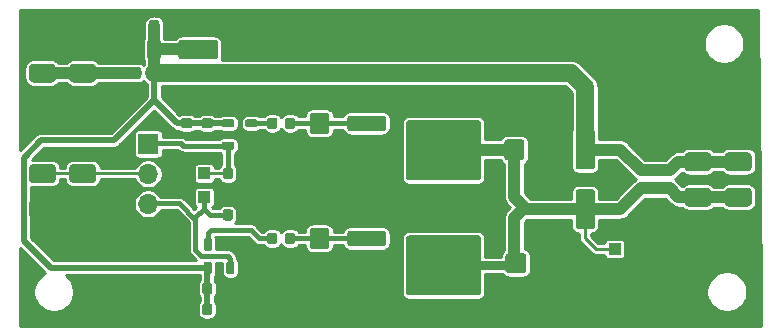
<source format=gbr>
G04 #@! TF.GenerationSoftware,KiCad,Pcbnew,(5.1.5)-3*
G04 #@! TF.CreationDate,2021-01-14T16:52:46-05:00*
G04 #@! TF.ProjectId,MOSFET_test_board,4d4f5346-4554-45f7-9465-73745f626f61,rev?*
G04 #@! TF.SameCoordinates,Original*
G04 #@! TF.FileFunction,Copper,L1,Top*
G04 #@! TF.FilePolarity,Positive*
%FSLAX46Y46*%
G04 Gerber Fmt 4.6, Leading zero omitted, Abs format (unit mm)*
G04 Created by KiCad (PCBNEW (5.1.5)-3) date 2021-01-14 16:52:46*
%MOMM*%
%LPD*%
G04 APERTURE LIST*
%ADD10O,1.700000X1.700000*%
%ADD11R,1.700000X1.700000*%
%ADD12C,0.100000*%
%ADD13R,1.000000X1.000000*%
%ADD14C,0.500000*%
%ADD15C,0.800000*%
%ADD16C,0.750000*%
%ADD17C,1.000000*%
%ADD18C,0.500000*%
%ADD19C,1.500000*%
%ADD20C,0.250000*%
%ADD21C,0.400000*%
%ADD22C,0.254000*%
G04 APERTURE END LIST*
D10*
X37500000Y-61580000D03*
X37500000Y-59040000D03*
D11*
X37500000Y-56500000D03*
G04 #@! TA.AperFunction,SMDPad,CuDef*
D12*
G36*
X80795552Y-58316011D02*
G01*
X80815941Y-58319036D01*
X80835935Y-58324044D01*
X80855342Y-58330988D01*
X80873975Y-58339801D01*
X80891654Y-58350397D01*
X80908210Y-58362676D01*
X80923482Y-58376518D01*
X80937324Y-58391790D01*
X80949603Y-58408346D01*
X80960199Y-58426025D01*
X80969012Y-58444658D01*
X80975956Y-58464065D01*
X80980964Y-58484059D01*
X80983989Y-58504448D01*
X80985000Y-58525035D01*
X80985000Y-58954965D01*
X80983989Y-58975552D01*
X80980964Y-58995941D01*
X80975956Y-59015935D01*
X80969012Y-59035342D01*
X80960199Y-59053975D01*
X80949603Y-59071654D01*
X80937324Y-59088210D01*
X80923482Y-59103482D01*
X80908210Y-59117324D01*
X80891654Y-59129603D01*
X80873975Y-59140199D01*
X80855342Y-59149012D01*
X80835935Y-59155956D01*
X80815941Y-59160964D01*
X80795552Y-59163989D01*
X80774965Y-59165000D01*
X80225035Y-59165000D01*
X80204448Y-59163989D01*
X80184059Y-59160964D01*
X80164065Y-59155956D01*
X80144658Y-59149012D01*
X80126025Y-59140199D01*
X80108346Y-59129603D01*
X80091790Y-59117324D01*
X80076518Y-59103482D01*
X80062676Y-59088210D01*
X80050397Y-59071654D01*
X80039801Y-59053975D01*
X80030988Y-59035342D01*
X80024044Y-59015935D01*
X80019036Y-58995941D01*
X80016011Y-58975552D01*
X80015000Y-58954965D01*
X80015000Y-58525035D01*
X80016011Y-58504448D01*
X80019036Y-58484059D01*
X80024044Y-58464065D01*
X80030988Y-58444658D01*
X80039801Y-58426025D01*
X80050397Y-58408346D01*
X80062676Y-58391790D01*
X80076518Y-58376518D01*
X80091790Y-58362676D01*
X80108346Y-58350397D01*
X80126025Y-58339801D01*
X80144658Y-58330988D01*
X80164065Y-58324044D01*
X80184059Y-58319036D01*
X80204448Y-58316011D01*
X80225035Y-58315000D01*
X80774965Y-58315000D01*
X80795552Y-58316011D01*
G37*
G04 #@! TD.AperFunction*
G04 #@! TA.AperFunction,SMDPad,CuDef*
G36*
X80795552Y-59836011D02*
G01*
X80815941Y-59839036D01*
X80835935Y-59844044D01*
X80855342Y-59850988D01*
X80873975Y-59859801D01*
X80891654Y-59870397D01*
X80908210Y-59882676D01*
X80923482Y-59896518D01*
X80937324Y-59911790D01*
X80949603Y-59928346D01*
X80960199Y-59946025D01*
X80969012Y-59964658D01*
X80975956Y-59984065D01*
X80980964Y-60004059D01*
X80983989Y-60024448D01*
X80985000Y-60045035D01*
X80985000Y-60474965D01*
X80983989Y-60495552D01*
X80980964Y-60515941D01*
X80975956Y-60535935D01*
X80969012Y-60555342D01*
X80960199Y-60573975D01*
X80949603Y-60591654D01*
X80937324Y-60608210D01*
X80923482Y-60623482D01*
X80908210Y-60637324D01*
X80891654Y-60649603D01*
X80873975Y-60660199D01*
X80855342Y-60669012D01*
X80835935Y-60675956D01*
X80815941Y-60680964D01*
X80795552Y-60683989D01*
X80774965Y-60685000D01*
X80225035Y-60685000D01*
X80204448Y-60683989D01*
X80184059Y-60680964D01*
X80164065Y-60675956D01*
X80144658Y-60669012D01*
X80126025Y-60660199D01*
X80108346Y-60649603D01*
X80091790Y-60637324D01*
X80076518Y-60623482D01*
X80062676Y-60608210D01*
X80050397Y-60591654D01*
X80039801Y-60573975D01*
X80030988Y-60555342D01*
X80024044Y-60535935D01*
X80019036Y-60515941D01*
X80016011Y-60495552D01*
X80015000Y-60474965D01*
X80015000Y-60045035D01*
X80016011Y-60024448D01*
X80019036Y-60004059D01*
X80024044Y-59984065D01*
X80030988Y-59964658D01*
X80039801Y-59946025D01*
X80050397Y-59928346D01*
X80062676Y-59911790D01*
X80076518Y-59896518D01*
X80091790Y-59882676D01*
X80108346Y-59870397D01*
X80126025Y-59859801D01*
X80144658Y-59850988D01*
X80164065Y-59844044D01*
X80184059Y-59839036D01*
X80204448Y-59836011D01*
X80225035Y-59835000D01*
X80774965Y-59835000D01*
X80795552Y-59836011D01*
G37*
G04 #@! TD.AperFunction*
G04 #@! TA.AperFunction,SMDPad,CuDef*
G36*
X84839207Y-60201926D02*
G01*
X84878036Y-60207686D01*
X84916114Y-60217224D01*
X84953073Y-60230448D01*
X84988559Y-60247231D01*
X85022228Y-60267412D01*
X85053757Y-60290796D01*
X85082843Y-60317157D01*
X85109204Y-60346243D01*
X85132588Y-60377772D01*
X85152769Y-60411441D01*
X85169552Y-60446927D01*
X85182776Y-60483886D01*
X85192314Y-60521964D01*
X85198074Y-60560793D01*
X85200000Y-60600000D01*
X85200000Y-61400000D01*
X85198074Y-61439207D01*
X85192314Y-61478036D01*
X85182776Y-61516114D01*
X85169552Y-61553073D01*
X85152769Y-61588559D01*
X85132588Y-61622228D01*
X85109204Y-61653757D01*
X85082843Y-61682843D01*
X85053757Y-61709204D01*
X85022228Y-61732588D01*
X84988559Y-61752769D01*
X84953073Y-61769552D01*
X84916114Y-61782776D01*
X84878036Y-61792314D01*
X84839207Y-61798074D01*
X84800000Y-61800000D01*
X83300000Y-61800000D01*
X83260793Y-61798074D01*
X83221964Y-61792314D01*
X83183886Y-61782776D01*
X83146927Y-61769552D01*
X83111441Y-61752769D01*
X83077772Y-61732588D01*
X83046243Y-61709204D01*
X83017157Y-61682843D01*
X82990796Y-61653757D01*
X82967412Y-61622228D01*
X82947231Y-61588559D01*
X82930448Y-61553073D01*
X82917224Y-61516114D01*
X82907686Y-61478036D01*
X82901926Y-61439207D01*
X82900000Y-61400000D01*
X82900000Y-60600000D01*
X82901926Y-60560793D01*
X82907686Y-60521964D01*
X82917224Y-60483886D01*
X82930448Y-60446927D01*
X82947231Y-60411441D01*
X82967412Y-60377772D01*
X82990796Y-60346243D01*
X83017157Y-60317157D01*
X83046243Y-60290796D01*
X83077772Y-60267412D01*
X83111441Y-60247231D01*
X83146927Y-60230448D01*
X83183886Y-60217224D01*
X83221964Y-60207686D01*
X83260793Y-60201926D01*
X83300000Y-60200000D01*
X84800000Y-60200000D01*
X84839207Y-60201926D01*
G37*
G04 #@! TD.AperFunction*
G04 #@! TA.AperFunction,SMDPad,CuDef*
G36*
X84839207Y-57201926D02*
G01*
X84878036Y-57207686D01*
X84916114Y-57217224D01*
X84953073Y-57230448D01*
X84988559Y-57247231D01*
X85022228Y-57267412D01*
X85053757Y-57290796D01*
X85082843Y-57317157D01*
X85109204Y-57346243D01*
X85132588Y-57377772D01*
X85152769Y-57411441D01*
X85169552Y-57446927D01*
X85182776Y-57483886D01*
X85192314Y-57521964D01*
X85198074Y-57560793D01*
X85200000Y-57600000D01*
X85200000Y-58400000D01*
X85198074Y-58439207D01*
X85192314Y-58478036D01*
X85182776Y-58516114D01*
X85169552Y-58553073D01*
X85152769Y-58588559D01*
X85132588Y-58622228D01*
X85109204Y-58653757D01*
X85082843Y-58682843D01*
X85053757Y-58709204D01*
X85022228Y-58732588D01*
X84988559Y-58752769D01*
X84953073Y-58769552D01*
X84916114Y-58782776D01*
X84878036Y-58792314D01*
X84839207Y-58798074D01*
X84800000Y-58800000D01*
X83300000Y-58800000D01*
X83260793Y-58798074D01*
X83221964Y-58792314D01*
X83183886Y-58782776D01*
X83146927Y-58769552D01*
X83111441Y-58752769D01*
X83077772Y-58732588D01*
X83046243Y-58709204D01*
X83017157Y-58682843D01*
X82990796Y-58653757D01*
X82967412Y-58622228D01*
X82947231Y-58588559D01*
X82930448Y-58553073D01*
X82917224Y-58516114D01*
X82907686Y-58478036D01*
X82901926Y-58439207D01*
X82900000Y-58400000D01*
X82900000Y-57600000D01*
X82901926Y-57560793D01*
X82907686Y-57521964D01*
X82917224Y-57483886D01*
X82930448Y-57446927D01*
X82947231Y-57411441D01*
X82967412Y-57377772D01*
X82990796Y-57346243D01*
X83017157Y-57317157D01*
X83046243Y-57290796D01*
X83077772Y-57267412D01*
X83111441Y-57247231D01*
X83146927Y-57230448D01*
X83183886Y-57217224D01*
X83221964Y-57207686D01*
X83260793Y-57201926D01*
X83300000Y-57200000D01*
X84800000Y-57200000D01*
X84839207Y-57201926D01*
G37*
G04 #@! TD.AperFunction*
G04 #@! TA.AperFunction,SMDPad,CuDef*
G36*
X88239207Y-60201926D02*
G01*
X88278036Y-60207686D01*
X88316114Y-60217224D01*
X88353073Y-60230448D01*
X88388559Y-60247231D01*
X88422228Y-60267412D01*
X88453757Y-60290796D01*
X88482843Y-60317157D01*
X88509204Y-60346243D01*
X88532588Y-60377772D01*
X88552769Y-60411441D01*
X88569552Y-60446927D01*
X88582776Y-60483886D01*
X88592314Y-60521964D01*
X88598074Y-60560793D01*
X88600000Y-60600000D01*
X88600000Y-61400000D01*
X88598074Y-61439207D01*
X88592314Y-61478036D01*
X88582776Y-61516114D01*
X88569552Y-61553073D01*
X88552769Y-61588559D01*
X88532588Y-61622228D01*
X88509204Y-61653757D01*
X88482843Y-61682843D01*
X88453757Y-61709204D01*
X88422228Y-61732588D01*
X88388559Y-61752769D01*
X88353073Y-61769552D01*
X88316114Y-61782776D01*
X88278036Y-61792314D01*
X88239207Y-61798074D01*
X88200000Y-61800000D01*
X86700000Y-61800000D01*
X86660793Y-61798074D01*
X86621964Y-61792314D01*
X86583886Y-61782776D01*
X86546927Y-61769552D01*
X86511441Y-61752769D01*
X86477772Y-61732588D01*
X86446243Y-61709204D01*
X86417157Y-61682843D01*
X86390796Y-61653757D01*
X86367412Y-61622228D01*
X86347231Y-61588559D01*
X86330448Y-61553073D01*
X86317224Y-61516114D01*
X86307686Y-61478036D01*
X86301926Y-61439207D01*
X86300000Y-61400000D01*
X86300000Y-60600000D01*
X86301926Y-60560793D01*
X86307686Y-60521964D01*
X86317224Y-60483886D01*
X86330448Y-60446927D01*
X86347231Y-60411441D01*
X86367412Y-60377772D01*
X86390796Y-60346243D01*
X86417157Y-60317157D01*
X86446243Y-60290796D01*
X86477772Y-60267412D01*
X86511441Y-60247231D01*
X86546927Y-60230448D01*
X86583886Y-60217224D01*
X86621964Y-60207686D01*
X86660793Y-60201926D01*
X86700000Y-60200000D01*
X88200000Y-60200000D01*
X88239207Y-60201926D01*
G37*
G04 #@! TD.AperFunction*
G04 #@! TA.AperFunction,SMDPad,CuDef*
G36*
X88239207Y-57201926D02*
G01*
X88278036Y-57207686D01*
X88316114Y-57217224D01*
X88353073Y-57230448D01*
X88388559Y-57247231D01*
X88422228Y-57267412D01*
X88453757Y-57290796D01*
X88482843Y-57317157D01*
X88509204Y-57346243D01*
X88532588Y-57377772D01*
X88552769Y-57411441D01*
X88569552Y-57446927D01*
X88582776Y-57483886D01*
X88592314Y-57521964D01*
X88598074Y-57560793D01*
X88600000Y-57600000D01*
X88600000Y-58400000D01*
X88598074Y-58439207D01*
X88592314Y-58478036D01*
X88582776Y-58516114D01*
X88569552Y-58553073D01*
X88552769Y-58588559D01*
X88532588Y-58622228D01*
X88509204Y-58653757D01*
X88482843Y-58682843D01*
X88453757Y-58709204D01*
X88422228Y-58732588D01*
X88388559Y-58752769D01*
X88353073Y-58769552D01*
X88316114Y-58782776D01*
X88278036Y-58792314D01*
X88239207Y-58798074D01*
X88200000Y-58800000D01*
X86700000Y-58800000D01*
X86660793Y-58798074D01*
X86621964Y-58792314D01*
X86583886Y-58782776D01*
X86546927Y-58769552D01*
X86511441Y-58752769D01*
X86477772Y-58732588D01*
X86446243Y-58709204D01*
X86417157Y-58682843D01*
X86390796Y-58653757D01*
X86367412Y-58622228D01*
X86347231Y-58588559D01*
X86330448Y-58553073D01*
X86317224Y-58516114D01*
X86307686Y-58478036D01*
X86301926Y-58439207D01*
X86300000Y-58400000D01*
X86300000Y-57600000D01*
X86301926Y-57560793D01*
X86307686Y-57521964D01*
X86317224Y-57483886D01*
X86330448Y-57446927D01*
X86347231Y-57411441D01*
X86367412Y-57377772D01*
X86390796Y-57346243D01*
X86417157Y-57317157D01*
X86446243Y-57290796D01*
X86477772Y-57267412D01*
X86511441Y-57247231D01*
X86546927Y-57230448D01*
X86583886Y-57217224D01*
X86621964Y-57207686D01*
X86660793Y-57201926D01*
X86700000Y-57200000D01*
X88200000Y-57200000D01*
X88239207Y-57201926D01*
G37*
G04 #@! TD.AperFunction*
G04 #@! TA.AperFunction,SMDPad,CuDef*
G36*
X32739207Y-58201926D02*
G01*
X32778036Y-58207686D01*
X32816114Y-58217224D01*
X32853073Y-58230448D01*
X32888559Y-58247231D01*
X32922228Y-58267412D01*
X32953757Y-58290796D01*
X32982843Y-58317157D01*
X33009204Y-58346243D01*
X33032588Y-58377772D01*
X33052769Y-58411441D01*
X33069552Y-58446927D01*
X33082776Y-58483886D01*
X33092314Y-58521964D01*
X33098074Y-58560793D01*
X33100000Y-58600000D01*
X33100000Y-59400000D01*
X33098074Y-59439207D01*
X33092314Y-59478036D01*
X33082776Y-59516114D01*
X33069552Y-59553073D01*
X33052769Y-59588559D01*
X33032588Y-59622228D01*
X33009204Y-59653757D01*
X32982843Y-59682843D01*
X32953757Y-59709204D01*
X32922228Y-59732588D01*
X32888559Y-59752769D01*
X32853073Y-59769552D01*
X32816114Y-59782776D01*
X32778036Y-59792314D01*
X32739207Y-59798074D01*
X32700000Y-59800000D01*
X31200000Y-59800000D01*
X31160793Y-59798074D01*
X31121964Y-59792314D01*
X31083886Y-59782776D01*
X31046927Y-59769552D01*
X31011441Y-59752769D01*
X30977772Y-59732588D01*
X30946243Y-59709204D01*
X30917157Y-59682843D01*
X30890796Y-59653757D01*
X30867412Y-59622228D01*
X30847231Y-59588559D01*
X30830448Y-59553073D01*
X30817224Y-59516114D01*
X30807686Y-59478036D01*
X30801926Y-59439207D01*
X30800000Y-59400000D01*
X30800000Y-58600000D01*
X30801926Y-58560793D01*
X30807686Y-58521964D01*
X30817224Y-58483886D01*
X30830448Y-58446927D01*
X30847231Y-58411441D01*
X30867412Y-58377772D01*
X30890796Y-58346243D01*
X30917157Y-58317157D01*
X30946243Y-58290796D01*
X30977772Y-58267412D01*
X31011441Y-58247231D01*
X31046927Y-58230448D01*
X31083886Y-58217224D01*
X31121964Y-58207686D01*
X31160793Y-58201926D01*
X31200000Y-58200000D01*
X32700000Y-58200000D01*
X32739207Y-58201926D01*
G37*
G04 #@! TD.AperFunction*
G04 #@! TA.AperFunction,SMDPad,CuDef*
G36*
X32739207Y-61201926D02*
G01*
X32778036Y-61207686D01*
X32816114Y-61217224D01*
X32853073Y-61230448D01*
X32888559Y-61247231D01*
X32922228Y-61267412D01*
X32953757Y-61290796D01*
X32982843Y-61317157D01*
X33009204Y-61346243D01*
X33032588Y-61377772D01*
X33052769Y-61411441D01*
X33069552Y-61446927D01*
X33082776Y-61483886D01*
X33092314Y-61521964D01*
X33098074Y-61560793D01*
X33100000Y-61600000D01*
X33100000Y-62400000D01*
X33098074Y-62439207D01*
X33092314Y-62478036D01*
X33082776Y-62516114D01*
X33069552Y-62553073D01*
X33052769Y-62588559D01*
X33032588Y-62622228D01*
X33009204Y-62653757D01*
X32982843Y-62682843D01*
X32953757Y-62709204D01*
X32922228Y-62732588D01*
X32888559Y-62752769D01*
X32853073Y-62769552D01*
X32816114Y-62782776D01*
X32778036Y-62792314D01*
X32739207Y-62798074D01*
X32700000Y-62800000D01*
X31200000Y-62800000D01*
X31160793Y-62798074D01*
X31121964Y-62792314D01*
X31083886Y-62782776D01*
X31046927Y-62769552D01*
X31011441Y-62752769D01*
X30977772Y-62732588D01*
X30946243Y-62709204D01*
X30917157Y-62682843D01*
X30890796Y-62653757D01*
X30867412Y-62622228D01*
X30847231Y-62588559D01*
X30830448Y-62553073D01*
X30817224Y-62516114D01*
X30807686Y-62478036D01*
X30801926Y-62439207D01*
X30800000Y-62400000D01*
X30800000Y-61600000D01*
X30801926Y-61560793D01*
X30807686Y-61521964D01*
X30817224Y-61483886D01*
X30830448Y-61446927D01*
X30847231Y-61411441D01*
X30867412Y-61377772D01*
X30890796Y-61346243D01*
X30917157Y-61317157D01*
X30946243Y-61290796D01*
X30977772Y-61267412D01*
X31011441Y-61247231D01*
X31046927Y-61230448D01*
X31083886Y-61217224D01*
X31121964Y-61207686D01*
X31160793Y-61201926D01*
X31200000Y-61200000D01*
X32700000Y-61200000D01*
X32739207Y-61201926D01*
G37*
G04 #@! TD.AperFunction*
G04 #@! TA.AperFunction,SMDPad,CuDef*
G36*
X29339207Y-58201926D02*
G01*
X29378036Y-58207686D01*
X29416114Y-58217224D01*
X29453073Y-58230448D01*
X29488559Y-58247231D01*
X29522228Y-58267412D01*
X29553757Y-58290796D01*
X29582843Y-58317157D01*
X29609204Y-58346243D01*
X29632588Y-58377772D01*
X29652769Y-58411441D01*
X29669552Y-58446927D01*
X29682776Y-58483886D01*
X29692314Y-58521964D01*
X29698074Y-58560793D01*
X29700000Y-58600000D01*
X29700000Y-59400000D01*
X29698074Y-59439207D01*
X29692314Y-59478036D01*
X29682776Y-59516114D01*
X29669552Y-59553073D01*
X29652769Y-59588559D01*
X29632588Y-59622228D01*
X29609204Y-59653757D01*
X29582843Y-59682843D01*
X29553757Y-59709204D01*
X29522228Y-59732588D01*
X29488559Y-59752769D01*
X29453073Y-59769552D01*
X29416114Y-59782776D01*
X29378036Y-59792314D01*
X29339207Y-59798074D01*
X29300000Y-59800000D01*
X27800000Y-59800000D01*
X27760793Y-59798074D01*
X27721964Y-59792314D01*
X27683886Y-59782776D01*
X27646927Y-59769552D01*
X27611441Y-59752769D01*
X27577772Y-59732588D01*
X27546243Y-59709204D01*
X27517157Y-59682843D01*
X27490796Y-59653757D01*
X27467412Y-59622228D01*
X27447231Y-59588559D01*
X27430448Y-59553073D01*
X27417224Y-59516114D01*
X27407686Y-59478036D01*
X27401926Y-59439207D01*
X27400000Y-59400000D01*
X27400000Y-58600000D01*
X27401926Y-58560793D01*
X27407686Y-58521964D01*
X27417224Y-58483886D01*
X27430448Y-58446927D01*
X27447231Y-58411441D01*
X27467412Y-58377772D01*
X27490796Y-58346243D01*
X27517157Y-58317157D01*
X27546243Y-58290796D01*
X27577772Y-58267412D01*
X27611441Y-58247231D01*
X27646927Y-58230448D01*
X27683886Y-58217224D01*
X27721964Y-58207686D01*
X27760793Y-58201926D01*
X27800000Y-58200000D01*
X29300000Y-58200000D01*
X29339207Y-58201926D01*
G37*
G04 #@! TD.AperFunction*
G04 #@! TA.AperFunction,SMDPad,CuDef*
G36*
X29339207Y-61201926D02*
G01*
X29378036Y-61207686D01*
X29416114Y-61217224D01*
X29453073Y-61230448D01*
X29488559Y-61247231D01*
X29522228Y-61267412D01*
X29553757Y-61290796D01*
X29582843Y-61317157D01*
X29609204Y-61346243D01*
X29632588Y-61377772D01*
X29652769Y-61411441D01*
X29669552Y-61446927D01*
X29682776Y-61483886D01*
X29692314Y-61521964D01*
X29698074Y-61560793D01*
X29700000Y-61600000D01*
X29700000Y-62400000D01*
X29698074Y-62439207D01*
X29692314Y-62478036D01*
X29682776Y-62516114D01*
X29669552Y-62553073D01*
X29652769Y-62588559D01*
X29632588Y-62622228D01*
X29609204Y-62653757D01*
X29582843Y-62682843D01*
X29553757Y-62709204D01*
X29522228Y-62732588D01*
X29488559Y-62752769D01*
X29453073Y-62769552D01*
X29416114Y-62782776D01*
X29378036Y-62792314D01*
X29339207Y-62798074D01*
X29300000Y-62800000D01*
X27800000Y-62800000D01*
X27760793Y-62798074D01*
X27721964Y-62792314D01*
X27683886Y-62782776D01*
X27646927Y-62769552D01*
X27611441Y-62752769D01*
X27577772Y-62732588D01*
X27546243Y-62709204D01*
X27517157Y-62682843D01*
X27490796Y-62653757D01*
X27467412Y-62622228D01*
X27447231Y-62588559D01*
X27430448Y-62553073D01*
X27417224Y-62516114D01*
X27407686Y-62478036D01*
X27401926Y-62439207D01*
X27400000Y-62400000D01*
X27400000Y-61600000D01*
X27401926Y-61560793D01*
X27407686Y-61521964D01*
X27417224Y-61483886D01*
X27430448Y-61446927D01*
X27447231Y-61411441D01*
X27467412Y-61377772D01*
X27490796Y-61346243D01*
X27517157Y-61317157D01*
X27546243Y-61290796D01*
X27577772Y-61267412D01*
X27611441Y-61247231D01*
X27646927Y-61230448D01*
X27683886Y-61217224D01*
X27721964Y-61207686D01*
X27760793Y-61201926D01*
X27800000Y-61200000D01*
X29300000Y-61200000D01*
X29339207Y-61201926D01*
G37*
G04 #@! TD.AperFunction*
G04 #@! TA.AperFunction,SMDPad,CuDef*
G36*
X29339207Y-52701926D02*
G01*
X29378036Y-52707686D01*
X29416114Y-52717224D01*
X29453073Y-52730448D01*
X29488559Y-52747231D01*
X29522228Y-52767412D01*
X29553757Y-52790796D01*
X29582843Y-52817157D01*
X29609204Y-52846243D01*
X29632588Y-52877772D01*
X29652769Y-52911441D01*
X29669552Y-52946927D01*
X29682776Y-52983886D01*
X29692314Y-53021964D01*
X29698074Y-53060793D01*
X29700000Y-53100000D01*
X29700000Y-53900000D01*
X29698074Y-53939207D01*
X29692314Y-53978036D01*
X29682776Y-54016114D01*
X29669552Y-54053073D01*
X29652769Y-54088559D01*
X29632588Y-54122228D01*
X29609204Y-54153757D01*
X29582843Y-54182843D01*
X29553757Y-54209204D01*
X29522228Y-54232588D01*
X29488559Y-54252769D01*
X29453073Y-54269552D01*
X29416114Y-54282776D01*
X29378036Y-54292314D01*
X29339207Y-54298074D01*
X29300000Y-54300000D01*
X27800000Y-54300000D01*
X27760793Y-54298074D01*
X27721964Y-54292314D01*
X27683886Y-54282776D01*
X27646927Y-54269552D01*
X27611441Y-54252769D01*
X27577772Y-54232588D01*
X27546243Y-54209204D01*
X27517157Y-54182843D01*
X27490796Y-54153757D01*
X27467412Y-54122228D01*
X27447231Y-54088559D01*
X27430448Y-54053073D01*
X27417224Y-54016114D01*
X27407686Y-53978036D01*
X27401926Y-53939207D01*
X27400000Y-53900000D01*
X27400000Y-53100000D01*
X27401926Y-53060793D01*
X27407686Y-53021964D01*
X27417224Y-52983886D01*
X27430448Y-52946927D01*
X27447231Y-52911441D01*
X27467412Y-52877772D01*
X27490796Y-52846243D01*
X27517157Y-52817157D01*
X27546243Y-52790796D01*
X27577772Y-52767412D01*
X27611441Y-52747231D01*
X27646927Y-52730448D01*
X27683886Y-52717224D01*
X27721964Y-52707686D01*
X27760793Y-52701926D01*
X27800000Y-52700000D01*
X29300000Y-52700000D01*
X29339207Y-52701926D01*
G37*
G04 #@! TD.AperFunction*
G04 #@! TA.AperFunction,SMDPad,CuDef*
G36*
X29339207Y-49701926D02*
G01*
X29378036Y-49707686D01*
X29416114Y-49717224D01*
X29453073Y-49730448D01*
X29488559Y-49747231D01*
X29522228Y-49767412D01*
X29553757Y-49790796D01*
X29582843Y-49817157D01*
X29609204Y-49846243D01*
X29632588Y-49877772D01*
X29652769Y-49911441D01*
X29669552Y-49946927D01*
X29682776Y-49983886D01*
X29692314Y-50021964D01*
X29698074Y-50060793D01*
X29700000Y-50100000D01*
X29700000Y-50900000D01*
X29698074Y-50939207D01*
X29692314Y-50978036D01*
X29682776Y-51016114D01*
X29669552Y-51053073D01*
X29652769Y-51088559D01*
X29632588Y-51122228D01*
X29609204Y-51153757D01*
X29582843Y-51182843D01*
X29553757Y-51209204D01*
X29522228Y-51232588D01*
X29488559Y-51252769D01*
X29453073Y-51269552D01*
X29416114Y-51282776D01*
X29378036Y-51292314D01*
X29339207Y-51298074D01*
X29300000Y-51300000D01*
X27800000Y-51300000D01*
X27760793Y-51298074D01*
X27721964Y-51292314D01*
X27683886Y-51282776D01*
X27646927Y-51269552D01*
X27611441Y-51252769D01*
X27577772Y-51232588D01*
X27546243Y-51209204D01*
X27517157Y-51182843D01*
X27490796Y-51153757D01*
X27467412Y-51122228D01*
X27447231Y-51088559D01*
X27430448Y-51053073D01*
X27417224Y-51016114D01*
X27407686Y-50978036D01*
X27401926Y-50939207D01*
X27400000Y-50900000D01*
X27400000Y-50100000D01*
X27401926Y-50060793D01*
X27407686Y-50021964D01*
X27417224Y-49983886D01*
X27430448Y-49946927D01*
X27447231Y-49911441D01*
X27467412Y-49877772D01*
X27490796Y-49846243D01*
X27517157Y-49817157D01*
X27546243Y-49790796D01*
X27577772Y-49767412D01*
X27611441Y-49747231D01*
X27646927Y-49730448D01*
X27683886Y-49717224D01*
X27721964Y-49707686D01*
X27760793Y-49701926D01*
X27800000Y-49700000D01*
X29300000Y-49700000D01*
X29339207Y-49701926D01*
G37*
G04 #@! TD.AperFunction*
G04 #@! TA.AperFunction,SMDPad,CuDef*
G36*
X32739207Y-52701926D02*
G01*
X32778036Y-52707686D01*
X32816114Y-52717224D01*
X32853073Y-52730448D01*
X32888559Y-52747231D01*
X32922228Y-52767412D01*
X32953757Y-52790796D01*
X32982843Y-52817157D01*
X33009204Y-52846243D01*
X33032588Y-52877772D01*
X33052769Y-52911441D01*
X33069552Y-52946927D01*
X33082776Y-52983886D01*
X33092314Y-53021964D01*
X33098074Y-53060793D01*
X33100000Y-53100000D01*
X33100000Y-53900000D01*
X33098074Y-53939207D01*
X33092314Y-53978036D01*
X33082776Y-54016114D01*
X33069552Y-54053073D01*
X33052769Y-54088559D01*
X33032588Y-54122228D01*
X33009204Y-54153757D01*
X32982843Y-54182843D01*
X32953757Y-54209204D01*
X32922228Y-54232588D01*
X32888559Y-54252769D01*
X32853073Y-54269552D01*
X32816114Y-54282776D01*
X32778036Y-54292314D01*
X32739207Y-54298074D01*
X32700000Y-54300000D01*
X31200000Y-54300000D01*
X31160793Y-54298074D01*
X31121964Y-54292314D01*
X31083886Y-54282776D01*
X31046927Y-54269552D01*
X31011441Y-54252769D01*
X30977772Y-54232588D01*
X30946243Y-54209204D01*
X30917157Y-54182843D01*
X30890796Y-54153757D01*
X30867412Y-54122228D01*
X30847231Y-54088559D01*
X30830448Y-54053073D01*
X30817224Y-54016114D01*
X30807686Y-53978036D01*
X30801926Y-53939207D01*
X30800000Y-53900000D01*
X30800000Y-53100000D01*
X30801926Y-53060793D01*
X30807686Y-53021964D01*
X30817224Y-52983886D01*
X30830448Y-52946927D01*
X30847231Y-52911441D01*
X30867412Y-52877772D01*
X30890796Y-52846243D01*
X30917157Y-52817157D01*
X30946243Y-52790796D01*
X30977772Y-52767412D01*
X31011441Y-52747231D01*
X31046927Y-52730448D01*
X31083886Y-52717224D01*
X31121964Y-52707686D01*
X31160793Y-52701926D01*
X31200000Y-52700000D01*
X32700000Y-52700000D01*
X32739207Y-52701926D01*
G37*
G04 #@! TD.AperFunction*
G04 #@! TA.AperFunction,SMDPad,CuDef*
G36*
X32739207Y-49701926D02*
G01*
X32778036Y-49707686D01*
X32816114Y-49717224D01*
X32853073Y-49730448D01*
X32888559Y-49747231D01*
X32922228Y-49767412D01*
X32953757Y-49790796D01*
X32982843Y-49817157D01*
X33009204Y-49846243D01*
X33032588Y-49877772D01*
X33052769Y-49911441D01*
X33069552Y-49946927D01*
X33082776Y-49983886D01*
X33092314Y-50021964D01*
X33098074Y-50060793D01*
X33100000Y-50100000D01*
X33100000Y-50900000D01*
X33098074Y-50939207D01*
X33092314Y-50978036D01*
X33082776Y-51016114D01*
X33069552Y-51053073D01*
X33052769Y-51088559D01*
X33032588Y-51122228D01*
X33009204Y-51153757D01*
X32982843Y-51182843D01*
X32953757Y-51209204D01*
X32922228Y-51232588D01*
X32888559Y-51252769D01*
X32853073Y-51269552D01*
X32816114Y-51282776D01*
X32778036Y-51292314D01*
X32739207Y-51298074D01*
X32700000Y-51300000D01*
X31200000Y-51300000D01*
X31160793Y-51298074D01*
X31121964Y-51292314D01*
X31083886Y-51282776D01*
X31046927Y-51269552D01*
X31011441Y-51252769D01*
X30977772Y-51232588D01*
X30946243Y-51209204D01*
X30917157Y-51182843D01*
X30890796Y-51153757D01*
X30867412Y-51122228D01*
X30847231Y-51088559D01*
X30830448Y-51053073D01*
X30817224Y-51016114D01*
X30807686Y-50978036D01*
X30801926Y-50939207D01*
X30800000Y-50900000D01*
X30800000Y-50100000D01*
X30801926Y-50060793D01*
X30807686Y-50021964D01*
X30817224Y-49983886D01*
X30830448Y-49946927D01*
X30847231Y-49911441D01*
X30867412Y-49877772D01*
X30890796Y-49846243D01*
X30917157Y-49817157D01*
X30946243Y-49790796D01*
X30977772Y-49767412D01*
X31011441Y-49747231D01*
X31046927Y-49730448D01*
X31083886Y-49717224D01*
X31121964Y-49707686D01*
X31160793Y-49701926D01*
X31200000Y-49700000D01*
X32700000Y-49700000D01*
X32739207Y-49701926D01*
G37*
G04 #@! TD.AperFunction*
G04 #@! TA.AperFunction,SMDPad,CuDef*
G36*
X44626641Y-64475819D02*
G01*
X44643146Y-64478267D01*
X44659331Y-64482321D01*
X44675041Y-64487942D01*
X44690125Y-64495076D01*
X44704436Y-64503654D01*
X44717838Y-64513594D01*
X44730201Y-64524799D01*
X44741406Y-64537162D01*
X44751346Y-64550564D01*
X44759924Y-64564875D01*
X44767058Y-64579959D01*
X44772679Y-64595669D01*
X44776733Y-64611854D01*
X44779181Y-64628359D01*
X44780000Y-64645024D01*
X44780000Y-65364976D01*
X44779181Y-65381641D01*
X44776733Y-65398146D01*
X44772679Y-65414331D01*
X44767058Y-65430041D01*
X44759924Y-65445125D01*
X44751346Y-65459436D01*
X44741406Y-65472838D01*
X44730201Y-65485201D01*
X44717838Y-65496406D01*
X44704436Y-65506346D01*
X44690125Y-65514924D01*
X44675041Y-65522058D01*
X44659331Y-65527679D01*
X44643146Y-65531733D01*
X44626641Y-65534181D01*
X44609976Y-65535000D01*
X43880024Y-65535000D01*
X43863359Y-65534181D01*
X43846854Y-65531733D01*
X43830669Y-65527679D01*
X43814959Y-65522058D01*
X43799875Y-65514924D01*
X43785564Y-65506346D01*
X43772162Y-65496406D01*
X43759799Y-65485201D01*
X43748594Y-65472838D01*
X43738654Y-65459436D01*
X43730076Y-65445125D01*
X43722942Y-65430041D01*
X43717321Y-65414331D01*
X43713267Y-65398146D01*
X43710819Y-65381641D01*
X43710000Y-65364976D01*
X43710000Y-64645024D01*
X43710819Y-64628359D01*
X43713267Y-64611854D01*
X43717321Y-64595669D01*
X43722942Y-64579959D01*
X43730076Y-64564875D01*
X43738654Y-64550564D01*
X43748594Y-64537162D01*
X43759799Y-64524799D01*
X43772162Y-64513594D01*
X43785564Y-64503654D01*
X43799875Y-64495076D01*
X43814959Y-64487942D01*
X43830669Y-64482321D01*
X43846854Y-64478267D01*
X43863359Y-64475819D01*
X43880024Y-64475000D01*
X44609976Y-64475000D01*
X44626641Y-64475819D01*
G37*
G04 #@! TD.AperFunction*
G04 #@! TA.AperFunction,SMDPad,CuDef*
G36*
X42726648Y-64475819D02*
G01*
X42743152Y-64478267D01*
X42759337Y-64482321D01*
X42775046Y-64487942D01*
X42790129Y-64495075D01*
X42804440Y-64503653D01*
X42817841Y-64513592D01*
X42830203Y-64524797D01*
X42841408Y-64537159D01*
X42851347Y-64550560D01*
X42859925Y-64564871D01*
X42867058Y-64579954D01*
X42872679Y-64595663D01*
X42876733Y-64611848D01*
X42879181Y-64628352D01*
X42880000Y-64645016D01*
X42880000Y-65364984D01*
X42879181Y-65381648D01*
X42876733Y-65398152D01*
X42872679Y-65414337D01*
X42867058Y-65430046D01*
X42859925Y-65445129D01*
X42851347Y-65459440D01*
X42841408Y-65472841D01*
X42830203Y-65485203D01*
X42817841Y-65496408D01*
X42804440Y-65506347D01*
X42790129Y-65514925D01*
X42775046Y-65522058D01*
X42759337Y-65527679D01*
X42743152Y-65531733D01*
X42726648Y-65534181D01*
X42709984Y-65535000D01*
X42390016Y-65535000D01*
X42373352Y-65534181D01*
X42356848Y-65531733D01*
X42340663Y-65527679D01*
X42324954Y-65522058D01*
X42309871Y-65514925D01*
X42295560Y-65506347D01*
X42282159Y-65496408D01*
X42269797Y-65485203D01*
X42258592Y-65472841D01*
X42248653Y-65459440D01*
X42240075Y-65445129D01*
X42232942Y-65430046D01*
X42227321Y-65414337D01*
X42223267Y-65398152D01*
X42220819Y-65381648D01*
X42220000Y-65364984D01*
X42220000Y-64645016D01*
X42220819Y-64628352D01*
X42223267Y-64611848D01*
X42227321Y-64595663D01*
X42232942Y-64579954D01*
X42240075Y-64564871D01*
X42248653Y-64550560D01*
X42258592Y-64537159D01*
X42269797Y-64524797D01*
X42282159Y-64513592D01*
X42295560Y-64503653D01*
X42309871Y-64495075D01*
X42324954Y-64487942D01*
X42340663Y-64482321D01*
X42356848Y-64478267D01*
X42373352Y-64475819D01*
X42390016Y-64475000D01*
X42709984Y-64475000D01*
X42726648Y-64475819D01*
G37*
G04 #@! TD.AperFunction*
G04 #@! TA.AperFunction,SMDPad,CuDef*
G36*
X42726648Y-66465819D02*
G01*
X42743152Y-66468267D01*
X42759337Y-66472321D01*
X42775046Y-66477942D01*
X42790129Y-66485075D01*
X42804440Y-66493653D01*
X42817841Y-66503592D01*
X42830203Y-66514797D01*
X42841408Y-66527159D01*
X42851347Y-66540560D01*
X42859925Y-66554871D01*
X42867058Y-66569954D01*
X42872679Y-66585663D01*
X42876733Y-66601848D01*
X42879181Y-66618352D01*
X42880000Y-66635016D01*
X42880000Y-67354984D01*
X42879181Y-67371648D01*
X42876733Y-67388152D01*
X42872679Y-67404337D01*
X42867058Y-67420046D01*
X42859925Y-67435129D01*
X42851347Y-67449440D01*
X42841408Y-67462841D01*
X42830203Y-67475203D01*
X42817841Y-67486408D01*
X42804440Y-67496347D01*
X42790129Y-67504925D01*
X42775046Y-67512058D01*
X42759337Y-67517679D01*
X42743152Y-67521733D01*
X42726648Y-67524181D01*
X42709984Y-67525000D01*
X42390016Y-67525000D01*
X42373352Y-67524181D01*
X42356848Y-67521733D01*
X42340663Y-67517679D01*
X42324954Y-67512058D01*
X42309871Y-67504925D01*
X42295560Y-67496347D01*
X42282159Y-67486408D01*
X42269797Y-67475203D01*
X42258592Y-67462841D01*
X42248653Y-67449440D01*
X42240075Y-67435129D01*
X42232942Y-67420046D01*
X42227321Y-67404337D01*
X42223267Y-67388152D01*
X42220819Y-67371648D01*
X42220000Y-67354984D01*
X42220000Y-66635016D01*
X42220819Y-66618352D01*
X42223267Y-66601848D01*
X42227321Y-66585663D01*
X42232942Y-66569954D01*
X42240075Y-66554871D01*
X42248653Y-66540560D01*
X42258592Y-66527159D01*
X42269797Y-66514797D01*
X42282159Y-66503592D01*
X42295560Y-66493653D01*
X42309871Y-66485075D01*
X42324954Y-66477942D01*
X42340663Y-66472321D01*
X42356848Y-66468267D01*
X42373352Y-66465819D01*
X42390016Y-66465000D01*
X42709984Y-66465000D01*
X42726648Y-66465819D01*
G37*
G04 #@! TD.AperFunction*
G04 #@! TA.AperFunction,SMDPad,CuDef*
G36*
X44626648Y-66465819D02*
G01*
X44643152Y-66468267D01*
X44659337Y-66472321D01*
X44675046Y-66477942D01*
X44690129Y-66485075D01*
X44704440Y-66493653D01*
X44717841Y-66503592D01*
X44730203Y-66514797D01*
X44741408Y-66527159D01*
X44751347Y-66540560D01*
X44759925Y-66554871D01*
X44767058Y-66569954D01*
X44772679Y-66585663D01*
X44776733Y-66601848D01*
X44779181Y-66618352D01*
X44780000Y-66635016D01*
X44780000Y-67354984D01*
X44779181Y-67371648D01*
X44776733Y-67388152D01*
X44772679Y-67404337D01*
X44767058Y-67420046D01*
X44759925Y-67435129D01*
X44751347Y-67449440D01*
X44741408Y-67462841D01*
X44730203Y-67475203D01*
X44717841Y-67486408D01*
X44704440Y-67496347D01*
X44690129Y-67504925D01*
X44675046Y-67512058D01*
X44659337Y-67517679D01*
X44643152Y-67521733D01*
X44626648Y-67524181D01*
X44609984Y-67525000D01*
X44290016Y-67525000D01*
X44273352Y-67524181D01*
X44256848Y-67521733D01*
X44240663Y-67517679D01*
X44224954Y-67512058D01*
X44209871Y-67504925D01*
X44195560Y-67496347D01*
X44182159Y-67486408D01*
X44169797Y-67475203D01*
X44158592Y-67462841D01*
X44148653Y-67449440D01*
X44140075Y-67435129D01*
X44132942Y-67420046D01*
X44127321Y-67404337D01*
X44123267Y-67388152D01*
X44120819Y-67371648D01*
X44120000Y-67354984D01*
X44120000Y-66635016D01*
X44120819Y-66618352D01*
X44123267Y-66601848D01*
X44127321Y-66585663D01*
X44132942Y-66569954D01*
X44140075Y-66554871D01*
X44148653Y-66540560D01*
X44158592Y-66527159D01*
X44169797Y-66514797D01*
X44182159Y-66503592D01*
X44195560Y-66493653D01*
X44209871Y-66485075D01*
X44224954Y-66477942D01*
X44240663Y-66472321D01*
X44256848Y-66468267D01*
X44273352Y-66465819D01*
X44290016Y-66465000D01*
X44609984Y-66465000D01*
X44626648Y-66465819D01*
G37*
G04 #@! TD.AperFunction*
G04 #@! TA.AperFunction,SMDPad,CuDef*
G36*
X46621641Y-55910819D02*
G01*
X46638146Y-55913267D01*
X46654331Y-55917321D01*
X46670041Y-55922942D01*
X46685125Y-55930076D01*
X46699436Y-55938654D01*
X46712838Y-55948594D01*
X46725201Y-55959799D01*
X46736406Y-55972162D01*
X46746346Y-55985564D01*
X46754924Y-55999875D01*
X46762058Y-56014959D01*
X46767679Y-56030669D01*
X46771733Y-56046854D01*
X46774181Y-56063359D01*
X46775000Y-56080024D01*
X46775000Y-56809976D01*
X46774181Y-56826641D01*
X46771733Y-56843146D01*
X46767679Y-56859331D01*
X46762058Y-56875041D01*
X46754924Y-56890125D01*
X46746346Y-56904436D01*
X46736406Y-56917838D01*
X46725201Y-56930201D01*
X46712838Y-56941406D01*
X46699436Y-56951346D01*
X46685125Y-56959924D01*
X46670041Y-56967058D01*
X46654331Y-56972679D01*
X46638146Y-56976733D01*
X46621641Y-56979181D01*
X46604976Y-56980000D01*
X45885024Y-56980000D01*
X45868359Y-56979181D01*
X45851854Y-56976733D01*
X45835669Y-56972679D01*
X45819959Y-56967058D01*
X45804875Y-56959924D01*
X45790564Y-56951346D01*
X45777162Y-56941406D01*
X45764799Y-56930201D01*
X45753594Y-56917838D01*
X45743654Y-56904436D01*
X45735076Y-56890125D01*
X45727942Y-56875041D01*
X45722321Y-56859331D01*
X45718267Y-56843146D01*
X45715819Y-56826641D01*
X45715000Y-56809976D01*
X45715000Y-56080024D01*
X45715819Y-56063359D01*
X45718267Y-56046854D01*
X45722321Y-56030669D01*
X45727942Y-56014959D01*
X45735076Y-55999875D01*
X45743654Y-55985564D01*
X45753594Y-55972162D01*
X45764799Y-55959799D01*
X45777162Y-55948594D01*
X45790564Y-55938654D01*
X45804875Y-55930076D01*
X45819959Y-55922942D01*
X45835669Y-55917321D01*
X45851854Y-55913267D01*
X45868359Y-55910819D01*
X45885024Y-55910000D01*
X46604976Y-55910000D01*
X46621641Y-55910819D01*
G37*
G04 #@! TD.AperFunction*
G04 #@! TA.AperFunction,SMDPad,CuDef*
G36*
X46621648Y-54420819D02*
G01*
X46638152Y-54423267D01*
X46654337Y-54427321D01*
X46670046Y-54432942D01*
X46685129Y-54440075D01*
X46699440Y-54448653D01*
X46712841Y-54458592D01*
X46725203Y-54469797D01*
X46736408Y-54482159D01*
X46746347Y-54495560D01*
X46754925Y-54509871D01*
X46762058Y-54524954D01*
X46767679Y-54540663D01*
X46771733Y-54556848D01*
X46774181Y-54573352D01*
X46775000Y-54590016D01*
X46775000Y-54909984D01*
X46774181Y-54926648D01*
X46771733Y-54943152D01*
X46767679Y-54959337D01*
X46762058Y-54975046D01*
X46754925Y-54990129D01*
X46746347Y-55004440D01*
X46736408Y-55017841D01*
X46725203Y-55030203D01*
X46712841Y-55041408D01*
X46699440Y-55051347D01*
X46685129Y-55059925D01*
X46670046Y-55067058D01*
X46654337Y-55072679D01*
X46638152Y-55076733D01*
X46621648Y-55079181D01*
X46604984Y-55080000D01*
X45885016Y-55080000D01*
X45868352Y-55079181D01*
X45851848Y-55076733D01*
X45835663Y-55072679D01*
X45819954Y-55067058D01*
X45804871Y-55059925D01*
X45790560Y-55051347D01*
X45777159Y-55041408D01*
X45764797Y-55030203D01*
X45753592Y-55017841D01*
X45743653Y-55004440D01*
X45735075Y-54990129D01*
X45727942Y-54975046D01*
X45722321Y-54959337D01*
X45718267Y-54943152D01*
X45715819Y-54926648D01*
X45715000Y-54909984D01*
X45715000Y-54590016D01*
X45715819Y-54573352D01*
X45718267Y-54556848D01*
X45722321Y-54540663D01*
X45727942Y-54524954D01*
X45735075Y-54509871D01*
X45743653Y-54495560D01*
X45753592Y-54482159D01*
X45764797Y-54469797D01*
X45777159Y-54458592D01*
X45790560Y-54448653D01*
X45804871Y-54440075D01*
X45819954Y-54432942D01*
X45835663Y-54427321D01*
X45851848Y-54423267D01*
X45868352Y-54420819D01*
X45885016Y-54420000D01*
X46604984Y-54420000D01*
X46621648Y-54420819D01*
G37*
G04 #@! TD.AperFunction*
G04 #@! TA.AperFunction,SMDPad,CuDef*
G36*
X44631648Y-54420819D02*
G01*
X44648152Y-54423267D01*
X44664337Y-54427321D01*
X44680046Y-54432942D01*
X44695129Y-54440075D01*
X44709440Y-54448653D01*
X44722841Y-54458592D01*
X44735203Y-54469797D01*
X44746408Y-54482159D01*
X44756347Y-54495560D01*
X44764925Y-54509871D01*
X44772058Y-54524954D01*
X44777679Y-54540663D01*
X44781733Y-54556848D01*
X44784181Y-54573352D01*
X44785000Y-54590016D01*
X44785000Y-54909984D01*
X44784181Y-54926648D01*
X44781733Y-54943152D01*
X44777679Y-54959337D01*
X44772058Y-54975046D01*
X44764925Y-54990129D01*
X44756347Y-55004440D01*
X44746408Y-55017841D01*
X44735203Y-55030203D01*
X44722841Y-55041408D01*
X44709440Y-55051347D01*
X44695129Y-55059925D01*
X44680046Y-55067058D01*
X44664337Y-55072679D01*
X44648152Y-55076733D01*
X44631648Y-55079181D01*
X44614984Y-55080000D01*
X43895016Y-55080000D01*
X43878352Y-55079181D01*
X43861848Y-55076733D01*
X43845663Y-55072679D01*
X43829954Y-55067058D01*
X43814871Y-55059925D01*
X43800560Y-55051347D01*
X43787159Y-55041408D01*
X43774797Y-55030203D01*
X43763592Y-55017841D01*
X43753653Y-55004440D01*
X43745075Y-54990129D01*
X43737942Y-54975046D01*
X43732321Y-54959337D01*
X43728267Y-54943152D01*
X43725819Y-54926648D01*
X43725000Y-54909984D01*
X43725000Y-54590016D01*
X43725819Y-54573352D01*
X43728267Y-54556848D01*
X43732321Y-54540663D01*
X43737942Y-54524954D01*
X43745075Y-54509871D01*
X43753653Y-54495560D01*
X43763592Y-54482159D01*
X43774797Y-54469797D01*
X43787159Y-54458592D01*
X43800560Y-54448653D01*
X43814871Y-54440075D01*
X43829954Y-54432942D01*
X43845663Y-54427321D01*
X43861848Y-54423267D01*
X43878352Y-54420819D01*
X43895016Y-54420000D01*
X44614984Y-54420000D01*
X44631648Y-54420819D01*
G37*
G04 #@! TD.AperFunction*
G04 #@! TA.AperFunction,SMDPad,CuDef*
G36*
X44631648Y-56320819D02*
G01*
X44648152Y-56323267D01*
X44664337Y-56327321D01*
X44680046Y-56332942D01*
X44695129Y-56340075D01*
X44709440Y-56348653D01*
X44722841Y-56358592D01*
X44735203Y-56369797D01*
X44746408Y-56382159D01*
X44756347Y-56395560D01*
X44764925Y-56409871D01*
X44772058Y-56424954D01*
X44777679Y-56440663D01*
X44781733Y-56456848D01*
X44784181Y-56473352D01*
X44785000Y-56490016D01*
X44785000Y-56809984D01*
X44784181Y-56826648D01*
X44781733Y-56843152D01*
X44777679Y-56859337D01*
X44772058Y-56875046D01*
X44764925Y-56890129D01*
X44756347Y-56904440D01*
X44746408Y-56917841D01*
X44735203Y-56930203D01*
X44722841Y-56941408D01*
X44709440Y-56951347D01*
X44695129Y-56959925D01*
X44680046Y-56967058D01*
X44664337Y-56972679D01*
X44648152Y-56976733D01*
X44631648Y-56979181D01*
X44614984Y-56980000D01*
X43895016Y-56980000D01*
X43878352Y-56979181D01*
X43861848Y-56976733D01*
X43845663Y-56972679D01*
X43829954Y-56967058D01*
X43814871Y-56959925D01*
X43800560Y-56951347D01*
X43787159Y-56941408D01*
X43774797Y-56930203D01*
X43763592Y-56917841D01*
X43753653Y-56904440D01*
X43745075Y-56890129D01*
X43737942Y-56875046D01*
X43732321Y-56859337D01*
X43728267Y-56843152D01*
X43725819Y-56826648D01*
X43725000Y-56809984D01*
X43725000Y-56490016D01*
X43725819Y-56473352D01*
X43728267Y-56456848D01*
X43732321Y-56440663D01*
X43737942Y-56424954D01*
X43745075Y-56409871D01*
X43753653Y-56395560D01*
X43763592Y-56382159D01*
X43774797Y-56369797D01*
X43787159Y-56358592D01*
X43800560Y-56348653D01*
X43814871Y-56340075D01*
X43829954Y-56332942D01*
X43845663Y-56327321D01*
X43861848Y-56323267D01*
X43878352Y-56320819D01*
X43895016Y-56320000D01*
X44614984Y-56320000D01*
X44631648Y-56320819D01*
G37*
G04 #@! TD.AperFunction*
D13*
X77000000Y-65400000D03*
X42250000Y-61000000D03*
X42250000Y-59000000D03*
G04 #@! TA.AperFunction,SMDPad,CuDef*
D12*
G36*
X49745552Y-64016011D02*
G01*
X49765941Y-64019036D01*
X49785935Y-64024044D01*
X49805342Y-64030988D01*
X49823975Y-64039801D01*
X49841654Y-64050397D01*
X49858210Y-64062676D01*
X49873482Y-64076518D01*
X49887324Y-64091790D01*
X49899603Y-64108346D01*
X49910199Y-64126025D01*
X49919012Y-64144658D01*
X49925956Y-64164065D01*
X49930964Y-64184059D01*
X49933989Y-64204448D01*
X49935000Y-64225035D01*
X49935000Y-64774965D01*
X49933989Y-64795552D01*
X49930964Y-64815941D01*
X49925956Y-64835935D01*
X49919012Y-64855342D01*
X49910199Y-64873975D01*
X49899603Y-64891654D01*
X49887324Y-64908210D01*
X49873482Y-64923482D01*
X49858210Y-64937324D01*
X49841654Y-64949603D01*
X49823975Y-64960199D01*
X49805342Y-64969012D01*
X49785935Y-64975956D01*
X49765941Y-64980964D01*
X49745552Y-64983989D01*
X49724965Y-64985000D01*
X49295035Y-64985000D01*
X49274448Y-64983989D01*
X49254059Y-64980964D01*
X49234065Y-64975956D01*
X49214658Y-64969012D01*
X49196025Y-64960199D01*
X49178346Y-64949603D01*
X49161790Y-64937324D01*
X49146518Y-64923482D01*
X49132676Y-64908210D01*
X49120397Y-64891654D01*
X49109801Y-64873975D01*
X49100988Y-64855342D01*
X49094044Y-64835935D01*
X49089036Y-64815941D01*
X49086011Y-64795552D01*
X49085000Y-64774965D01*
X49085000Y-64225035D01*
X49086011Y-64204448D01*
X49089036Y-64184059D01*
X49094044Y-64164065D01*
X49100988Y-64144658D01*
X49109801Y-64126025D01*
X49120397Y-64108346D01*
X49132676Y-64091790D01*
X49146518Y-64076518D01*
X49161790Y-64062676D01*
X49178346Y-64050397D01*
X49196025Y-64039801D01*
X49214658Y-64030988D01*
X49234065Y-64024044D01*
X49254059Y-64019036D01*
X49274448Y-64016011D01*
X49295035Y-64015000D01*
X49724965Y-64015000D01*
X49745552Y-64016011D01*
G37*
G04 #@! TD.AperFunction*
G04 #@! TA.AperFunction,SMDPad,CuDef*
G36*
X48225552Y-64016011D02*
G01*
X48245941Y-64019036D01*
X48265935Y-64024044D01*
X48285342Y-64030988D01*
X48303975Y-64039801D01*
X48321654Y-64050397D01*
X48338210Y-64062676D01*
X48353482Y-64076518D01*
X48367324Y-64091790D01*
X48379603Y-64108346D01*
X48390199Y-64126025D01*
X48399012Y-64144658D01*
X48405956Y-64164065D01*
X48410964Y-64184059D01*
X48413989Y-64204448D01*
X48415000Y-64225035D01*
X48415000Y-64774965D01*
X48413989Y-64795552D01*
X48410964Y-64815941D01*
X48405956Y-64835935D01*
X48399012Y-64855342D01*
X48390199Y-64873975D01*
X48379603Y-64891654D01*
X48367324Y-64908210D01*
X48353482Y-64923482D01*
X48338210Y-64937324D01*
X48321654Y-64949603D01*
X48303975Y-64960199D01*
X48285342Y-64969012D01*
X48265935Y-64975956D01*
X48245941Y-64980964D01*
X48225552Y-64983989D01*
X48204965Y-64985000D01*
X47775035Y-64985000D01*
X47754448Y-64983989D01*
X47734059Y-64980964D01*
X47714065Y-64975956D01*
X47694658Y-64969012D01*
X47676025Y-64960199D01*
X47658346Y-64949603D01*
X47641790Y-64937324D01*
X47626518Y-64923482D01*
X47612676Y-64908210D01*
X47600397Y-64891654D01*
X47589801Y-64873975D01*
X47580988Y-64855342D01*
X47574044Y-64835935D01*
X47569036Y-64815941D01*
X47566011Y-64795552D01*
X47565000Y-64774965D01*
X47565000Y-64225035D01*
X47566011Y-64204448D01*
X47569036Y-64184059D01*
X47574044Y-64164065D01*
X47580988Y-64144658D01*
X47589801Y-64126025D01*
X47600397Y-64108346D01*
X47612676Y-64091790D01*
X47626518Y-64076518D01*
X47641790Y-64062676D01*
X47658346Y-64050397D01*
X47676025Y-64039801D01*
X47694658Y-64030988D01*
X47714065Y-64024044D01*
X47734059Y-64019036D01*
X47754448Y-64016011D01*
X47775035Y-64015000D01*
X48204965Y-64015000D01*
X48225552Y-64016011D01*
G37*
G04 #@! TD.AperFunction*
G04 #@! TA.AperFunction,SMDPad,CuDef*
G36*
X45995552Y-62016011D02*
G01*
X46015941Y-62019036D01*
X46035935Y-62024044D01*
X46055342Y-62030988D01*
X46073975Y-62039801D01*
X46091654Y-62050397D01*
X46108210Y-62062676D01*
X46123482Y-62076518D01*
X46137324Y-62091790D01*
X46149603Y-62108346D01*
X46160199Y-62126025D01*
X46169012Y-62144658D01*
X46175956Y-62164065D01*
X46180964Y-62184059D01*
X46183989Y-62204448D01*
X46185000Y-62225035D01*
X46185000Y-62774965D01*
X46183989Y-62795552D01*
X46180964Y-62815941D01*
X46175956Y-62835935D01*
X46169012Y-62855342D01*
X46160199Y-62873975D01*
X46149603Y-62891654D01*
X46137324Y-62908210D01*
X46123482Y-62923482D01*
X46108210Y-62937324D01*
X46091654Y-62949603D01*
X46073975Y-62960199D01*
X46055342Y-62969012D01*
X46035935Y-62975956D01*
X46015941Y-62980964D01*
X45995552Y-62983989D01*
X45974965Y-62985000D01*
X45545035Y-62985000D01*
X45524448Y-62983989D01*
X45504059Y-62980964D01*
X45484065Y-62975956D01*
X45464658Y-62969012D01*
X45446025Y-62960199D01*
X45428346Y-62949603D01*
X45411790Y-62937324D01*
X45396518Y-62923482D01*
X45382676Y-62908210D01*
X45370397Y-62891654D01*
X45359801Y-62873975D01*
X45350988Y-62855342D01*
X45344044Y-62835935D01*
X45339036Y-62815941D01*
X45336011Y-62795552D01*
X45335000Y-62774965D01*
X45335000Y-62225035D01*
X45336011Y-62204448D01*
X45339036Y-62184059D01*
X45344044Y-62164065D01*
X45350988Y-62144658D01*
X45359801Y-62126025D01*
X45370397Y-62108346D01*
X45382676Y-62091790D01*
X45396518Y-62076518D01*
X45411790Y-62062676D01*
X45428346Y-62050397D01*
X45446025Y-62039801D01*
X45464658Y-62030988D01*
X45484065Y-62024044D01*
X45504059Y-62019036D01*
X45524448Y-62016011D01*
X45545035Y-62015000D01*
X45974965Y-62015000D01*
X45995552Y-62016011D01*
G37*
G04 #@! TD.AperFunction*
G04 #@! TA.AperFunction,SMDPad,CuDef*
G36*
X44475552Y-62016011D02*
G01*
X44495941Y-62019036D01*
X44515935Y-62024044D01*
X44535342Y-62030988D01*
X44553975Y-62039801D01*
X44571654Y-62050397D01*
X44588210Y-62062676D01*
X44603482Y-62076518D01*
X44617324Y-62091790D01*
X44629603Y-62108346D01*
X44640199Y-62126025D01*
X44649012Y-62144658D01*
X44655956Y-62164065D01*
X44660964Y-62184059D01*
X44663989Y-62204448D01*
X44665000Y-62225035D01*
X44665000Y-62774965D01*
X44663989Y-62795552D01*
X44660964Y-62815941D01*
X44655956Y-62835935D01*
X44649012Y-62855342D01*
X44640199Y-62873975D01*
X44629603Y-62891654D01*
X44617324Y-62908210D01*
X44603482Y-62923482D01*
X44588210Y-62937324D01*
X44571654Y-62949603D01*
X44553975Y-62960199D01*
X44535342Y-62969012D01*
X44515935Y-62975956D01*
X44495941Y-62980964D01*
X44475552Y-62983989D01*
X44454965Y-62985000D01*
X44025035Y-62985000D01*
X44004448Y-62983989D01*
X43984059Y-62980964D01*
X43964065Y-62975956D01*
X43944658Y-62969012D01*
X43926025Y-62960199D01*
X43908346Y-62949603D01*
X43891790Y-62937324D01*
X43876518Y-62923482D01*
X43862676Y-62908210D01*
X43850397Y-62891654D01*
X43839801Y-62873975D01*
X43830988Y-62855342D01*
X43824044Y-62835935D01*
X43819036Y-62815941D01*
X43816011Y-62795552D01*
X43815000Y-62774965D01*
X43815000Y-62225035D01*
X43816011Y-62204448D01*
X43819036Y-62184059D01*
X43824044Y-62164065D01*
X43830988Y-62144658D01*
X43839801Y-62126025D01*
X43850397Y-62108346D01*
X43862676Y-62091790D01*
X43876518Y-62076518D01*
X43891790Y-62062676D01*
X43908346Y-62050397D01*
X43926025Y-62039801D01*
X43944658Y-62030988D01*
X43964065Y-62024044D01*
X43984059Y-62019036D01*
X44004448Y-62016011D01*
X44025035Y-62015000D01*
X44454965Y-62015000D01*
X44475552Y-62016011D01*
G37*
G04 #@! TD.AperFunction*
G04 #@! TA.AperFunction,SMDPad,CuDef*
G36*
X49745552Y-54266011D02*
G01*
X49765941Y-54269036D01*
X49785935Y-54274044D01*
X49805342Y-54280988D01*
X49823975Y-54289801D01*
X49841654Y-54300397D01*
X49858210Y-54312676D01*
X49873482Y-54326518D01*
X49887324Y-54341790D01*
X49899603Y-54358346D01*
X49910199Y-54376025D01*
X49919012Y-54394658D01*
X49925956Y-54414065D01*
X49930964Y-54434059D01*
X49933989Y-54454448D01*
X49935000Y-54475035D01*
X49935000Y-55024965D01*
X49933989Y-55045552D01*
X49930964Y-55065941D01*
X49925956Y-55085935D01*
X49919012Y-55105342D01*
X49910199Y-55123975D01*
X49899603Y-55141654D01*
X49887324Y-55158210D01*
X49873482Y-55173482D01*
X49858210Y-55187324D01*
X49841654Y-55199603D01*
X49823975Y-55210199D01*
X49805342Y-55219012D01*
X49785935Y-55225956D01*
X49765941Y-55230964D01*
X49745552Y-55233989D01*
X49724965Y-55235000D01*
X49295035Y-55235000D01*
X49274448Y-55233989D01*
X49254059Y-55230964D01*
X49234065Y-55225956D01*
X49214658Y-55219012D01*
X49196025Y-55210199D01*
X49178346Y-55199603D01*
X49161790Y-55187324D01*
X49146518Y-55173482D01*
X49132676Y-55158210D01*
X49120397Y-55141654D01*
X49109801Y-55123975D01*
X49100988Y-55105342D01*
X49094044Y-55085935D01*
X49089036Y-55065941D01*
X49086011Y-55045552D01*
X49085000Y-55024965D01*
X49085000Y-54475035D01*
X49086011Y-54454448D01*
X49089036Y-54434059D01*
X49094044Y-54414065D01*
X49100988Y-54394658D01*
X49109801Y-54376025D01*
X49120397Y-54358346D01*
X49132676Y-54341790D01*
X49146518Y-54326518D01*
X49161790Y-54312676D01*
X49178346Y-54300397D01*
X49196025Y-54289801D01*
X49214658Y-54280988D01*
X49234065Y-54274044D01*
X49254059Y-54269036D01*
X49274448Y-54266011D01*
X49295035Y-54265000D01*
X49724965Y-54265000D01*
X49745552Y-54266011D01*
G37*
G04 #@! TD.AperFunction*
G04 #@! TA.AperFunction,SMDPad,CuDef*
G36*
X48225552Y-54266011D02*
G01*
X48245941Y-54269036D01*
X48265935Y-54274044D01*
X48285342Y-54280988D01*
X48303975Y-54289801D01*
X48321654Y-54300397D01*
X48338210Y-54312676D01*
X48353482Y-54326518D01*
X48367324Y-54341790D01*
X48379603Y-54358346D01*
X48390199Y-54376025D01*
X48399012Y-54394658D01*
X48405956Y-54414065D01*
X48410964Y-54434059D01*
X48413989Y-54454448D01*
X48415000Y-54475035D01*
X48415000Y-55024965D01*
X48413989Y-55045552D01*
X48410964Y-55065941D01*
X48405956Y-55085935D01*
X48399012Y-55105342D01*
X48390199Y-55123975D01*
X48379603Y-55141654D01*
X48367324Y-55158210D01*
X48353482Y-55173482D01*
X48338210Y-55187324D01*
X48321654Y-55199603D01*
X48303975Y-55210199D01*
X48285342Y-55219012D01*
X48265935Y-55225956D01*
X48245941Y-55230964D01*
X48225552Y-55233989D01*
X48204965Y-55235000D01*
X47775035Y-55235000D01*
X47754448Y-55233989D01*
X47734059Y-55230964D01*
X47714065Y-55225956D01*
X47694658Y-55219012D01*
X47676025Y-55210199D01*
X47658346Y-55199603D01*
X47641790Y-55187324D01*
X47626518Y-55173482D01*
X47612676Y-55158210D01*
X47600397Y-55141654D01*
X47589801Y-55123975D01*
X47580988Y-55105342D01*
X47574044Y-55085935D01*
X47569036Y-55065941D01*
X47566011Y-55045552D01*
X47565000Y-55024965D01*
X47565000Y-54475035D01*
X47566011Y-54454448D01*
X47569036Y-54434059D01*
X47574044Y-54414065D01*
X47580988Y-54394658D01*
X47589801Y-54376025D01*
X47600397Y-54358346D01*
X47612676Y-54341790D01*
X47626518Y-54326518D01*
X47641790Y-54312676D01*
X47658346Y-54300397D01*
X47676025Y-54289801D01*
X47694658Y-54280988D01*
X47714065Y-54274044D01*
X47734059Y-54269036D01*
X47754448Y-54266011D01*
X47775035Y-54265000D01*
X48204965Y-54265000D01*
X48225552Y-54266011D01*
G37*
G04 #@! TD.AperFunction*
G04 #@! TA.AperFunction,SMDPad,CuDef*
G36*
X46005552Y-58516011D02*
G01*
X46025941Y-58519036D01*
X46045935Y-58524044D01*
X46065342Y-58530988D01*
X46083975Y-58539801D01*
X46101654Y-58550397D01*
X46118210Y-58562676D01*
X46133482Y-58576518D01*
X46147324Y-58591790D01*
X46159603Y-58608346D01*
X46170199Y-58626025D01*
X46179012Y-58644658D01*
X46185956Y-58664065D01*
X46190964Y-58684059D01*
X46193989Y-58704448D01*
X46195000Y-58725035D01*
X46195000Y-59274965D01*
X46193989Y-59295552D01*
X46190964Y-59315941D01*
X46185956Y-59335935D01*
X46179012Y-59355342D01*
X46170199Y-59373975D01*
X46159603Y-59391654D01*
X46147324Y-59408210D01*
X46133482Y-59423482D01*
X46118210Y-59437324D01*
X46101654Y-59449603D01*
X46083975Y-59460199D01*
X46065342Y-59469012D01*
X46045935Y-59475956D01*
X46025941Y-59480964D01*
X46005552Y-59483989D01*
X45984965Y-59485000D01*
X45555035Y-59485000D01*
X45534448Y-59483989D01*
X45514059Y-59480964D01*
X45494065Y-59475956D01*
X45474658Y-59469012D01*
X45456025Y-59460199D01*
X45438346Y-59449603D01*
X45421790Y-59437324D01*
X45406518Y-59423482D01*
X45392676Y-59408210D01*
X45380397Y-59391654D01*
X45369801Y-59373975D01*
X45360988Y-59355342D01*
X45354044Y-59335935D01*
X45349036Y-59315941D01*
X45346011Y-59295552D01*
X45345000Y-59274965D01*
X45345000Y-58725035D01*
X45346011Y-58704448D01*
X45349036Y-58684059D01*
X45354044Y-58664065D01*
X45360988Y-58644658D01*
X45369801Y-58626025D01*
X45380397Y-58608346D01*
X45392676Y-58591790D01*
X45406518Y-58576518D01*
X45421790Y-58562676D01*
X45438346Y-58550397D01*
X45456025Y-58539801D01*
X45474658Y-58530988D01*
X45494065Y-58524044D01*
X45514059Y-58519036D01*
X45534448Y-58516011D01*
X45555035Y-58515000D01*
X45984965Y-58515000D01*
X46005552Y-58516011D01*
G37*
G04 #@! TD.AperFunction*
G04 #@! TA.AperFunction,SMDPad,CuDef*
G36*
X44485552Y-58516011D02*
G01*
X44505941Y-58519036D01*
X44525935Y-58524044D01*
X44545342Y-58530988D01*
X44563975Y-58539801D01*
X44581654Y-58550397D01*
X44598210Y-58562676D01*
X44613482Y-58576518D01*
X44627324Y-58591790D01*
X44639603Y-58608346D01*
X44650199Y-58626025D01*
X44659012Y-58644658D01*
X44665956Y-58664065D01*
X44670964Y-58684059D01*
X44673989Y-58704448D01*
X44675000Y-58725035D01*
X44675000Y-59274965D01*
X44673989Y-59295552D01*
X44670964Y-59315941D01*
X44665956Y-59335935D01*
X44659012Y-59355342D01*
X44650199Y-59373975D01*
X44639603Y-59391654D01*
X44627324Y-59408210D01*
X44613482Y-59423482D01*
X44598210Y-59437324D01*
X44581654Y-59449603D01*
X44563975Y-59460199D01*
X44545342Y-59469012D01*
X44525935Y-59475956D01*
X44505941Y-59480964D01*
X44485552Y-59483989D01*
X44464965Y-59485000D01*
X44035035Y-59485000D01*
X44014448Y-59483989D01*
X43994059Y-59480964D01*
X43974065Y-59475956D01*
X43954658Y-59469012D01*
X43936025Y-59460199D01*
X43918346Y-59449603D01*
X43901790Y-59437324D01*
X43886518Y-59423482D01*
X43872676Y-59408210D01*
X43860397Y-59391654D01*
X43849801Y-59373975D01*
X43840988Y-59355342D01*
X43834044Y-59335935D01*
X43829036Y-59315941D01*
X43826011Y-59295552D01*
X43825000Y-59274965D01*
X43825000Y-58725035D01*
X43826011Y-58704448D01*
X43829036Y-58684059D01*
X43834044Y-58664065D01*
X43840988Y-58644658D01*
X43849801Y-58626025D01*
X43860397Y-58608346D01*
X43872676Y-58591790D01*
X43886518Y-58576518D01*
X43901790Y-58562676D01*
X43918346Y-58550397D01*
X43936025Y-58539801D01*
X43954658Y-58530988D01*
X43974065Y-58524044D01*
X43994059Y-58519036D01*
X44014448Y-58516011D01*
X44035035Y-58515000D01*
X44464965Y-58515000D01*
X44485552Y-58516011D01*
G37*
G04 #@! TD.AperFunction*
G04 #@! TA.AperFunction,SMDPad,CuDef*
G36*
X57409551Y-63846204D02*
G01*
X57433814Y-63849803D01*
X57457608Y-63855763D01*
X57480703Y-63864026D01*
X57502877Y-63874514D01*
X57523916Y-63887124D01*
X57543617Y-63901736D01*
X57561792Y-63918208D01*
X57578264Y-63936383D01*
X57592876Y-63956084D01*
X57605486Y-63977123D01*
X57615974Y-63999297D01*
X57624237Y-64022392D01*
X57630197Y-64046186D01*
X57633796Y-64070449D01*
X57635000Y-64094948D01*
X57635000Y-64905052D01*
X57633796Y-64929551D01*
X57630197Y-64953814D01*
X57624237Y-64977608D01*
X57615974Y-65000703D01*
X57605486Y-65022877D01*
X57592876Y-65043916D01*
X57578264Y-65063617D01*
X57561792Y-65081792D01*
X57543617Y-65098264D01*
X57523916Y-65112876D01*
X57502877Y-65125486D01*
X57480703Y-65135974D01*
X57457608Y-65144237D01*
X57433814Y-65150197D01*
X57409551Y-65153796D01*
X57385052Y-65155000D01*
X54614948Y-65155000D01*
X54590449Y-65153796D01*
X54566186Y-65150197D01*
X54542392Y-65144237D01*
X54519297Y-65135974D01*
X54497123Y-65125486D01*
X54476084Y-65112876D01*
X54456383Y-65098264D01*
X54438208Y-65081792D01*
X54421736Y-65063617D01*
X54407124Y-65043916D01*
X54394514Y-65022877D01*
X54384026Y-65000703D01*
X54375763Y-64977608D01*
X54369803Y-64953814D01*
X54366204Y-64929551D01*
X54365000Y-64905052D01*
X54365000Y-64094948D01*
X54366204Y-64070449D01*
X54369803Y-64046186D01*
X54375763Y-64022392D01*
X54384026Y-63999297D01*
X54394514Y-63977123D01*
X54407124Y-63956084D01*
X54421736Y-63936383D01*
X54438208Y-63918208D01*
X54456383Y-63901736D01*
X54476084Y-63887124D01*
X54497123Y-63874514D01*
X54519297Y-63864026D01*
X54542392Y-63855763D01*
X54566186Y-63849803D01*
X54590449Y-63846204D01*
X54614948Y-63845000D01*
X57385052Y-63845000D01*
X57409551Y-63846204D01*
G37*
G04 #@! TD.AperFunction*
G04 #@! TA.AperFunction,SMDPad,CuDef*
G36*
X57409315Y-68418205D02*
G01*
X57433604Y-68421808D01*
X57457422Y-68427774D01*
X57480541Y-68436046D01*
X57502738Y-68446544D01*
X57523799Y-68459168D01*
X57543522Y-68473795D01*
X57561715Y-68490285D01*
X57578205Y-68508478D01*
X57592832Y-68528201D01*
X57605456Y-68549262D01*
X57615954Y-68571459D01*
X57624226Y-68594578D01*
X57630192Y-68618396D01*
X57633795Y-68642685D01*
X57635000Y-68667210D01*
X57635000Y-69476790D01*
X57633795Y-69501315D01*
X57630192Y-69525604D01*
X57624226Y-69549422D01*
X57615954Y-69572541D01*
X57605456Y-69594738D01*
X57592832Y-69615799D01*
X57578205Y-69635522D01*
X57561715Y-69653715D01*
X57543522Y-69670205D01*
X57523799Y-69684832D01*
X57502738Y-69697456D01*
X57480541Y-69707954D01*
X57457422Y-69716226D01*
X57433604Y-69722192D01*
X57409315Y-69725795D01*
X57384790Y-69727000D01*
X54615210Y-69727000D01*
X54590685Y-69725795D01*
X54566396Y-69722192D01*
X54542578Y-69716226D01*
X54519459Y-69707954D01*
X54497262Y-69697456D01*
X54476201Y-69684832D01*
X54456478Y-69670205D01*
X54438285Y-69653715D01*
X54421795Y-69635522D01*
X54407168Y-69615799D01*
X54394544Y-69594738D01*
X54384046Y-69572541D01*
X54375774Y-69549422D01*
X54369808Y-69525604D01*
X54366205Y-69501315D01*
X54365000Y-69476790D01*
X54365000Y-68667210D01*
X54366205Y-68642685D01*
X54369808Y-68618396D01*
X54375774Y-68594578D01*
X54384046Y-68571459D01*
X54394544Y-68549262D01*
X54407168Y-68528201D01*
X54421795Y-68508478D01*
X54438285Y-68490285D01*
X54456478Y-68473795D01*
X54476201Y-68459168D01*
X54497262Y-68446544D01*
X54519459Y-68436046D01*
X54542578Y-68427774D01*
X54566396Y-68421808D01*
X54590685Y-68418205D01*
X54615210Y-68417000D01*
X57384790Y-68417000D01*
X57409315Y-68418205D01*
G37*
G04 #@! TD.AperFunction*
G04 #@! TA.AperFunction,Conductor*
G36*
X65445036Y-64242201D02*
G01*
X65469247Y-64245792D01*
X65492990Y-64251740D01*
X65516035Y-64259985D01*
X65538161Y-64270450D01*
X65559155Y-64283033D01*
X65578814Y-64297613D01*
X65596950Y-64314050D01*
X65613387Y-64332186D01*
X65627967Y-64351845D01*
X65640550Y-64372839D01*
X65651015Y-64394965D01*
X65659260Y-64418010D01*
X65665208Y-64441753D01*
X65668799Y-64465964D01*
X65670000Y-64490410D01*
X65670000Y-69081590D01*
X65668799Y-69106036D01*
X65665208Y-69130247D01*
X65659260Y-69153990D01*
X65651015Y-69177035D01*
X65640550Y-69199161D01*
X65627967Y-69220155D01*
X65613387Y-69239814D01*
X65596950Y-69257950D01*
X65578814Y-69274387D01*
X65559155Y-69288967D01*
X65538161Y-69301550D01*
X65516035Y-69312015D01*
X65492990Y-69320260D01*
X65469247Y-69326208D01*
X65445036Y-69329799D01*
X65420590Y-69331000D01*
X59599410Y-69331000D01*
X59574964Y-69329799D01*
X59550753Y-69326208D01*
X59527010Y-69320260D01*
X59503965Y-69312015D01*
X59481839Y-69301550D01*
X59460845Y-69288967D01*
X59441186Y-69274387D01*
X59423050Y-69257950D01*
X59406613Y-69239814D01*
X59392033Y-69220155D01*
X59379450Y-69199161D01*
X59368985Y-69177035D01*
X59360740Y-69153990D01*
X59354792Y-69130247D01*
X59351201Y-69106036D01*
X59350000Y-69081590D01*
X59350000Y-64490410D01*
X59351201Y-64465964D01*
X59354792Y-64441753D01*
X59360740Y-64418010D01*
X59368985Y-64394965D01*
X59379450Y-64372839D01*
X59392033Y-64351845D01*
X59406613Y-64332186D01*
X59423050Y-64314050D01*
X59441186Y-64297613D01*
X59460845Y-64283033D01*
X59481839Y-64270450D01*
X59503965Y-64259985D01*
X59527010Y-64251740D01*
X59550753Y-64245792D01*
X59574964Y-64242201D01*
X59599410Y-64241000D01*
X65420590Y-64241000D01*
X65445036Y-64242201D01*
G37*
G04 #@! TD.AperFunction*
D14*
X65070000Y-66786000D03*
X62570000Y-66786000D03*
X61320000Y-66786000D03*
X60070000Y-66786000D03*
X63820000Y-66786000D03*
G04 #@! TA.AperFunction,SMDPad,CuDef*
D12*
G36*
X57409551Y-54096204D02*
G01*
X57433814Y-54099803D01*
X57457608Y-54105763D01*
X57480703Y-54114026D01*
X57502877Y-54124514D01*
X57523916Y-54137124D01*
X57543617Y-54151736D01*
X57561792Y-54168208D01*
X57578264Y-54186383D01*
X57592876Y-54206084D01*
X57605486Y-54227123D01*
X57615974Y-54249297D01*
X57624237Y-54272392D01*
X57630197Y-54296186D01*
X57633796Y-54320449D01*
X57635000Y-54344948D01*
X57635000Y-55155052D01*
X57633796Y-55179551D01*
X57630197Y-55203814D01*
X57624237Y-55227608D01*
X57615974Y-55250703D01*
X57605486Y-55272877D01*
X57592876Y-55293916D01*
X57578264Y-55313617D01*
X57561792Y-55331792D01*
X57543617Y-55348264D01*
X57523916Y-55362876D01*
X57502877Y-55375486D01*
X57480703Y-55385974D01*
X57457608Y-55394237D01*
X57433814Y-55400197D01*
X57409551Y-55403796D01*
X57385052Y-55405000D01*
X54614948Y-55405000D01*
X54590449Y-55403796D01*
X54566186Y-55400197D01*
X54542392Y-55394237D01*
X54519297Y-55385974D01*
X54497123Y-55375486D01*
X54476084Y-55362876D01*
X54456383Y-55348264D01*
X54438208Y-55331792D01*
X54421736Y-55313617D01*
X54407124Y-55293916D01*
X54394514Y-55272877D01*
X54384026Y-55250703D01*
X54375763Y-55227608D01*
X54369803Y-55203814D01*
X54366204Y-55179551D01*
X54365000Y-55155052D01*
X54365000Y-54344948D01*
X54366204Y-54320449D01*
X54369803Y-54296186D01*
X54375763Y-54272392D01*
X54384026Y-54249297D01*
X54394514Y-54227123D01*
X54407124Y-54206084D01*
X54421736Y-54186383D01*
X54438208Y-54168208D01*
X54456383Y-54151736D01*
X54476084Y-54137124D01*
X54497123Y-54124514D01*
X54519297Y-54114026D01*
X54542392Y-54105763D01*
X54566186Y-54099803D01*
X54590449Y-54096204D01*
X54614948Y-54095000D01*
X57385052Y-54095000D01*
X57409551Y-54096204D01*
G37*
G04 #@! TD.AperFunction*
G04 #@! TA.AperFunction,SMDPad,CuDef*
G36*
X57409315Y-58668205D02*
G01*
X57433604Y-58671808D01*
X57457422Y-58677774D01*
X57480541Y-58686046D01*
X57502738Y-58696544D01*
X57523799Y-58709168D01*
X57543522Y-58723795D01*
X57561715Y-58740285D01*
X57578205Y-58758478D01*
X57592832Y-58778201D01*
X57605456Y-58799262D01*
X57615954Y-58821459D01*
X57624226Y-58844578D01*
X57630192Y-58868396D01*
X57633795Y-58892685D01*
X57635000Y-58917210D01*
X57635000Y-59726790D01*
X57633795Y-59751315D01*
X57630192Y-59775604D01*
X57624226Y-59799422D01*
X57615954Y-59822541D01*
X57605456Y-59844738D01*
X57592832Y-59865799D01*
X57578205Y-59885522D01*
X57561715Y-59903715D01*
X57543522Y-59920205D01*
X57523799Y-59934832D01*
X57502738Y-59947456D01*
X57480541Y-59957954D01*
X57457422Y-59966226D01*
X57433604Y-59972192D01*
X57409315Y-59975795D01*
X57384790Y-59977000D01*
X54615210Y-59977000D01*
X54590685Y-59975795D01*
X54566396Y-59972192D01*
X54542578Y-59966226D01*
X54519459Y-59957954D01*
X54497262Y-59947456D01*
X54476201Y-59934832D01*
X54456478Y-59920205D01*
X54438285Y-59903715D01*
X54421795Y-59885522D01*
X54407168Y-59865799D01*
X54394544Y-59844738D01*
X54384046Y-59822541D01*
X54375774Y-59799422D01*
X54369808Y-59775604D01*
X54366205Y-59751315D01*
X54365000Y-59726790D01*
X54365000Y-58917210D01*
X54366205Y-58892685D01*
X54369808Y-58868396D01*
X54375774Y-58844578D01*
X54384046Y-58821459D01*
X54394544Y-58799262D01*
X54407168Y-58778201D01*
X54421795Y-58758478D01*
X54438285Y-58740285D01*
X54456478Y-58723795D01*
X54476201Y-58709168D01*
X54497262Y-58696544D01*
X54519459Y-58686046D01*
X54542578Y-58677774D01*
X54566396Y-58671808D01*
X54590685Y-58668205D01*
X54615210Y-58667000D01*
X57384790Y-58667000D01*
X57409315Y-58668205D01*
G37*
G04 #@! TD.AperFunction*
G04 #@! TA.AperFunction,Conductor*
G36*
X65445036Y-54492201D02*
G01*
X65469247Y-54495792D01*
X65492990Y-54501740D01*
X65516035Y-54509985D01*
X65538161Y-54520450D01*
X65559155Y-54533033D01*
X65578814Y-54547613D01*
X65596950Y-54564050D01*
X65613387Y-54582186D01*
X65627967Y-54601845D01*
X65640550Y-54622839D01*
X65651015Y-54644965D01*
X65659260Y-54668010D01*
X65665208Y-54691753D01*
X65668799Y-54715964D01*
X65670000Y-54740410D01*
X65670000Y-59331590D01*
X65668799Y-59356036D01*
X65665208Y-59380247D01*
X65659260Y-59403990D01*
X65651015Y-59427035D01*
X65640550Y-59449161D01*
X65627967Y-59470155D01*
X65613387Y-59489814D01*
X65596950Y-59507950D01*
X65578814Y-59524387D01*
X65559155Y-59538967D01*
X65538161Y-59551550D01*
X65516035Y-59562015D01*
X65492990Y-59570260D01*
X65469247Y-59576208D01*
X65445036Y-59579799D01*
X65420590Y-59581000D01*
X59599410Y-59581000D01*
X59574964Y-59579799D01*
X59550753Y-59576208D01*
X59527010Y-59570260D01*
X59503965Y-59562015D01*
X59481839Y-59551550D01*
X59460845Y-59538967D01*
X59441186Y-59524387D01*
X59423050Y-59507950D01*
X59406613Y-59489814D01*
X59392033Y-59470155D01*
X59379450Y-59449161D01*
X59368985Y-59427035D01*
X59360740Y-59403990D01*
X59354792Y-59380247D01*
X59351201Y-59356036D01*
X59350000Y-59331590D01*
X59350000Y-54740410D01*
X59351201Y-54715964D01*
X59354792Y-54691753D01*
X59360740Y-54668010D01*
X59368985Y-54644965D01*
X59379450Y-54622839D01*
X59392033Y-54601845D01*
X59406613Y-54582186D01*
X59423050Y-54564050D01*
X59441186Y-54547613D01*
X59460845Y-54533033D01*
X59481839Y-54520450D01*
X59503965Y-54509985D01*
X59527010Y-54501740D01*
X59550753Y-54495792D01*
X59574964Y-54492201D01*
X59599410Y-54491000D01*
X65420590Y-54491000D01*
X65445036Y-54492201D01*
G37*
G04 #@! TD.AperFunction*
D14*
X65070000Y-57036000D03*
X62570000Y-57036000D03*
X61320000Y-57036000D03*
X60070000Y-57036000D03*
X63820000Y-57036000D03*
G04 #@! TA.AperFunction,SMDPad,CuDef*
D12*
G36*
X36725552Y-50016011D02*
G01*
X36745941Y-50019036D01*
X36765935Y-50024044D01*
X36785342Y-50030988D01*
X36803975Y-50039801D01*
X36821654Y-50050397D01*
X36838210Y-50062676D01*
X36853482Y-50076518D01*
X36867324Y-50091790D01*
X36879603Y-50108346D01*
X36890199Y-50126025D01*
X36899012Y-50144658D01*
X36905956Y-50164065D01*
X36910964Y-50184059D01*
X36913989Y-50204448D01*
X36915000Y-50225035D01*
X36915000Y-50774965D01*
X36913989Y-50795552D01*
X36910964Y-50815941D01*
X36905956Y-50835935D01*
X36899012Y-50855342D01*
X36890199Y-50873975D01*
X36879603Y-50891654D01*
X36867324Y-50908210D01*
X36853482Y-50923482D01*
X36838210Y-50937324D01*
X36821654Y-50949603D01*
X36803975Y-50960199D01*
X36785342Y-50969012D01*
X36765935Y-50975956D01*
X36745941Y-50980964D01*
X36725552Y-50983989D01*
X36704965Y-50985000D01*
X36275035Y-50985000D01*
X36254448Y-50983989D01*
X36234059Y-50980964D01*
X36214065Y-50975956D01*
X36194658Y-50969012D01*
X36176025Y-50960199D01*
X36158346Y-50949603D01*
X36141790Y-50937324D01*
X36126518Y-50923482D01*
X36112676Y-50908210D01*
X36100397Y-50891654D01*
X36089801Y-50873975D01*
X36080988Y-50855342D01*
X36074044Y-50835935D01*
X36069036Y-50815941D01*
X36066011Y-50795552D01*
X36065000Y-50774965D01*
X36065000Y-50225035D01*
X36066011Y-50204448D01*
X36069036Y-50184059D01*
X36074044Y-50164065D01*
X36080988Y-50144658D01*
X36089801Y-50126025D01*
X36100397Y-50108346D01*
X36112676Y-50091790D01*
X36126518Y-50076518D01*
X36141790Y-50062676D01*
X36158346Y-50050397D01*
X36176025Y-50039801D01*
X36194658Y-50030988D01*
X36214065Y-50024044D01*
X36234059Y-50019036D01*
X36254448Y-50016011D01*
X36275035Y-50015000D01*
X36704965Y-50015000D01*
X36725552Y-50016011D01*
G37*
G04 #@! TD.AperFunction*
G04 #@! TA.AperFunction,SMDPad,CuDef*
G36*
X38245552Y-50016011D02*
G01*
X38265941Y-50019036D01*
X38285935Y-50024044D01*
X38305342Y-50030988D01*
X38323975Y-50039801D01*
X38341654Y-50050397D01*
X38358210Y-50062676D01*
X38373482Y-50076518D01*
X38387324Y-50091790D01*
X38399603Y-50108346D01*
X38410199Y-50126025D01*
X38419012Y-50144658D01*
X38425956Y-50164065D01*
X38430964Y-50184059D01*
X38433989Y-50204448D01*
X38435000Y-50225035D01*
X38435000Y-50774965D01*
X38433989Y-50795552D01*
X38430964Y-50815941D01*
X38425956Y-50835935D01*
X38419012Y-50855342D01*
X38410199Y-50873975D01*
X38399603Y-50891654D01*
X38387324Y-50908210D01*
X38373482Y-50923482D01*
X38358210Y-50937324D01*
X38341654Y-50949603D01*
X38323975Y-50960199D01*
X38305342Y-50969012D01*
X38285935Y-50975956D01*
X38265941Y-50980964D01*
X38245552Y-50983989D01*
X38224965Y-50985000D01*
X37795035Y-50985000D01*
X37774448Y-50983989D01*
X37754059Y-50980964D01*
X37734065Y-50975956D01*
X37714658Y-50969012D01*
X37696025Y-50960199D01*
X37678346Y-50949603D01*
X37661790Y-50937324D01*
X37646518Y-50923482D01*
X37632676Y-50908210D01*
X37620397Y-50891654D01*
X37609801Y-50873975D01*
X37600988Y-50855342D01*
X37594044Y-50835935D01*
X37589036Y-50815941D01*
X37586011Y-50795552D01*
X37585000Y-50774965D01*
X37585000Y-50225035D01*
X37586011Y-50204448D01*
X37589036Y-50184059D01*
X37594044Y-50164065D01*
X37600988Y-50144658D01*
X37609801Y-50126025D01*
X37620397Y-50108346D01*
X37632676Y-50091790D01*
X37646518Y-50076518D01*
X37661790Y-50062676D01*
X37678346Y-50050397D01*
X37696025Y-50039801D01*
X37714658Y-50030988D01*
X37734065Y-50024044D01*
X37754059Y-50019036D01*
X37774448Y-50016011D01*
X37795035Y-50015000D01*
X38224965Y-50015000D01*
X38245552Y-50016011D01*
G37*
G04 #@! TD.AperFunction*
G04 #@! TA.AperFunction,SMDPad,CuDef*
G36*
X69294505Y-65766204D02*
G01*
X69318773Y-65769804D01*
X69342572Y-65775765D01*
X69365671Y-65784030D01*
X69387850Y-65794520D01*
X69408893Y-65807132D01*
X69428599Y-65821747D01*
X69446777Y-65838223D01*
X69463253Y-65856401D01*
X69477868Y-65876107D01*
X69490480Y-65897150D01*
X69500970Y-65919329D01*
X69509235Y-65942428D01*
X69515196Y-65966227D01*
X69518796Y-65990495D01*
X69520000Y-66014999D01*
X69520000Y-67185001D01*
X69518796Y-67209505D01*
X69515196Y-67233773D01*
X69509235Y-67257572D01*
X69500970Y-67280671D01*
X69490480Y-67302850D01*
X69477868Y-67323893D01*
X69463253Y-67343599D01*
X69446777Y-67361777D01*
X69428599Y-67378253D01*
X69408893Y-67392868D01*
X69387850Y-67405480D01*
X69365671Y-67415970D01*
X69342572Y-67424235D01*
X69318773Y-67430196D01*
X69294505Y-67433796D01*
X69270001Y-67435000D01*
X67999999Y-67435000D01*
X67975495Y-67433796D01*
X67951227Y-67430196D01*
X67927428Y-67424235D01*
X67904329Y-67415970D01*
X67882150Y-67405480D01*
X67861107Y-67392868D01*
X67841401Y-67378253D01*
X67823223Y-67361777D01*
X67806747Y-67343599D01*
X67792132Y-67323893D01*
X67779520Y-67302850D01*
X67769030Y-67280671D01*
X67760765Y-67257572D01*
X67754804Y-67233773D01*
X67751204Y-67209505D01*
X67750000Y-67185001D01*
X67750000Y-66014999D01*
X67751204Y-65990495D01*
X67754804Y-65966227D01*
X67760765Y-65942428D01*
X67769030Y-65919329D01*
X67779520Y-65897150D01*
X67792132Y-65876107D01*
X67806747Y-65856401D01*
X67823223Y-65838223D01*
X67841401Y-65821747D01*
X67861107Y-65807132D01*
X67882150Y-65794520D01*
X67904329Y-65784030D01*
X67927428Y-65775765D01*
X67951227Y-65769804D01*
X67975495Y-65766204D01*
X67999999Y-65765000D01*
X69270001Y-65765000D01*
X69294505Y-65766204D01*
G37*
G04 #@! TD.AperFunction*
G04 #@! TA.AperFunction,SMDPad,CuDef*
G36*
X73224505Y-65766204D02*
G01*
X73248773Y-65769804D01*
X73272572Y-65775765D01*
X73295671Y-65784030D01*
X73317850Y-65794520D01*
X73338893Y-65807132D01*
X73358599Y-65821747D01*
X73376777Y-65838223D01*
X73393253Y-65856401D01*
X73407868Y-65876107D01*
X73420480Y-65897150D01*
X73430970Y-65919329D01*
X73439235Y-65942428D01*
X73445196Y-65966227D01*
X73448796Y-65990495D01*
X73450000Y-66014999D01*
X73450000Y-67185001D01*
X73448796Y-67209505D01*
X73445196Y-67233773D01*
X73439235Y-67257572D01*
X73430970Y-67280671D01*
X73420480Y-67302850D01*
X73407868Y-67323893D01*
X73393253Y-67343599D01*
X73376777Y-67361777D01*
X73358599Y-67378253D01*
X73338893Y-67392868D01*
X73317850Y-67405480D01*
X73295671Y-67415970D01*
X73272572Y-67424235D01*
X73248773Y-67430196D01*
X73224505Y-67433796D01*
X73200001Y-67435000D01*
X71929999Y-67435000D01*
X71905495Y-67433796D01*
X71881227Y-67430196D01*
X71857428Y-67424235D01*
X71834329Y-67415970D01*
X71812150Y-67405480D01*
X71791107Y-67392868D01*
X71771401Y-67378253D01*
X71753223Y-67361777D01*
X71736747Y-67343599D01*
X71722132Y-67323893D01*
X71709520Y-67302850D01*
X71699030Y-67280671D01*
X71690765Y-67257572D01*
X71684804Y-67233773D01*
X71681204Y-67209505D01*
X71680000Y-67185001D01*
X71680000Y-66014999D01*
X71681204Y-65990495D01*
X71684804Y-65966227D01*
X71690765Y-65942428D01*
X71699030Y-65919329D01*
X71709520Y-65897150D01*
X71722132Y-65876107D01*
X71736747Y-65856401D01*
X71753223Y-65838223D01*
X71771401Y-65821747D01*
X71791107Y-65807132D01*
X71812150Y-65794520D01*
X71834329Y-65784030D01*
X71857428Y-65775765D01*
X71881227Y-65769804D01*
X71905495Y-65766204D01*
X71929999Y-65765000D01*
X73200001Y-65765000D01*
X73224505Y-65766204D01*
G37*
G04 #@! TD.AperFunction*
G04 #@! TA.AperFunction,SMDPad,CuDef*
G36*
X52609505Y-63616204D02*
G01*
X52633773Y-63619804D01*
X52657572Y-63625765D01*
X52680671Y-63634030D01*
X52702850Y-63644520D01*
X52723893Y-63657132D01*
X52743599Y-63671747D01*
X52761777Y-63688223D01*
X52778253Y-63706401D01*
X52792868Y-63726107D01*
X52805480Y-63747150D01*
X52815970Y-63769329D01*
X52824235Y-63792428D01*
X52830196Y-63816227D01*
X52833796Y-63840495D01*
X52835000Y-63864999D01*
X52835000Y-65135001D01*
X52833796Y-65159505D01*
X52830196Y-65183773D01*
X52824235Y-65207572D01*
X52815970Y-65230671D01*
X52805480Y-65252850D01*
X52792868Y-65273893D01*
X52778253Y-65293599D01*
X52761777Y-65311777D01*
X52743599Y-65328253D01*
X52723893Y-65342868D01*
X52702850Y-65355480D01*
X52680671Y-65365970D01*
X52657572Y-65374235D01*
X52633773Y-65380196D01*
X52609505Y-65383796D01*
X52585001Y-65385000D01*
X51414999Y-65385000D01*
X51390495Y-65383796D01*
X51366227Y-65380196D01*
X51342428Y-65374235D01*
X51319329Y-65365970D01*
X51297150Y-65355480D01*
X51276107Y-65342868D01*
X51256401Y-65328253D01*
X51238223Y-65311777D01*
X51221747Y-65293599D01*
X51207132Y-65273893D01*
X51194520Y-65252850D01*
X51184030Y-65230671D01*
X51175765Y-65207572D01*
X51169804Y-65183773D01*
X51166204Y-65159505D01*
X51165000Y-65135001D01*
X51165000Y-63864999D01*
X51166204Y-63840495D01*
X51169804Y-63816227D01*
X51175765Y-63792428D01*
X51184030Y-63769329D01*
X51194520Y-63747150D01*
X51207132Y-63726107D01*
X51221747Y-63706401D01*
X51238223Y-63688223D01*
X51256401Y-63671747D01*
X51276107Y-63657132D01*
X51297150Y-63644520D01*
X51319329Y-63634030D01*
X51342428Y-63625765D01*
X51366227Y-63619804D01*
X51390495Y-63616204D01*
X51414999Y-63615000D01*
X52585001Y-63615000D01*
X52609505Y-63616204D01*
G37*
G04 #@! TD.AperFunction*
G04 #@! TA.AperFunction,SMDPad,CuDef*
G36*
X52609505Y-67546204D02*
G01*
X52633773Y-67549804D01*
X52657572Y-67555765D01*
X52680671Y-67564030D01*
X52702850Y-67574520D01*
X52723893Y-67587132D01*
X52743599Y-67601747D01*
X52761777Y-67618223D01*
X52778253Y-67636401D01*
X52792868Y-67656107D01*
X52805480Y-67677150D01*
X52815970Y-67699329D01*
X52824235Y-67722428D01*
X52830196Y-67746227D01*
X52833796Y-67770495D01*
X52835000Y-67794999D01*
X52835000Y-69065001D01*
X52833796Y-69089505D01*
X52830196Y-69113773D01*
X52824235Y-69137572D01*
X52815970Y-69160671D01*
X52805480Y-69182850D01*
X52792868Y-69203893D01*
X52778253Y-69223599D01*
X52761777Y-69241777D01*
X52743599Y-69258253D01*
X52723893Y-69272868D01*
X52702850Y-69285480D01*
X52680671Y-69295970D01*
X52657572Y-69304235D01*
X52633773Y-69310196D01*
X52609505Y-69313796D01*
X52585001Y-69315000D01*
X51414999Y-69315000D01*
X51390495Y-69313796D01*
X51366227Y-69310196D01*
X51342428Y-69304235D01*
X51319329Y-69295970D01*
X51297150Y-69285480D01*
X51276107Y-69272868D01*
X51256401Y-69258253D01*
X51238223Y-69241777D01*
X51221747Y-69223599D01*
X51207132Y-69203893D01*
X51194520Y-69182850D01*
X51184030Y-69160671D01*
X51175765Y-69137572D01*
X51169804Y-69113773D01*
X51166204Y-69089505D01*
X51165000Y-69065001D01*
X51165000Y-67794999D01*
X51166204Y-67770495D01*
X51169804Y-67746227D01*
X51175765Y-67722428D01*
X51184030Y-67699329D01*
X51194520Y-67677150D01*
X51207132Y-67656107D01*
X51221747Y-67636401D01*
X51238223Y-67618223D01*
X51256401Y-67601747D01*
X51276107Y-67587132D01*
X51297150Y-67574520D01*
X51319329Y-67564030D01*
X51342428Y-67555765D01*
X51366227Y-67549804D01*
X51390495Y-67546204D01*
X51414999Y-67545000D01*
X52585001Y-67545000D01*
X52609505Y-67546204D01*
G37*
G04 #@! TD.AperFunction*
G04 #@! TA.AperFunction,SMDPad,CuDef*
G36*
X69109505Y-56116204D02*
G01*
X69133773Y-56119804D01*
X69157572Y-56125765D01*
X69180671Y-56134030D01*
X69202850Y-56144520D01*
X69223893Y-56157132D01*
X69243599Y-56171747D01*
X69261777Y-56188223D01*
X69278253Y-56206401D01*
X69292868Y-56226107D01*
X69305480Y-56247150D01*
X69315970Y-56269329D01*
X69324235Y-56292428D01*
X69330196Y-56316227D01*
X69333796Y-56340495D01*
X69335000Y-56364999D01*
X69335000Y-57635001D01*
X69333796Y-57659505D01*
X69330196Y-57683773D01*
X69324235Y-57707572D01*
X69315970Y-57730671D01*
X69305480Y-57752850D01*
X69292868Y-57773893D01*
X69278253Y-57793599D01*
X69261777Y-57811777D01*
X69243599Y-57828253D01*
X69223893Y-57842868D01*
X69202850Y-57855480D01*
X69180671Y-57865970D01*
X69157572Y-57874235D01*
X69133773Y-57880196D01*
X69109505Y-57883796D01*
X69085001Y-57885000D01*
X67914999Y-57885000D01*
X67890495Y-57883796D01*
X67866227Y-57880196D01*
X67842428Y-57874235D01*
X67819329Y-57865970D01*
X67797150Y-57855480D01*
X67776107Y-57842868D01*
X67756401Y-57828253D01*
X67738223Y-57811777D01*
X67721747Y-57793599D01*
X67707132Y-57773893D01*
X67694520Y-57752850D01*
X67684030Y-57730671D01*
X67675765Y-57707572D01*
X67669804Y-57683773D01*
X67666204Y-57659505D01*
X67665000Y-57635001D01*
X67665000Y-56364999D01*
X67666204Y-56340495D01*
X67669804Y-56316227D01*
X67675765Y-56292428D01*
X67684030Y-56269329D01*
X67694520Y-56247150D01*
X67707132Y-56226107D01*
X67721747Y-56206401D01*
X67738223Y-56188223D01*
X67756401Y-56171747D01*
X67776107Y-56157132D01*
X67797150Y-56144520D01*
X67819329Y-56134030D01*
X67842428Y-56125765D01*
X67866227Y-56119804D01*
X67890495Y-56116204D01*
X67914999Y-56115000D01*
X69085001Y-56115000D01*
X69109505Y-56116204D01*
G37*
G04 #@! TD.AperFunction*
G04 #@! TA.AperFunction,SMDPad,CuDef*
G36*
X69109505Y-52186204D02*
G01*
X69133773Y-52189804D01*
X69157572Y-52195765D01*
X69180671Y-52204030D01*
X69202850Y-52214520D01*
X69223893Y-52227132D01*
X69243599Y-52241747D01*
X69261777Y-52258223D01*
X69278253Y-52276401D01*
X69292868Y-52296107D01*
X69305480Y-52317150D01*
X69315970Y-52339329D01*
X69324235Y-52362428D01*
X69330196Y-52386227D01*
X69333796Y-52410495D01*
X69335000Y-52434999D01*
X69335000Y-53705001D01*
X69333796Y-53729505D01*
X69330196Y-53753773D01*
X69324235Y-53777572D01*
X69315970Y-53800671D01*
X69305480Y-53822850D01*
X69292868Y-53843893D01*
X69278253Y-53863599D01*
X69261777Y-53881777D01*
X69243599Y-53898253D01*
X69223893Y-53912868D01*
X69202850Y-53925480D01*
X69180671Y-53935970D01*
X69157572Y-53944235D01*
X69133773Y-53950196D01*
X69109505Y-53953796D01*
X69085001Y-53955000D01*
X67914999Y-53955000D01*
X67890495Y-53953796D01*
X67866227Y-53950196D01*
X67842428Y-53944235D01*
X67819329Y-53935970D01*
X67797150Y-53925480D01*
X67776107Y-53912868D01*
X67756401Y-53898253D01*
X67738223Y-53881777D01*
X67721747Y-53863599D01*
X67707132Y-53843893D01*
X67694520Y-53822850D01*
X67684030Y-53800671D01*
X67675765Y-53777572D01*
X67669804Y-53753773D01*
X67666204Y-53729505D01*
X67665000Y-53705001D01*
X67665000Y-52434999D01*
X67666204Y-52410495D01*
X67669804Y-52386227D01*
X67675765Y-52362428D01*
X67684030Y-52339329D01*
X67694520Y-52317150D01*
X67707132Y-52296107D01*
X67721747Y-52276401D01*
X67738223Y-52258223D01*
X67756401Y-52241747D01*
X67776107Y-52227132D01*
X67797150Y-52214520D01*
X67819329Y-52204030D01*
X67842428Y-52195765D01*
X67866227Y-52189804D01*
X67890495Y-52186204D01*
X67914999Y-52185000D01*
X69085001Y-52185000D01*
X69109505Y-52186204D01*
G37*
G04 #@! TD.AperFunction*
G04 #@! TA.AperFunction,SMDPad,CuDef*
G36*
X52609505Y-53866204D02*
G01*
X52633773Y-53869804D01*
X52657572Y-53875765D01*
X52680671Y-53884030D01*
X52702850Y-53894520D01*
X52723893Y-53907132D01*
X52743599Y-53921747D01*
X52761777Y-53938223D01*
X52778253Y-53956401D01*
X52792868Y-53976107D01*
X52805480Y-53997150D01*
X52815970Y-54019329D01*
X52824235Y-54042428D01*
X52830196Y-54066227D01*
X52833796Y-54090495D01*
X52835000Y-54114999D01*
X52835000Y-55385001D01*
X52833796Y-55409505D01*
X52830196Y-55433773D01*
X52824235Y-55457572D01*
X52815970Y-55480671D01*
X52805480Y-55502850D01*
X52792868Y-55523893D01*
X52778253Y-55543599D01*
X52761777Y-55561777D01*
X52743599Y-55578253D01*
X52723893Y-55592868D01*
X52702850Y-55605480D01*
X52680671Y-55615970D01*
X52657572Y-55624235D01*
X52633773Y-55630196D01*
X52609505Y-55633796D01*
X52585001Y-55635000D01*
X51414999Y-55635000D01*
X51390495Y-55633796D01*
X51366227Y-55630196D01*
X51342428Y-55624235D01*
X51319329Y-55615970D01*
X51297150Y-55605480D01*
X51276107Y-55592868D01*
X51256401Y-55578253D01*
X51238223Y-55561777D01*
X51221747Y-55543599D01*
X51207132Y-55523893D01*
X51194520Y-55502850D01*
X51184030Y-55480671D01*
X51175765Y-55457572D01*
X51169804Y-55433773D01*
X51166204Y-55409505D01*
X51165000Y-55385001D01*
X51165000Y-54114999D01*
X51166204Y-54090495D01*
X51169804Y-54066227D01*
X51175765Y-54042428D01*
X51184030Y-54019329D01*
X51194520Y-53997150D01*
X51207132Y-53976107D01*
X51221747Y-53956401D01*
X51238223Y-53938223D01*
X51256401Y-53921747D01*
X51276107Y-53907132D01*
X51297150Y-53894520D01*
X51319329Y-53884030D01*
X51342428Y-53875765D01*
X51366227Y-53869804D01*
X51390495Y-53866204D01*
X51414999Y-53865000D01*
X52585001Y-53865000D01*
X52609505Y-53866204D01*
G37*
G04 #@! TD.AperFunction*
G04 #@! TA.AperFunction,SMDPad,CuDef*
G36*
X52609505Y-57796204D02*
G01*
X52633773Y-57799804D01*
X52657572Y-57805765D01*
X52680671Y-57814030D01*
X52702850Y-57824520D01*
X52723893Y-57837132D01*
X52743599Y-57851747D01*
X52761777Y-57868223D01*
X52778253Y-57886401D01*
X52792868Y-57906107D01*
X52805480Y-57927150D01*
X52815970Y-57949329D01*
X52824235Y-57972428D01*
X52830196Y-57996227D01*
X52833796Y-58020495D01*
X52835000Y-58044999D01*
X52835000Y-59315001D01*
X52833796Y-59339505D01*
X52830196Y-59363773D01*
X52824235Y-59387572D01*
X52815970Y-59410671D01*
X52805480Y-59432850D01*
X52792868Y-59453893D01*
X52778253Y-59473599D01*
X52761777Y-59491777D01*
X52743599Y-59508253D01*
X52723893Y-59522868D01*
X52702850Y-59535480D01*
X52680671Y-59545970D01*
X52657572Y-59554235D01*
X52633773Y-59560196D01*
X52609505Y-59563796D01*
X52585001Y-59565000D01*
X51414999Y-59565000D01*
X51390495Y-59563796D01*
X51366227Y-59560196D01*
X51342428Y-59554235D01*
X51319329Y-59545970D01*
X51297150Y-59535480D01*
X51276107Y-59522868D01*
X51256401Y-59508253D01*
X51238223Y-59491777D01*
X51221747Y-59473599D01*
X51207132Y-59453893D01*
X51194520Y-59432850D01*
X51184030Y-59410671D01*
X51175765Y-59387572D01*
X51169804Y-59363773D01*
X51166204Y-59339505D01*
X51165000Y-59315001D01*
X51165000Y-58044999D01*
X51166204Y-58020495D01*
X51169804Y-57996227D01*
X51175765Y-57972428D01*
X51184030Y-57949329D01*
X51194520Y-57927150D01*
X51207132Y-57906107D01*
X51221747Y-57886401D01*
X51238223Y-57868223D01*
X51256401Y-57851747D01*
X51276107Y-57837132D01*
X51297150Y-57824520D01*
X51319329Y-57814030D01*
X51342428Y-57805765D01*
X51366227Y-57799804D01*
X51390495Y-57796204D01*
X51414999Y-57795000D01*
X52585001Y-57795000D01*
X52609505Y-57796204D01*
G37*
G04 #@! TD.AperFunction*
G04 #@! TA.AperFunction,SMDPad,CuDef*
G36*
X75084535Y-55291204D02*
G01*
X75108800Y-55294803D01*
X75132595Y-55300763D01*
X75155692Y-55309028D01*
X75177867Y-55319516D01*
X75198908Y-55332127D01*
X75218611Y-55346740D01*
X75236787Y-55363213D01*
X75253260Y-55381389D01*
X75267873Y-55401092D01*
X75280484Y-55422133D01*
X75290972Y-55444308D01*
X75299237Y-55467405D01*
X75305197Y-55491200D01*
X75308796Y-55515465D01*
X75310000Y-55539966D01*
X75310000Y-58410034D01*
X75308796Y-58434535D01*
X75305197Y-58458800D01*
X75299237Y-58482595D01*
X75290972Y-58505692D01*
X75280484Y-58527867D01*
X75267873Y-58548908D01*
X75253260Y-58568611D01*
X75236787Y-58586787D01*
X75218611Y-58603260D01*
X75198908Y-58617873D01*
X75177867Y-58630484D01*
X75155692Y-58640972D01*
X75132595Y-58649237D01*
X75108800Y-58655197D01*
X75084535Y-58658796D01*
X75060034Y-58660000D01*
X73939966Y-58660000D01*
X73915465Y-58658796D01*
X73891200Y-58655197D01*
X73867405Y-58649237D01*
X73844308Y-58640972D01*
X73822133Y-58630484D01*
X73801092Y-58617873D01*
X73781389Y-58603260D01*
X73763213Y-58586787D01*
X73746740Y-58568611D01*
X73732127Y-58548908D01*
X73719516Y-58527867D01*
X73709028Y-58505692D01*
X73700763Y-58482595D01*
X73694803Y-58458800D01*
X73691204Y-58434535D01*
X73690000Y-58410034D01*
X73690000Y-55539966D01*
X73691204Y-55515465D01*
X73694803Y-55491200D01*
X73700763Y-55467405D01*
X73709028Y-55444308D01*
X73719516Y-55422133D01*
X73732127Y-55401092D01*
X73746740Y-55381389D01*
X73763213Y-55363213D01*
X73781389Y-55346740D01*
X73801092Y-55332127D01*
X73822133Y-55319516D01*
X73844308Y-55309028D01*
X73867405Y-55300763D01*
X73891200Y-55294803D01*
X73915465Y-55291204D01*
X73939966Y-55290000D01*
X75060034Y-55290000D01*
X75084535Y-55291204D01*
G37*
G04 #@! TD.AperFunction*
G04 #@! TA.AperFunction,SMDPad,CuDef*
G36*
X75084535Y-60341204D02*
G01*
X75108800Y-60344803D01*
X75132595Y-60350763D01*
X75155692Y-60359028D01*
X75177867Y-60369516D01*
X75198908Y-60382127D01*
X75218611Y-60396740D01*
X75236787Y-60413213D01*
X75253260Y-60431389D01*
X75267873Y-60451092D01*
X75280484Y-60472133D01*
X75290972Y-60494308D01*
X75299237Y-60517405D01*
X75305197Y-60541200D01*
X75308796Y-60565465D01*
X75310000Y-60589966D01*
X75310000Y-63460034D01*
X75308796Y-63484535D01*
X75305197Y-63508800D01*
X75299237Y-63532595D01*
X75290972Y-63555692D01*
X75280484Y-63577867D01*
X75267873Y-63598908D01*
X75253260Y-63618611D01*
X75236787Y-63636787D01*
X75218611Y-63653260D01*
X75198908Y-63667873D01*
X75177867Y-63680484D01*
X75155692Y-63690972D01*
X75132595Y-63699237D01*
X75108800Y-63705197D01*
X75084535Y-63708796D01*
X75060034Y-63710000D01*
X73939966Y-63710000D01*
X73915465Y-63708796D01*
X73891200Y-63705197D01*
X73867405Y-63699237D01*
X73844308Y-63690972D01*
X73822133Y-63680484D01*
X73801092Y-63667873D01*
X73781389Y-63653260D01*
X73763213Y-63636787D01*
X73746740Y-63618611D01*
X73732127Y-63598908D01*
X73719516Y-63577867D01*
X73709028Y-63555692D01*
X73700763Y-63532595D01*
X73694803Y-63508800D01*
X73691204Y-63484535D01*
X73690000Y-63460034D01*
X73690000Y-60589966D01*
X73691204Y-60565465D01*
X73694803Y-60541200D01*
X73700763Y-60517405D01*
X73709028Y-60494308D01*
X73719516Y-60472133D01*
X73732127Y-60451092D01*
X73746740Y-60431389D01*
X73763213Y-60413213D01*
X73781389Y-60396740D01*
X73801092Y-60382127D01*
X73822133Y-60369516D01*
X73844308Y-60359028D01*
X73867405Y-60350763D01*
X73891200Y-60344803D01*
X73915465Y-60341204D01*
X73939966Y-60340000D01*
X75060034Y-60340000D01*
X75084535Y-60341204D01*
G37*
G04 #@! TD.AperFunction*
G04 #@! TA.AperFunction,SMDPad,CuDef*
G36*
X44245552Y-68266011D02*
G01*
X44265941Y-68269036D01*
X44285935Y-68274044D01*
X44305342Y-68280988D01*
X44323975Y-68289801D01*
X44341654Y-68300397D01*
X44358210Y-68312676D01*
X44373482Y-68326518D01*
X44387324Y-68341790D01*
X44399603Y-68358346D01*
X44410199Y-68376025D01*
X44419012Y-68394658D01*
X44425956Y-68414065D01*
X44430964Y-68434059D01*
X44433989Y-68454448D01*
X44435000Y-68475035D01*
X44435000Y-69024965D01*
X44433989Y-69045552D01*
X44430964Y-69065941D01*
X44425956Y-69085935D01*
X44419012Y-69105342D01*
X44410199Y-69123975D01*
X44399603Y-69141654D01*
X44387324Y-69158210D01*
X44373482Y-69173482D01*
X44358210Y-69187324D01*
X44341654Y-69199603D01*
X44323975Y-69210199D01*
X44305342Y-69219012D01*
X44285935Y-69225956D01*
X44265941Y-69230964D01*
X44245552Y-69233989D01*
X44224965Y-69235000D01*
X43795035Y-69235000D01*
X43774448Y-69233989D01*
X43754059Y-69230964D01*
X43734065Y-69225956D01*
X43714658Y-69219012D01*
X43696025Y-69210199D01*
X43678346Y-69199603D01*
X43661790Y-69187324D01*
X43646518Y-69173482D01*
X43632676Y-69158210D01*
X43620397Y-69141654D01*
X43609801Y-69123975D01*
X43600988Y-69105342D01*
X43594044Y-69085935D01*
X43589036Y-69065941D01*
X43586011Y-69045552D01*
X43585000Y-69024965D01*
X43585000Y-68475035D01*
X43586011Y-68454448D01*
X43589036Y-68434059D01*
X43594044Y-68414065D01*
X43600988Y-68394658D01*
X43609801Y-68376025D01*
X43620397Y-68358346D01*
X43632676Y-68341790D01*
X43646518Y-68326518D01*
X43661790Y-68312676D01*
X43678346Y-68300397D01*
X43696025Y-68289801D01*
X43714658Y-68280988D01*
X43734065Y-68274044D01*
X43754059Y-68269036D01*
X43774448Y-68266011D01*
X43795035Y-68265000D01*
X44224965Y-68265000D01*
X44245552Y-68266011D01*
G37*
G04 #@! TD.AperFunction*
G04 #@! TA.AperFunction,SMDPad,CuDef*
G36*
X42725552Y-68266011D02*
G01*
X42745941Y-68269036D01*
X42765935Y-68274044D01*
X42785342Y-68280988D01*
X42803975Y-68289801D01*
X42821654Y-68300397D01*
X42838210Y-68312676D01*
X42853482Y-68326518D01*
X42867324Y-68341790D01*
X42879603Y-68358346D01*
X42890199Y-68376025D01*
X42899012Y-68394658D01*
X42905956Y-68414065D01*
X42910964Y-68434059D01*
X42913989Y-68454448D01*
X42915000Y-68475035D01*
X42915000Y-69024965D01*
X42913989Y-69045552D01*
X42910964Y-69065941D01*
X42905956Y-69085935D01*
X42899012Y-69105342D01*
X42890199Y-69123975D01*
X42879603Y-69141654D01*
X42867324Y-69158210D01*
X42853482Y-69173482D01*
X42838210Y-69187324D01*
X42821654Y-69199603D01*
X42803975Y-69210199D01*
X42785342Y-69219012D01*
X42765935Y-69225956D01*
X42745941Y-69230964D01*
X42725552Y-69233989D01*
X42704965Y-69235000D01*
X42275035Y-69235000D01*
X42254448Y-69233989D01*
X42234059Y-69230964D01*
X42214065Y-69225956D01*
X42194658Y-69219012D01*
X42176025Y-69210199D01*
X42158346Y-69199603D01*
X42141790Y-69187324D01*
X42126518Y-69173482D01*
X42112676Y-69158210D01*
X42100397Y-69141654D01*
X42089801Y-69123975D01*
X42080988Y-69105342D01*
X42074044Y-69085935D01*
X42069036Y-69065941D01*
X42066011Y-69045552D01*
X42065000Y-69024965D01*
X42065000Y-68475035D01*
X42066011Y-68454448D01*
X42069036Y-68434059D01*
X42074044Y-68414065D01*
X42080988Y-68394658D01*
X42089801Y-68376025D01*
X42100397Y-68358346D01*
X42112676Y-68341790D01*
X42126518Y-68326518D01*
X42141790Y-68312676D01*
X42158346Y-68300397D01*
X42176025Y-68289801D01*
X42194658Y-68280988D01*
X42214065Y-68274044D01*
X42234059Y-68269036D01*
X42254448Y-68266011D01*
X42275035Y-68265000D01*
X42704965Y-68265000D01*
X42725552Y-68266011D01*
G37*
G04 #@! TD.AperFunction*
G04 #@! TA.AperFunction,SMDPad,CuDef*
G36*
X44245552Y-70016011D02*
G01*
X44265941Y-70019036D01*
X44285935Y-70024044D01*
X44305342Y-70030988D01*
X44323975Y-70039801D01*
X44341654Y-70050397D01*
X44358210Y-70062676D01*
X44373482Y-70076518D01*
X44387324Y-70091790D01*
X44399603Y-70108346D01*
X44410199Y-70126025D01*
X44419012Y-70144658D01*
X44425956Y-70164065D01*
X44430964Y-70184059D01*
X44433989Y-70204448D01*
X44435000Y-70225035D01*
X44435000Y-70774965D01*
X44433989Y-70795552D01*
X44430964Y-70815941D01*
X44425956Y-70835935D01*
X44419012Y-70855342D01*
X44410199Y-70873975D01*
X44399603Y-70891654D01*
X44387324Y-70908210D01*
X44373482Y-70923482D01*
X44358210Y-70937324D01*
X44341654Y-70949603D01*
X44323975Y-70960199D01*
X44305342Y-70969012D01*
X44285935Y-70975956D01*
X44265941Y-70980964D01*
X44245552Y-70983989D01*
X44224965Y-70985000D01*
X43795035Y-70985000D01*
X43774448Y-70983989D01*
X43754059Y-70980964D01*
X43734065Y-70975956D01*
X43714658Y-70969012D01*
X43696025Y-70960199D01*
X43678346Y-70949603D01*
X43661790Y-70937324D01*
X43646518Y-70923482D01*
X43632676Y-70908210D01*
X43620397Y-70891654D01*
X43609801Y-70873975D01*
X43600988Y-70855342D01*
X43594044Y-70835935D01*
X43589036Y-70815941D01*
X43586011Y-70795552D01*
X43585000Y-70774965D01*
X43585000Y-70225035D01*
X43586011Y-70204448D01*
X43589036Y-70184059D01*
X43594044Y-70164065D01*
X43600988Y-70144658D01*
X43609801Y-70126025D01*
X43620397Y-70108346D01*
X43632676Y-70091790D01*
X43646518Y-70076518D01*
X43661790Y-70062676D01*
X43678346Y-70050397D01*
X43696025Y-70039801D01*
X43714658Y-70030988D01*
X43734065Y-70024044D01*
X43754059Y-70019036D01*
X43774448Y-70016011D01*
X43795035Y-70015000D01*
X44224965Y-70015000D01*
X44245552Y-70016011D01*
G37*
G04 #@! TD.AperFunction*
G04 #@! TA.AperFunction,SMDPad,CuDef*
G36*
X42725552Y-70016011D02*
G01*
X42745941Y-70019036D01*
X42765935Y-70024044D01*
X42785342Y-70030988D01*
X42803975Y-70039801D01*
X42821654Y-70050397D01*
X42838210Y-70062676D01*
X42853482Y-70076518D01*
X42867324Y-70091790D01*
X42879603Y-70108346D01*
X42890199Y-70126025D01*
X42899012Y-70144658D01*
X42905956Y-70164065D01*
X42910964Y-70184059D01*
X42913989Y-70204448D01*
X42915000Y-70225035D01*
X42915000Y-70774965D01*
X42913989Y-70795552D01*
X42910964Y-70815941D01*
X42905956Y-70835935D01*
X42899012Y-70855342D01*
X42890199Y-70873975D01*
X42879603Y-70891654D01*
X42867324Y-70908210D01*
X42853482Y-70923482D01*
X42838210Y-70937324D01*
X42821654Y-70949603D01*
X42803975Y-70960199D01*
X42785342Y-70969012D01*
X42765935Y-70975956D01*
X42745941Y-70980964D01*
X42725552Y-70983989D01*
X42704965Y-70985000D01*
X42275035Y-70985000D01*
X42254448Y-70983989D01*
X42234059Y-70980964D01*
X42214065Y-70975956D01*
X42194658Y-70969012D01*
X42176025Y-70960199D01*
X42158346Y-70949603D01*
X42141790Y-70937324D01*
X42126518Y-70923482D01*
X42112676Y-70908210D01*
X42100397Y-70891654D01*
X42089801Y-70873975D01*
X42080988Y-70855342D01*
X42074044Y-70835935D01*
X42069036Y-70815941D01*
X42066011Y-70795552D01*
X42065000Y-70774965D01*
X42065000Y-70225035D01*
X42066011Y-70204448D01*
X42069036Y-70184059D01*
X42074044Y-70164065D01*
X42080988Y-70144658D01*
X42089801Y-70126025D01*
X42100397Y-70108346D01*
X42112676Y-70091790D01*
X42126518Y-70076518D01*
X42141790Y-70062676D01*
X42158346Y-70050397D01*
X42176025Y-70039801D01*
X42194658Y-70030988D01*
X42214065Y-70024044D01*
X42234059Y-70019036D01*
X42254448Y-70016011D01*
X42275035Y-70015000D01*
X42704965Y-70015000D01*
X42725552Y-70016011D01*
G37*
G04 #@! TD.AperFunction*
G04 #@! TA.AperFunction,SMDPad,CuDef*
G36*
X42795552Y-52806011D02*
G01*
X42815941Y-52809036D01*
X42835935Y-52814044D01*
X42855342Y-52820988D01*
X42873975Y-52829801D01*
X42891654Y-52840397D01*
X42908210Y-52852676D01*
X42923482Y-52866518D01*
X42937324Y-52881790D01*
X42949603Y-52898346D01*
X42960199Y-52916025D01*
X42969012Y-52934658D01*
X42975956Y-52954065D01*
X42980964Y-52974059D01*
X42983989Y-52994448D01*
X42985000Y-53015035D01*
X42985000Y-53444965D01*
X42983989Y-53465552D01*
X42980964Y-53485941D01*
X42975956Y-53505935D01*
X42969012Y-53525342D01*
X42960199Y-53543975D01*
X42949603Y-53561654D01*
X42937324Y-53578210D01*
X42923482Y-53593482D01*
X42908210Y-53607324D01*
X42891654Y-53619603D01*
X42873975Y-53630199D01*
X42855342Y-53639012D01*
X42835935Y-53645956D01*
X42815941Y-53650964D01*
X42795552Y-53653989D01*
X42774965Y-53655000D01*
X42225035Y-53655000D01*
X42204448Y-53653989D01*
X42184059Y-53650964D01*
X42164065Y-53645956D01*
X42144658Y-53639012D01*
X42126025Y-53630199D01*
X42108346Y-53619603D01*
X42091790Y-53607324D01*
X42076518Y-53593482D01*
X42062676Y-53578210D01*
X42050397Y-53561654D01*
X42039801Y-53543975D01*
X42030988Y-53525342D01*
X42024044Y-53505935D01*
X42019036Y-53485941D01*
X42016011Y-53465552D01*
X42015000Y-53444965D01*
X42015000Y-53015035D01*
X42016011Y-52994448D01*
X42019036Y-52974059D01*
X42024044Y-52954065D01*
X42030988Y-52934658D01*
X42039801Y-52916025D01*
X42050397Y-52898346D01*
X42062676Y-52881790D01*
X42076518Y-52866518D01*
X42091790Y-52852676D01*
X42108346Y-52840397D01*
X42126025Y-52829801D01*
X42144658Y-52820988D01*
X42164065Y-52814044D01*
X42184059Y-52809036D01*
X42204448Y-52806011D01*
X42225035Y-52805000D01*
X42774965Y-52805000D01*
X42795552Y-52806011D01*
G37*
G04 #@! TD.AperFunction*
G04 #@! TA.AperFunction,SMDPad,CuDef*
G36*
X42795552Y-54326011D02*
G01*
X42815941Y-54329036D01*
X42835935Y-54334044D01*
X42855342Y-54340988D01*
X42873975Y-54349801D01*
X42891654Y-54360397D01*
X42908210Y-54372676D01*
X42923482Y-54386518D01*
X42937324Y-54401790D01*
X42949603Y-54418346D01*
X42960199Y-54436025D01*
X42969012Y-54454658D01*
X42975956Y-54474065D01*
X42980964Y-54494059D01*
X42983989Y-54514448D01*
X42985000Y-54535035D01*
X42985000Y-54964965D01*
X42983989Y-54985552D01*
X42980964Y-55005941D01*
X42975956Y-55025935D01*
X42969012Y-55045342D01*
X42960199Y-55063975D01*
X42949603Y-55081654D01*
X42937324Y-55098210D01*
X42923482Y-55113482D01*
X42908210Y-55127324D01*
X42891654Y-55139603D01*
X42873975Y-55150199D01*
X42855342Y-55159012D01*
X42835935Y-55165956D01*
X42815941Y-55170964D01*
X42795552Y-55173989D01*
X42774965Y-55175000D01*
X42225035Y-55175000D01*
X42204448Y-55173989D01*
X42184059Y-55170964D01*
X42164065Y-55165956D01*
X42144658Y-55159012D01*
X42126025Y-55150199D01*
X42108346Y-55139603D01*
X42091790Y-55127324D01*
X42076518Y-55113482D01*
X42062676Y-55098210D01*
X42050397Y-55081654D01*
X42039801Y-55063975D01*
X42030988Y-55045342D01*
X42024044Y-55025935D01*
X42019036Y-55005941D01*
X42016011Y-54985552D01*
X42015000Y-54964965D01*
X42015000Y-54535035D01*
X42016011Y-54514448D01*
X42019036Y-54494059D01*
X42024044Y-54474065D01*
X42030988Y-54454658D01*
X42039801Y-54436025D01*
X42050397Y-54418346D01*
X42062676Y-54401790D01*
X42076518Y-54386518D01*
X42091790Y-54372676D01*
X42108346Y-54360397D01*
X42126025Y-54349801D01*
X42144658Y-54340988D01*
X42164065Y-54334044D01*
X42184059Y-54329036D01*
X42204448Y-54326011D01*
X42225035Y-54325000D01*
X42774965Y-54325000D01*
X42795552Y-54326011D01*
G37*
G04 #@! TD.AperFunction*
G04 #@! TA.AperFunction,SMDPad,CuDef*
G36*
X41045552Y-52796011D02*
G01*
X41065941Y-52799036D01*
X41085935Y-52804044D01*
X41105342Y-52810988D01*
X41123975Y-52819801D01*
X41141654Y-52830397D01*
X41158210Y-52842676D01*
X41173482Y-52856518D01*
X41187324Y-52871790D01*
X41199603Y-52888346D01*
X41210199Y-52906025D01*
X41219012Y-52924658D01*
X41225956Y-52944065D01*
X41230964Y-52964059D01*
X41233989Y-52984448D01*
X41235000Y-53005035D01*
X41235000Y-53434965D01*
X41233989Y-53455552D01*
X41230964Y-53475941D01*
X41225956Y-53495935D01*
X41219012Y-53515342D01*
X41210199Y-53533975D01*
X41199603Y-53551654D01*
X41187324Y-53568210D01*
X41173482Y-53583482D01*
X41158210Y-53597324D01*
X41141654Y-53609603D01*
X41123975Y-53620199D01*
X41105342Y-53629012D01*
X41085935Y-53635956D01*
X41065941Y-53640964D01*
X41045552Y-53643989D01*
X41024965Y-53645000D01*
X40475035Y-53645000D01*
X40454448Y-53643989D01*
X40434059Y-53640964D01*
X40414065Y-53635956D01*
X40394658Y-53629012D01*
X40376025Y-53620199D01*
X40358346Y-53609603D01*
X40341790Y-53597324D01*
X40326518Y-53583482D01*
X40312676Y-53568210D01*
X40300397Y-53551654D01*
X40289801Y-53533975D01*
X40280988Y-53515342D01*
X40274044Y-53495935D01*
X40269036Y-53475941D01*
X40266011Y-53455552D01*
X40265000Y-53434965D01*
X40265000Y-53005035D01*
X40266011Y-52984448D01*
X40269036Y-52964059D01*
X40274044Y-52944065D01*
X40280988Y-52924658D01*
X40289801Y-52906025D01*
X40300397Y-52888346D01*
X40312676Y-52871790D01*
X40326518Y-52856518D01*
X40341790Y-52842676D01*
X40358346Y-52830397D01*
X40376025Y-52819801D01*
X40394658Y-52810988D01*
X40414065Y-52804044D01*
X40434059Y-52799036D01*
X40454448Y-52796011D01*
X40475035Y-52795000D01*
X41024965Y-52795000D01*
X41045552Y-52796011D01*
G37*
G04 #@! TD.AperFunction*
G04 #@! TA.AperFunction,SMDPad,CuDef*
G36*
X41045552Y-54316011D02*
G01*
X41065941Y-54319036D01*
X41085935Y-54324044D01*
X41105342Y-54330988D01*
X41123975Y-54339801D01*
X41141654Y-54350397D01*
X41158210Y-54362676D01*
X41173482Y-54376518D01*
X41187324Y-54391790D01*
X41199603Y-54408346D01*
X41210199Y-54426025D01*
X41219012Y-54444658D01*
X41225956Y-54464065D01*
X41230964Y-54484059D01*
X41233989Y-54504448D01*
X41235000Y-54525035D01*
X41235000Y-54954965D01*
X41233989Y-54975552D01*
X41230964Y-54995941D01*
X41225956Y-55015935D01*
X41219012Y-55035342D01*
X41210199Y-55053975D01*
X41199603Y-55071654D01*
X41187324Y-55088210D01*
X41173482Y-55103482D01*
X41158210Y-55117324D01*
X41141654Y-55129603D01*
X41123975Y-55140199D01*
X41105342Y-55149012D01*
X41085935Y-55155956D01*
X41065941Y-55160964D01*
X41045552Y-55163989D01*
X41024965Y-55165000D01*
X40475035Y-55165000D01*
X40454448Y-55163989D01*
X40434059Y-55160964D01*
X40414065Y-55155956D01*
X40394658Y-55149012D01*
X40376025Y-55140199D01*
X40358346Y-55129603D01*
X40341790Y-55117324D01*
X40326518Y-55103482D01*
X40312676Y-55088210D01*
X40300397Y-55071654D01*
X40289801Y-55053975D01*
X40280988Y-55035342D01*
X40274044Y-55015935D01*
X40269036Y-54995941D01*
X40266011Y-54975552D01*
X40265000Y-54954965D01*
X40265000Y-54525035D01*
X40266011Y-54504448D01*
X40269036Y-54484059D01*
X40274044Y-54464065D01*
X40280988Y-54444658D01*
X40289801Y-54426025D01*
X40300397Y-54408346D01*
X40312676Y-54391790D01*
X40326518Y-54376518D01*
X40341790Y-54362676D01*
X40358346Y-54350397D01*
X40376025Y-54339801D01*
X40394658Y-54330988D01*
X40414065Y-54324044D01*
X40434059Y-54319036D01*
X40454448Y-54316011D01*
X40475035Y-54315000D01*
X41024965Y-54315000D01*
X41045552Y-54316011D01*
G37*
G04 #@! TD.AperFunction*
G04 #@! TA.AperFunction,SMDPad,CuDef*
G36*
X48234535Y-47691204D02*
G01*
X48258800Y-47694803D01*
X48282595Y-47700763D01*
X48305692Y-47709028D01*
X48327867Y-47719516D01*
X48348908Y-47732127D01*
X48368611Y-47746740D01*
X48386787Y-47763213D01*
X48403260Y-47781389D01*
X48417873Y-47801092D01*
X48430484Y-47822133D01*
X48440972Y-47844308D01*
X48449237Y-47867405D01*
X48455197Y-47891200D01*
X48458796Y-47915465D01*
X48460000Y-47939966D01*
X48460000Y-49060034D01*
X48458796Y-49084535D01*
X48455197Y-49108800D01*
X48449237Y-49132595D01*
X48440972Y-49155692D01*
X48430484Y-49177867D01*
X48417873Y-49198908D01*
X48403260Y-49218611D01*
X48386787Y-49236787D01*
X48368611Y-49253260D01*
X48348908Y-49267873D01*
X48327867Y-49280484D01*
X48305692Y-49290972D01*
X48282595Y-49299237D01*
X48258800Y-49305197D01*
X48234535Y-49308796D01*
X48210034Y-49310000D01*
X45339966Y-49310000D01*
X45315465Y-49308796D01*
X45291200Y-49305197D01*
X45267405Y-49299237D01*
X45244308Y-49290972D01*
X45222133Y-49280484D01*
X45201092Y-49267873D01*
X45181389Y-49253260D01*
X45163213Y-49236787D01*
X45146740Y-49218611D01*
X45132127Y-49198908D01*
X45119516Y-49177867D01*
X45109028Y-49155692D01*
X45100763Y-49132595D01*
X45094803Y-49108800D01*
X45091204Y-49084535D01*
X45090000Y-49060034D01*
X45090000Y-47939966D01*
X45091204Y-47915465D01*
X45094803Y-47891200D01*
X45100763Y-47867405D01*
X45109028Y-47844308D01*
X45119516Y-47822133D01*
X45132127Y-47801092D01*
X45146740Y-47781389D01*
X45163213Y-47763213D01*
X45181389Y-47746740D01*
X45201092Y-47732127D01*
X45222133Y-47719516D01*
X45244308Y-47709028D01*
X45267405Y-47700763D01*
X45291200Y-47694803D01*
X45315465Y-47691204D01*
X45339966Y-47690000D01*
X48210034Y-47690000D01*
X48234535Y-47691204D01*
G37*
G04 #@! TD.AperFunction*
G04 #@! TA.AperFunction,SMDPad,CuDef*
G36*
X43184535Y-47691204D02*
G01*
X43208800Y-47694803D01*
X43232595Y-47700763D01*
X43255692Y-47709028D01*
X43277867Y-47719516D01*
X43298908Y-47732127D01*
X43318611Y-47746740D01*
X43336787Y-47763213D01*
X43353260Y-47781389D01*
X43367873Y-47801092D01*
X43380484Y-47822133D01*
X43390972Y-47844308D01*
X43399237Y-47867405D01*
X43405197Y-47891200D01*
X43408796Y-47915465D01*
X43410000Y-47939966D01*
X43410000Y-49060034D01*
X43408796Y-49084535D01*
X43405197Y-49108800D01*
X43399237Y-49132595D01*
X43390972Y-49155692D01*
X43380484Y-49177867D01*
X43367873Y-49198908D01*
X43353260Y-49218611D01*
X43336787Y-49236787D01*
X43318611Y-49253260D01*
X43298908Y-49267873D01*
X43277867Y-49280484D01*
X43255692Y-49290972D01*
X43232595Y-49299237D01*
X43208800Y-49305197D01*
X43184535Y-49308796D01*
X43160034Y-49310000D01*
X40289966Y-49310000D01*
X40265465Y-49308796D01*
X40241200Y-49305197D01*
X40217405Y-49299237D01*
X40194308Y-49290972D01*
X40172133Y-49280484D01*
X40151092Y-49267873D01*
X40131389Y-49253260D01*
X40113213Y-49236787D01*
X40096740Y-49218611D01*
X40082127Y-49198908D01*
X40069516Y-49177867D01*
X40059028Y-49155692D01*
X40050763Y-49132595D01*
X40044803Y-49108800D01*
X40041204Y-49084535D01*
X40040000Y-49060034D01*
X40040000Y-47939966D01*
X40041204Y-47915465D01*
X40044803Y-47891200D01*
X40050763Y-47867405D01*
X40059028Y-47844308D01*
X40069516Y-47822133D01*
X40082127Y-47801092D01*
X40096740Y-47781389D01*
X40113213Y-47763213D01*
X40131389Y-47746740D01*
X40151092Y-47732127D01*
X40172133Y-47719516D01*
X40194308Y-47709028D01*
X40217405Y-47700763D01*
X40241200Y-47694803D01*
X40265465Y-47691204D01*
X40289966Y-47690000D01*
X43160034Y-47690000D01*
X43184535Y-47691204D01*
G37*
G04 #@! TD.AperFunction*
G04 #@! TA.AperFunction,SMDPad,CuDef*
G36*
X35399544Y-47616204D02*
G01*
X35423808Y-47619803D01*
X35447602Y-47625763D01*
X35470698Y-47634027D01*
X35492872Y-47644514D01*
X35513912Y-47657125D01*
X35533614Y-47671737D01*
X35551790Y-47688210D01*
X35568263Y-47706386D01*
X35582875Y-47726088D01*
X35595486Y-47747128D01*
X35605973Y-47769302D01*
X35614237Y-47792398D01*
X35620197Y-47816192D01*
X35623796Y-47840456D01*
X35625000Y-47864956D01*
X35625000Y-49135044D01*
X35623796Y-49159544D01*
X35620197Y-49183808D01*
X35614237Y-49207602D01*
X35605973Y-49230698D01*
X35595486Y-49252872D01*
X35582875Y-49273912D01*
X35568263Y-49293614D01*
X35551790Y-49311790D01*
X35533614Y-49328263D01*
X35513912Y-49342875D01*
X35492872Y-49355486D01*
X35470698Y-49365973D01*
X35447602Y-49374237D01*
X35423808Y-49380197D01*
X35399544Y-49383796D01*
X35375044Y-49385000D01*
X34744956Y-49385000D01*
X34720456Y-49383796D01*
X34696192Y-49380197D01*
X34672398Y-49374237D01*
X34649302Y-49365973D01*
X34627128Y-49355486D01*
X34606088Y-49342875D01*
X34586386Y-49328263D01*
X34568210Y-49311790D01*
X34551737Y-49293614D01*
X34537125Y-49273912D01*
X34524514Y-49252872D01*
X34514027Y-49230698D01*
X34505763Y-49207602D01*
X34499803Y-49183808D01*
X34496204Y-49159544D01*
X34495000Y-49135044D01*
X34495000Y-47864956D01*
X34496204Y-47840456D01*
X34499803Y-47816192D01*
X34505763Y-47792398D01*
X34514027Y-47769302D01*
X34524514Y-47747128D01*
X34537125Y-47726088D01*
X34551737Y-47706386D01*
X34568210Y-47688210D01*
X34586386Y-47671737D01*
X34606088Y-47657125D01*
X34627128Y-47644514D01*
X34649302Y-47634027D01*
X34672398Y-47625763D01*
X34696192Y-47619803D01*
X34720456Y-47616204D01*
X34744956Y-47615000D01*
X35375044Y-47615000D01*
X35399544Y-47616204D01*
G37*
G04 #@! TD.AperFunction*
G04 #@! TA.AperFunction,SMDPad,CuDef*
G36*
X38339544Y-47616204D02*
G01*
X38363808Y-47619803D01*
X38387602Y-47625763D01*
X38410698Y-47634027D01*
X38432872Y-47644514D01*
X38453912Y-47657125D01*
X38473614Y-47671737D01*
X38491790Y-47688210D01*
X38508263Y-47706386D01*
X38522875Y-47726088D01*
X38535486Y-47747128D01*
X38545973Y-47769302D01*
X38554237Y-47792398D01*
X38560197Y-47816192D01*
X38563796Y-47840456D01*
X38565000Y-47864956D01*
X38565000Y-49135044D01*
X38563796Y-49159544D01*
X38560197Y-49183808D01*
X38554237Y-49207602D01*
X38545973Y-49230698D01*
X38535486Y-49252872D01*
X38522875Y-49273912D01*
X38508263Y-49293614D01*
X38491790Y-49311790D01*
X38473614Y-49328263D01*
X38453912Y-49342875D01*
X38432872Y-49355486D01*
X38410698Y-49365973D01*
X38387602Y-49374237D01*
X38363808Y-49380197D01*
X38339544Y-49383796D01*
X38315044Y-49385000D01*
X37684956Y-49385000D01*
X37660456Y-49383796D01*
X37636192Y-49380197D01*
X37612398Y-49374237D01*
X37589302Y-49365973D01*
X37567128Y-49355486D01*
X37546088Y-49342875D01*
X37526386Y-49328263D01*
X37508210Y-49311790D01*
X37491737Y-49293614D01*
X37477125Y-49273912D01*
X37464514Y-49252872D01*
X37454027Y-49230698D01*
X37445763Y-49207602D01*
X37439803Y-49183808D01*
X37436204Y-49159544D01*
X37435000Y-49135044D01*
X37435000Y-47864956D01*
X37436204Y-47840456D01*
X37439803Y-47816192D01*
X37445763Y-47792398D01*
X37454027Y-47769302D01*
X37464514Y-47747128D01*
X37477125Y-47726088D01*
X37491737Y-47706386D01*
X37508210Y-47688210D01*
X37526386Y-47671737D01*
X37546088Y-47657125D01*
X37567128Y-47644514D01*
X37589302Y-47634027D01*
X37612398Y-47625763D01*
X37636192Y-47619803D01*
X37660456Y-47616204D01*
X37684956Y-47615000D01*
X38315044Y-47615000D01*
X38339544Y-47616204D01*
G37*
G04 #@! TD.AperFunction*
G04 #@! TA.AperFunction,SMDPad,CuDef*
G36*
X36715552Y-46016011D02*
G01*
X36735941Y-46019036D01*
X36755935Y-46024044D01*
X36775342Y-46030988D01*
X36793975Y-46039801D01*
X36811654Y-46050397D01*
X36828210Y-46062676D01*
X36843482Y-46076518D01*
X36857324Y-46091790D01*
X36869603Y-46108346D01*
X36880199Y-46126025D01*
X36889012Y-46144658D01*
X36895956Y-46164065D01*
X36900964Y-46184059D01*
X36903989Y-46204448D01*
X36905000Y-46225035D01*
X36905000Y-46774965D01*
X36903989Y-46795552D01*
X36900964Y-46815941D01*
X36895956Y-46835935D01*
X36889012Y-46855342D01*
X36880199Y-46873975D01*
X36869603Y-46891654D01*
X36857324Y-46908210D01*
X36843482Y-46923482D01*
X36828210Y-46937324D01*
X36811654Y-46949603D01*
X36793975Y-46960199D01*
X36775342Y-46969012D01*
X36755935Y-46975956D01*
X36735941Y-46980964D01*
X36715552Y-46983989D01*
X36694965Y-46985000D01*
X36265035Y-46985000D01*
X36244448Y-46983989D01*
X36224059Y-46980964D01*
X36204065Y-46975956D01*
X36184658Y-46969012D01*
X36166025Y-46960199D01*
X36148346Y-46949603D01*
X36131790Y-46937324D01*
X36116518Y-46923482D01*
X36102676Y-46908210D01*
X36090397Y-46891654D01*
X36079801Y-46873975D01*
X36070988Y-46855342D01*
X36064044Y-46835935D01*
X36059036Y-46815941D01*
X36056011Y-46795552D01*
X36055000Y-46774965D01*
X36055000Y-46225035D01*
X36056011Y-46204448D01*
X36059036Y-46184059D01*
X36064044Y-46164065D01*
X36070988Y-46144658D01*
X36079801Y-46126025D01*
X36090397Y-46108346D01*
X36102676Y-46091790D01*
X36116518Y-46076518D01*
X36131790Y-46062676D01*
X36148346Y-46050397D01*
X36166025Y-46039801D01*
X36184658Y-46030988D01*
X36204065Y-46024044D01*
X36224059Y-46019036D01*
X36244448Y-46016011D01*
X36265035Y-46015000D01*
X36694965Y-46015000D01*
X36715552Y-46016011D01*
G37*
G04 #@! TD.AperFunction*
G04 #@! TA.AperFunction,SMDPad,CuDef*
G36*
X38235552Y-46016011D02*
G01*
X38255941Y-46019036D01*
X38275935Y-46024044D01*
X38295342Y-46030988D01*
X38313975Y-46039801D01*
X38331654Y-46050397D01*
X38348210Y-46062676D01*
X38363482Y-46076518D01*
X38377324Y-46091790D01*
X38389603Y-46108346D01*
X38400199Y-46126025D01*
X38409012Y-46144658D01*
X38415956Y-46164065D01*
X38420964Y-46184059D01*
X38423989Y-46204448D01*
X38425000Y-46225035D01*
X38425000Y-46774965D01*
X38423989Y-46795552D01*
X38420964Y-46815941D01*
X38415956Y-46835935D01*
X38409012Y-46855342D01*
X38400199Y-46873975D01*
X38389603Y-46891654D01*
X38377324Y-46908210D01*
X38363482Y-46923482D01*
X38348210Y-46937324D01*
X38331654Y-46949603D01*
X38313975Y-46960199D01*
X38295342Y-46969012D01*
X38275935Y-46975956D01*
X38255941Y-46980964D01*
X38235552Y-46983989D01*
X38214965Y-46985000D01*
X37785035Y-46985000D01*
X37764448Y-46983989D01*
X37744059Y-46980964D01*
X37724065Y-46975956D01*
X37704658Y-46969012D01*
X37686025Y-46960199D01*
X37668346Y-46949603D01*
X37651790Y-46937324D01*
X37636518Y-46923482D01*
X37622676Y-46908210D01*
X37610397Y-46891654D01*
X37599801Y-46873975D01*
X37590988Y-46855342D01*
X37584044Y-46835935D01*
X37579036Y-46815941D01*
X37576011Y-46795552D01*
X37575000Y-46774965D01*
X37575000Y-46225035D01*
X37576011Y-46204448D01*
X37579036Y-46184059D01*
X37584044Y-46164065D01*
X37590988Y-46144658D01*
X37599801Y-46126025D01*
X37610397Y-46108346D01*
X37622676Y-46091790D01*
X37636518Y-46076518D01*
X37651790Y-46062676D01*
X37668346Y-46050397D01*
X37686025Y-46039801D01*
X37704658Y-46030988D01*
X37724065Y-46024044D01*
X37744059Y-46019036D01*
X37764448Y-46016011D01*
X37785035Y-46015000D01*
X38214965Y-46015000D01*
X38235552Y-46016011D01*
G37*
G04 #@! TD.AperFunction*
D15*
X34500000Y-57500000D03*
X40500000Y-60500000D03*
X39500000Y-57500000D03*
X80500000Y-67500000D03*
X80500000Y-56750000D03*
X80500000Y-52500000D03*
X85500000Y-52500000D03*
X80500000Y-47500000D03*
X75500000Y-47500000D03*
X70500000Y-47500000D03*
X65500000Y-47500000D03*
X60500000Y-47500000D03*
X55500000Y-47500000D03*
X50500000Y-47500000D03*
X65500000Y-62500000D03*
X60500000Y-62500000D03*
X55500000Y-62500000D03*
X50500000Y-62500000D03*
X40500000Y-70000000D03*
X35500000Y-70000000D03*
X30500000Y-65000000D03*
X35500000Y-65000000D03*
X40500000Y-65000000D03*
X33000000Y-47500000D03*
X35500000Y-52500000D03*
X50500000Y-52500000D03*
X55500000Y-52500000D03*
X70500000Y-52500000D03*
X73000000Y-60000000D03*
X80500000Y-70000000D03*
X34500000Y-62500000D03*
X35500000Y-60500000D03*
D16*
X38010000Y-46510000D02*
X38000000Y-46500000D01*
X38010000Y-50500000D02*
X38010000Y-46510000D01*
D17*
X84050000Y-58000000D02*
X87450000Y-58000000D01*
X81660000Y-58740000D02*
X79240000Y-58740000D01*
X84050000Y-58000000D02*
X82400000Y-58000000D01*
X82400000Y-58000000D02*
X81660000Y-58740000D01*
D18*
X40760000Y-54750000D02*
X40750000Y-54740000D01*
X44255000Y-54750000D02*
X40760000Y-54750000D01*
X42490000Y-67055000D02*
X42550000Y-66995000D01*
X42490000Y-70500000D02*
X42490000Y-67055000D01*
X38010000Y-51790000D02*
X38010000Y-50500000D01*
X38000000Y-51800000D02*
X38010000Y-51790000D01*
X38000000Y-52600000D02*
X38000000Y-51800000D01*
X38000000Y-52800000D02*
X38000000Y-52600000D01*
X39940000Y-54740000D02*
X38000000Y-52800000D01*
X40750000Y-54740000D02*
X39940000Y-54740000D01*
X29245000Y-66995000D02*
X42550000Y-66995000D01*
X34600000Y-56200000D02*
X28400000Y-56200000D01*
X38000000Y-52800000D02*
X34600000Y-56200000D01*
X26949990Y-57650010D02*
X26949990Y-64699990D01*
X28400000Y-56200000D02*
X26949990Y-57650010D01*
X26949990Y-64699990D02*
X29245000Y-66995000D01*
D17*
X38010000Y-48510000D02*
X38000000Y-48500000D01*
X38010000Y-50500000D02*
X38010000Y-48510000D01*
X38000000Y-46500000D02*
X38000000Y-48500000D01*
X38000000Y-48500000D02*
X41725000Y-48500000D01*
D19*
X70498002Y-50500000D02*
X73250000Y-50500000D01*
X38010000Y-50500000D02*
X70498002Y-50500000D01*
D16*
X73250000Y-50500000D02*
X73300000Y-50500000D01*
D19*
X74500000Y-51700000D02*
X74500000Y-56975000D01*
X73300000Y-50500000D02*
X74500000Y-51700000D01*
D17*
X79240000Y-58740000D02*
X77475000Y-56975000D01*
X77475000Y-56975000D02*
X74500000Y-56975000D01*
D20*
X62570000Y-57036000D02*
X68464000Y-57036000D01*
D17*
X77475000Y-62025000D02*
X74500000Y-62025000D01*
X79240000Y-60260000D02*
X77475000Y-62025000D01*
X81660000Y-60260000D02*
X79240000Y-60260000D01*
X84050000Y-61000000D02*
X82400000Y-61000000D01*
X82400000Y-61000000D02*
X81660000Y-60260000D01*
D16*
X68464000Y-57036000D02*
X68500000Y-57000000D01*
X62510000Y-57036000D02*
X68464000Y-57036000D01*
X68499000Y-66786000D02*
X68500000Y-66785000D01*
X62570000Y-66786000D02*
X68499000Y-66786000D01*
X74500000Y-62025000D02*
X69625000Y-62025000D01*
D17*
X84050000Y-61000000D02*
X87450000Y-61000000D01*
D20*
X74500000Y-64500000D02*
X74500000Y-62025000D01*
X77000000Y-65400000D02*
X75400000Y-65400000D01*
X75400000Y-65400000D02*
X74500000Y-64500000D01*
D17*
X69525000Y-62025000D02*
X68500000Y-61000000D01*
X74500000Y-62025000D02*
X69525000Y-62025000D01*
D16*
X69625000Y-62025000D02*
X68500000Y-61000000D01*
D17*
X68500000Y-61000000D02*
X68500000Y-57000000D01*
X62606000Y-57000000D02*
X62570000Y-57036000D01*
X68500000Y-57000000D02*
X62606000Y-57000000D01*
X69225000Y-62025000D02*
X68500000Y-62750000D01*
X69625000Y-62025000D02*
X69225000Y-62025000D01*
D16*
X68500000Y-62750000D02*
X68500000Y-62700000D01*
D17*
X68500000Y-66465000D02*
X68635000Y-66600000D01*
X68500000Y-62750000D02*
X68500000Y-66465000D01*
D21*
X56000000Y-54750000D02*
X52000000Y-54750000D01*
X52000000Y-54750000D02*
X49510000Y-54750000D01*
X56000000Y-64500000D02*
X52000000Y-64500000D01*
X52000000Y-64500000D02*
X49510000Y-64500000D01*
D17*
X28550000Y-50500000D02*
X31950000Y-50500000D01*
X31950000Y-50500000D02*
X36490000Y-50500000D01*
D20*
X29300000Y-59000000D02*
X32700000Y-59000000D01*
X32700000Y-59000000D02*
X37500000Y-59000000D01*
X42250000Y-62000000D02*
X42250000Y-61000000D01*
X41500000Y-65500000D02*
X41500000Y-62750000D01*
D21*
X44450000Y-66200000D02*
X44250000Y-66000000D01*
X44450000Y-66995000D02*
X44450000Y-66200000D01*
X42000000Y-66000000D02*
X41500000Y-65500000D01*
X44250000Y-66000000D02*
X42000000Y-66000000D01*
X41500000Y-62900000D02*
X40200000Y-61600000D01*
D20*
X41500000Y-62750000D02*
X40200000Y-61600000D01*
D21*
X41500000Y-65500000D02*
X41500000Y-62900000D01*
X40140000Y-61540000D02*
X37500000Y-61540000D01*
X40200000Y-61600000D02*
X40140000Y-61540000D01*
X41500000Y-62750000D02*
X41500000Y-62700000D01*
X41500000Y-62700000D02*
X42200000Y-62000000D01*
X42250000Y-61950000D02*
X42250000Y-61000000D01*
X42200000Y-62000000D02*
X42250000Y-61950000D01*
X42250000Y-62000000D02*
X42750000Y-62500000D01*
X42200000Y-62000000D02*
X42250000Y-62000000D01*
X42750000Y-62500000D02*
X44240000Y-62500000D01*
D20*
X42250000Y-59000000D02*
X44250000Y-59000000D01*
D21*
X44250000Y-56655000D02*
X44255000Y-56650000D01*
X44250000Y-59000000D02*
X44250000Y-56655000D01*
X40260000Y-56460000D02*
X37500000Y-56460000D01*
X44255000Y-56650000D02*
X40450000Y-56650000D01*
X40450000Y-56650000D02*
X40260000Y-56460000D01*
X47990000Y-54750000D02*
X46245000Y-54750000D01*
X47990000Y-64500000D02*
X46900000Y-64500000D01*
X46900000Y-64500000D02*
X46200000Y-63800000D01*
X46200000Y-63800000D02*
X42800000Y-63800000D01*
X42550000Y-64050000D02*
X42550000Y-65005000D01*
X42800000Y-63800000D02*
X42550000Y-64050000D01*
D22*
G36*
X89344000Y-68868668D02*
G01*
X89344000Y-71873000D01*
X26656000Y-71873000D01*
X26656000Y-65298368D01*
X28776899Y-67419268D01*
X28780959Y-67424215D01*
X28680064Y-67466007D01*
X28396552Y-67655444D01*
X28155444Y-67896552D01*
X27966007Y-68180064D01*
X27835521Y-68495086D01*
X27769000Y-68829511D01*
X27769000Y-69170489D01*
X27835521Y-69504914D01*
X27966007Y-69819936D01*
X28155444Y-70103448D01*
X28396552Y-70344556D01*
X28680064Y-70533993D01*
X28995086Y-70664479D01*
X29329511Y-70731000D01*
X29670489Y-70731000D01*
X30004914Y-70664479D01*
X30319936Y-70533993D01*
X30603448Y-70344556D01*
X30844556Y-70103448D01*
X31033993Y-69819936D01*
X31164479Y-69504914D01*
X31231000Y-69170489D01*
X31231000Y-68829511D01*
X31164479Y-68495086D01*
X31033993Y-68180064D01*
X30844556Y-67896552D01*
X30603448Y-67655444D01*
X30559382Y-67626000D01*
X41859001Y-67626000D01*
X41859001Y-68053186D01*
X41855807Y-68055807D01*
X41782075Y-68145650D01*
X41727287Y-68248150D01*
X41693549Y-68359370D01*
X41682157Y-68475035D01*
X41682157Y-69024965D01*
X41693549Y-69140630D01*
X41727287Y-69251850D01*
X41782075Y-69354350D01*
X41855807Y-69444193D01*
X41859000Y-69446814D01*
X41859000Y-69803186D01*
X41855807Y-69805807D01*
X41782075Y-69895650D01*
X41727287Y-69998150D01*
X41693549Y-70109370D01*
X41682157Y-70225035D01*
X41682157Y-70774965D01*
X41693549Y-70890630D01*
X41727287Y-71001850D01*
X41782075Y-71104350D01*
X41855807Y-71194193D01*
X41945650Y-71267925D01*
X42048150Y-71322713D01*
X42159370Y-71356451D01*
X42275035Y-71367843D01*
X42704965Y-71367843D01*
X42820630Y-71356451D01*
X42931850Y-71322713D01*
X43034350Y-71267925D01*
X43124193Y-71194193D01*
X43197925Y-71104350D01*
X43252713Y-71001850D01*
X43286451Y-70890630D01*
X43297843Y-70774965D01*
X43297843Y-70225035D01*
X43286451Y-70109370D01*
X43252713Y-69998150D01*
X43197925Y-69895650D01*
X43124193Y-69805807D01*
X43121000Y-69803187D01*
X43121000Y-69446813D01*
X43124193Y-69444193D01*
X43197925Y-69354350D01*
X43252713Y-69251850D01*
X43286451Y-69140630D01*
X43297843Y-69024965D01*
X43297843Y-68475035D01*
X43286451Y-68359370D01*
X43252713Y-68248150D01*
X43197925Y-68145650D01*
X43124193Y-68055807D01*
X43121000Y-68053187D01*
X43121000Y-67721439D01*
X43169669Y-67662136D01*
X43220759Y-67566554D01*
X43252220Y-67462841D01*
X43262843Y-67354984D01*
X43262843Y-66635016D01*
X43257523Y-66581000D01*
X43742477Y-66581000D01*
X43737157Y-66635016D01*
X43737157Y-67354984D01*
X43747780Y-67462841D01*
X43779241Y-67566554D01*
X43830331Y-67662136D01*
X43899086Y-67745914D01*
X43982864Y-67814669D01*
X44078446Y-67865759D01*
X44182159Y-67897220D01*
X44290016Y-67907843D01*
X44609984Y-67907843D01*
X44717841Y-67897220D01*
X44821554Y-67865759D01*
X44917136Y-67814669D01*
X45000914Y-67745914D01*
X45069669Y-67662136D01*
X45120759Y-67566554D01*
X45152220Y-67462841D01*
X45162843Y-67354984D01*
X45162843Y-66635016D01*
X45152220Y-66527159D01*
X45120759Y-66423446D01*
X45069669Y-66327864D01*
X45031000Y-66280746D01*
X45031000Y-66228540D01*
X45033811Y-66200000D01*
X45022593Y-66086104D01*
X45021396Y-66082157D01*
X44989371Y-65976585D01*
X44935421Y-65875652D01*
X44862817Y-65787183D01*
X44840644Y-65768987D01*
X44681016Y-65609359D01*
X44662817Y-65587183D01*
X44574348Y-65514579D01*
X44473415Y-65460629D01*
X44363896Y-65427407D01*
X44278540Y-65419000D01*
X44250000Y-65416189D01*
X44221460Y-65419000D01*
X43257523Y-65419000D01*
X43262843Y-65364984D01*
X43262843Y-64645016D01*
X43252220Y-64537159D01*
X43220759Y-64433446D01*
X43192726Y-64381000D01*
X45959343Y-64381000D01*
X46468987Y-64890645D01*
X46487183Y-64912817D01*
X46575652Y-64985421D01*
X46676585Y-65039371D01*
X46786104Y-65072593D01*
X46871460Y-65081000D01*
X46871462Y-65081000D01*
X46899999Y-65083811D01*
X46928536Y-65081000D01*
X47269594Y-65081000D01*
X47282075Y-65104350D01*
X47355807Y-65194193D01*
X47445650Y-65267925D01*
X47548150Y-65322713D01*
X47659370Y-65356451D01*
X47775035Y-65367843D01*
X48204965Y-65367843D01*
X48320630Y-65356451D01*
X48431850Y-65322713D01*
X48534350Y-65267925D01*
X48624193Y-65194193D01*
X48697925Y-65104350D01*
X48750000Y-65006926D01*
X48802075Y-65104350D01*
X48875807Y-65194193D01*
X48965650Y-65267925D01*
X49068150Y-65322713D01*
X49179370Y-65356451D01*
X49295035Y-65367843D01*
X49724965Y-65367843D01*
X49840630Y-65356451D01*
X49951850Y-65322713D01*
X50054350Y-65267925D01*
X50144193Y-65194193D01*
X50217925Y-65104350D01*
X50230406Y-65081000D01*
X50782157Y-65081000D01*
X50782157Y-65135001D01*
X50794317Y-65258462D01*
X50830329Y-65377179D01*
X50888810Y-65486589D01*
X50967512Y-65582488D01*
X51063411Y-65661190D01*
X51172821Y-65719671D01*
X51291538Y-65755683D01*
X51414999Y-65767843D01*
X52585001Y-65767843D01*
X52708462Y-65755683D01*
X52827179Y-65719671D01*
X52936589Y-65661190D01*
X53032488Y-65582488D01*
X53111190Y-65486589D01*
X53169671Y-65377179D01*
X53205683Y-65258462D01*
X53217843Y-65135001D01*
X53217843Y-65081000D01*
X54010240Y-65081000D01*
X54030325Y-65147211D01*
X54088802Y-65256612D01*
X54167497Y-65352503D01*
X54263388Y-65431198D01*
X54372789Y-65489675D01*
X54491497Y-65525684D01*
X54614948Y-65537843D01*
X57385052Y-65537843D01*
X57508503Y-65525684D01*
X57627211Y-65489675D01*
X57736612Y-65431198D01*
X57832503Y-65352503D01*
X57911198Y-65256612D01*
X57969675Y-65147211D01*
X58005684Y-65028503D01*
X58017843Y-64905052D01*
X58017843Y-64094948D01*
X58005684Y-63971497D01*
X57969675Y-63852789D01*
X57911198Y-63743388D01*
X57832503Y-63647497D01*
X57736612Y-63568802D01*
X57627211Y-63510325D01*
X57508503Y-63474316D01*
X57385052Y-63462157D01*
X54614948Y-63462157D01*
X54491497Y-63474316D01*
X54372789Y-63510325D01*
X54263388Y-63568802D01*
X54167497Y-63647497D01*
X54088802Y-63743388D01*
X54030325Y-63852789D01*
X54010240Y-63919000D01*
X53217843Y-63919000D01*
X53217843Y-63864999D01*
X53205683Y-63741538D01*
X53169671Y-63622821D01*
X53111190Y-63513411D01*
X53032488Y-63417512D01*
X52936589Y-63338810D01*
X52827179Y-63280329D01*
X52708462Y-63244317D01*
X52585001Y-63232157D01*
X51414999Y-63232157D01*
X51291538Y-63244317D01*
X51172821Y-63280329D01*
X51063411Y-63338810D01*
X50967512Y-63417512D01*
X50888810Y-63513411D01*
X50830329Y-63622821D01*
X50794317Y-63741538D01*
X50782157Y-63864999D01*
X50782157Y-63919000D01*
X50230406Y-63919000D01*
X50217925Y-63895650D01*
X50144193Y-63805807D01*
X50054350Y-63732075D01*
X49951850Y-63677287D01*
X49840630Y-63643549D01*
X49724965Y-63632157D01*
X49295035Y-63632157D01*
X49179370Y-63643549D01*
X49068150Y-63677287D01*
X48965650Y-63732075D01*
X48875807Y-63805807D01*
X48802075Y-63895650D01*
X48750000Y-63993074D01*
X48697925Y-63895650D01*
X48624193Y-63805807D01*
X48534350Y-63732075D01*
X48431850Y-63677287D01*
X48320630Y-63643549D01*
X48204965Y-63632157D01*
X47775035Y-63632157D01*
X47659370Y-63643549D01*
X47548150Y-63677287D01*
X47445650Y-63732075D01*
X47355807Y-63805807D01*
X47282075Y-63895650D01*
X47269594Y-63919000D01*
X47140658Y-63919000D01*
X46631017Y-63409360D01*
X46612817Y-63387183D01*
X46524348Y-63314579D01*
X46423415Y-63260629D01*
X46313896Y-63227407D01*
X46228540Y-63219000D01*
X46200000Y-63216189D01*
X46171460Y-63219000D01*
X44843965Y-63219000D01*
X44874193Y-63194193D01*
X44947925Y-63104350D01*
X45002713Y-63001850D01*
X45036451Y-62890630D01*
X45047843Y-62774965D01*
X45047843Y-62225035D01*
X45036451Y-62109370D01*
X45002713Y-61998150D01*
X44947925Y-61895650D01*
X44874193Y-61805807D01*
X44784350Y-61732075D01*
X44681850Y-61677287D01*
X44570630Y-61643549D01*
X44454965Y-61632157D01*
X44025035Y-61632157D01*
X43909370Y-61643549D01*
X43798150Y-61677287D01*
X43695650Y-61732075D01*
X43605807Y-61805807D01*
X43532075Y-61895650D01*
X43519594Y-61919000D01*
X42990658Y-61919000D01*
X42915309Y-61843651D01*
X42962696Y-61818322D01*
X43020711Y-61770711D01*
X43068322Y-61712696D01*
X43103701Y-61646508D01*
X43125487Y-61574689D01*
X43132843Y-61500000D01*
X43132843Y-60500000D01*
X43125487Y-60425311D01*
X43103701Y-60353492D01*
X43068322Y-60287304D01*
X43020711Y-60229289D01*
X42962696Y-60181678D01*
X42896508Y-60146299D01*
X42824689Y-60124513D01*
X42750000Y-60117157D01*
X41750000Y-60117157D01*
X41675311Y-60124513D01*
X41603492Y-60146299D01*
X41537304Y-60181678D01*
X41479289Y-60229289D01*
X41431678Y-60287304D01*
X41396299Y-60353492D01*
X41374513Y-60425311D01*
X41367157Y-60500000D01*
X41367157Y-61500000D01*
X41374513Y-61574689D01*
X41396299Y-61646508D01*
X41431678Y-61712696D01*
X41479289Y-61770711D01*
X41537304Y-61818322D01*
X41552108Y-61826235D01*
X41400000Y-61978342D01*
X40590648Y-61168991D01*
X40571017Y-61149360D01*
X40552817Y-61127183D01*
X40464348Y-61054579D01*
X40363415Y-61000629D01*
X40253896Y-60967407D01*
X40168540Y-60959000D01*
X40140000Y-60956189D01*
X40111460Y-60959000D01*
X38565572Y-60959000D01*
X38456180Y-60795283D01*
X38284717Y-60623820D01*
X38083097Y-60489102D01*
X37859069Y-60396307D01*
X37621243Y-60349000D01*
X37378757Y-60349000D01*
X37140931Y-60396307D01*
X36916903Y-60489102D01*
X36715283Y-60623820D01*
X36543820Y-60795283D01*
X36409102Y-60996903D01*
X36316307Y-61220931D01*
X36269000Y-61458757D01*
X36269000Y-61701243D01*
X36316307Y-61939069D01*
X36409102Y-62163097D01*
X36543820Y-62364717D01*
X36715283Y-62536180D01*
X36916903Y-62670898D01*
X37140931Y-62763693D01*
X37378757Y-62811000D01*
X37621243Y-62811000D01*
X37859069Y-62763693D01*
X38083097Y-62670898D01*
X38284717Y-62536180D01*
X38456180Y-62364717D01*
X38590898Y-62163097D01*
X38608335Y-62121000D01*
X39899343Y-62121000D01*
X40919001Y-63140659D01*
X40919000Y-65471460D01*
X40916189Y-65500000D01*
X40919000Y-65528539D01*
X40927407Y-65613895D01*
X40960629Y-65723414D01*
X41014579Y-65824347D01*
X41087183Y-65912817D01*
X41109359Y-65931017D01*
X41542341Y-66364000D01*
X29506369Y-66364000D01*
X27580990Y-64438622D01*
X27580990Y-60147694D01*
X27647275Y-60167801D01*
X27800000Y-60182843D01*
X29300000Y-60182843D01*
X29452725Y-60167801D01*
X29599581Y-60123253D01*
X29734924Y-60050910D01*
X29853554Y-59953554D01*
X29950910Y-59834924D01*
X30023253Y-59699581D01*
X30067801Y-59552725D01*
X30072403Y-59506000D01*
X30427597Y-59506000D01*
X30432199Y-59552725D01*
X30476747Y-59699581D01*
X30549090Y-59834924D01*
X30646446Y-59953554D01*
X30765076Y-60050910D01*
X30900419Y-60123253D01*
X31047275Y-60167801D01*
X31200000Y-60182843D01*
X32700000Y-60182843D01*
X32852725Y-60167801D01*
X32999581Y-60123253D01*
X33134924Y-60050910D01*
X33253554Y-59953554D01*
X33350910Y-59834924D01*
X33423253Y-59699581D01*
X33467801Y-59552725D01*
X33472403Y-59506000D01*
X36360599Y-59506000D01*
X36409102Y-59623097D01*
X36543820Y-59824717D01*
X36715283Y-59996180D01*
X36916903Y-60130898D01*
X37140931Y-60223693D01*
X37378757Y-60271000D01*
X37621243Y-60271000D01*
X37859069Y-60223693D01*
X38083097Y-60130898D01*
X38284717Y-59996180D01*
X38456180Y-59824717D01*
X38590898Y-59623097D01*
X38683693Y-59399069D01*
X38731000Y-59161243D01*
X38731000Y-58918757D01*
X38683693Y-58680931D01*
X38590898Y-58456903D01*
X38456180Y-58255283D01*
X38284717Y-58083820D01*
X38083097Y-57949102D01*
X37859069Y-57856307D01*
X37621243Y-57809000D01*
X37378757Y-57809000D01*
X37140931Y-57856307D01*
X36916903Y-57949102D01*
X36715283Y-58083820D01*
X36543820Y-58255283D01*
X36409102Y-58456903D01*
X36393736Y-58494000D01*
X33472403Y-58494000D01*
X33467801Y-58447275D01*
X33423253Y-58300419D01*
X33350910Y-58165076D01*
X33253554Y-58046446D01*
X33134924Y-57949090D01*
X32999581Y-57876747D01*
X32852725Y-57832199D01*
X32700000Y-57817157D01*
X31200000Y-57817157D01*
X31047275Y-57832199D01*
X30900419Y-57876747D01*
X30765076Y-57949090D01*
X30646446Y-58046446D01*
X30549090Y-58165076D01*
X30476747Y-58300419D01*
X30432199Y-58447275D01*
X30427597Y-58494000D01*
X30072403Y-58494000D01*
X30067801Y-58447275D01*
X30023253Y-58300419D01*
X29950910Y-58165076D01*
X29853554Y-58046446D01*
X29734924Y-57949090D01*
X29599581Y-57876747D01*
X29452725Y-57832199D01*
X29300000Y-57817157D01*
X27800000Y-57817157D01*
X27661578Y-57830790D01*
X28661369Y-56831000D01*
X34569010Y-56831000D01*
X34600000Y-56834052D01*
X34630990Y-56831000D01*
X34630998Y-56831000D01*
X34723698Y-56821870D01*
X34842642Y-56785789D01*
X34952261Y-56727196D01*
X35048343Y-56648343D01*
X35068105Y-56624263D01*
X36042368Y-55650000D01*
X36267157Y-55650000D01*
X36267157Y-57350000D01*
X36274513Y-57424689D01*
X36296299Y-57496508D01*
X36331678Y-57562696D01*
X36379289Y-57620711D01*
X36437304Y-57668322D01*
X36503492Y-57703701D01*
X36575311Y-57725487D01*
X36650000Y-57732843D01*
X38350000Y-57732843D01*
X38424689Y-57725487D01*
X38496508Y-57703701D01*
X38562696Y-57668322D01*
X38620711Y-57620711D01*
X38668322Y-57562696D01*
X38703701Y-57496508D01*
X38725487Y-57424689D01*
X38732843Y-57350000D01*
X38732843Y-57041000D01*
X40019278Y-57041000D01*
X40037183Y-57062817D01*
X40125652Y-57135421D01*
X40226585Y-57189371D01*
X40327741Y-57220056D01*
X40336104Y-57222593D01*
X40450000Y-57233811D01*
X40478540Y-57231000D01*
X43540746Y-57231000D01*
X43587864Y-57269669D01*
X43669001Y-57313038D01*
X43669000Y-58262153D01*
X43615807Y-58305807D01*
X43542075Y-58395650D01*
X43489505Y-58494000D01*
X43132252Y-58494000D01*
X43125487Y-58425311D01*
X43103701Y-58353492D01*
X43068322Y-58287304D01*
X43020711Y-58229289D01*
X42962696Y-58181678D01*
X42896508Y-58146299D01*
X42824689Y-58124513D01*
X42750000Y-58117157D01*
X41750000Y-58117157D01*
X41675311Y-58124513D01*
X41603492Y-58146299D01*
X41537304Y-58181678D01*
X41479289Y-58229289D01*
X41431678Y-58287304D01*
X41396299Y-58353492D01*
X41374513Y-58425311D01*
X41367157Y-58500000D01*
X41367157Y-59500000D01*
X41374513Y-59574689D01*
X41396299Y-59646508D01*
X41431678Y-59712696D01*
X41479289Y-59770711D01*
X41537304Y-59818322D01*
X41603492Y-59853701D01*
X41675311Y-59875487D01*
X41750000Y-59882843D01*
X42750000Y-59882843D01*
X42824689Y-59875487D01*
X42896508Y-59853701D01*
X42962696Y-59818322D01*
X43020711Y-59770711D01*
X43068322Y-59712696D01*
X43103701Y-59646508D01*
X43125487Y-59574689D01*
X43132252Y-59506000D01*
X43489505Y-59506000D01*
X43542075Y-59604350D01*
X43615807Y-59694193D01*
X43705650Y-59767925D01*
X43808150Y-59822713D01*
X43919370Y-59856451D01*
X44035035Y-59867843D01*
X44464965Y-59867843D01*
X44580630Y-59856451D01*
X44691850Y-59822713D01*
X44794350Y-59767925D01*
X44884193Y-59694193D01*
X44957925Y-59604350D01*
X45012713Y-59501850D01*
X45046451Y-59390630D01*
X45057843Y-59274965D01*
X45057843Y-58725035D01*
X45046451Y-58609370D01*
X45012713Y-58498150D01*
X44957925Y-58395650D01*
X44884193Y-58305807D01*
X44831000Y-58262153D01*
X44831000Y-57318383D01*
X44922136Y-57269669D01*
X45005914Y-57200914D01*
X45074669Y-57117136D01*
X45125759Y-57021554D01*
X45157220Y-56917841D01*
X45167843Y-56809984D01*
X45167843Y-56490016D01*
X45157220Y-56382159D01*
X45125759Y-56278446D01*
X45074669Y-56182864D01*
X45005914Y-56099086D01*
X44922136Y-56030331D01*
X44826554Y-55979241D01*
X44722841Y-55947780D01*
X44614984Y-55937157D01*
X43895016Y-55937157D01*
X43787159Y-55947780D01*
X43683446Y-55979241D01*
X43587864Y-56030331D01*
X43540746Y-56069000D01*
X40690722Y-56069000D01*
X40672817Y-56047183D01*
X40584348Y-55974579D01*
X40483415Y-55920629D01*
X40373896Y-55887407D01*
X40288540Y-55879000D01*
X40260000Y-55876189D01*
X40231460Y-55879000D01*
X38732843Y-55879000D01*
X38732843Y-55650000D01*
X38725487Y-55575311D01*
X38703701Y-55503492D01*
X38668322Y-55437304D01*
X38620711Y-55379289D01*
X38562696Y-55331678D01*
X38496508Y-55296299D01*
X38424689Y-55274513D01*
X38350000Y-55267157D01*
X36650000Y-55267157D01*
X36575311Y-55274513D01*
X36503492Y-55296299D01*
X36437304Y-55331678D01*
X36379289Y-55379289D01*
X36331678Y-55437304D01*
X36296299Y-55503492D01*
X36274513Y-55575311D01*
X36267157Y-55650000D01*
X36042368Y-55650000D01*
X38000000Y-53692369D01*
X39471899Y-55164268D01*
X39491657Y-55188343D01*
X39587739Y-55267196D01*
X39697358Y-55325789D01*
X39816302Y-55361870D01*
X39909002Y-55371000D01*
X39909011Y-55371000D01*
X39939999Y-55374052D01*
X39970987Y-55371000D01*
X40053187Y-55371000D01*
X40055807Y-55374193D01*
X40145650Y-55447925D01*
X40248150Y-55502713D01*
X40359370Y-55536451D01*
X40475035Y-55547843D01*
X41024965Y-55547843D01*
X41140630Y-55536451D01*
X41251850Y-55502713D01*
X41354350Y-55447925D01*
X41435899Y-55381000D01*
X41803187Y-55381000D01*
X41805807Y-55384193D01*
X41895650Y-55457925D01*
X41998150Y-55512713D01*
X42109370Y-55546451D01*
X42225035Y-55557843D01*
X42774965Y-55557843D01*
X42890630Y-55546451D01*
X43001850Y-55512713D01*
X43104350Y-55457925D01*
X43194193Y-55384193D01*
X43196813Y-55381000D01*
X43609063Y-55381000D01*
X43683446Y-55420759D01*
X43787159Y-55452220D01*
X43895016Y-55462843D01*
X44614984Y-55462843D01*
X44722841Y-55452220D01*
X44826554Y-55420759D01*
X44922136Y-55369669D01*
X45005914Y-55300914D01*
X45074669Y-55217136D01*
X45125759Y-55121554D01*
X45157220Y-55017841D01*
X45167843Y-54909984D01*
X45167843Y-54590016D01*
X45332157Y-54590016D01*
X45332157Y-54909984D01*
X45342780Y-55017841D01*
X45374241Y-55121554D01*
X45425331Y-55217136D01*
X45494086Y-55300914D01*
X45577864Y-55369669D01*
X45673446Y-55420759D01*
X45777159Y-55452220D01*
X45885016Y-55462843D01*
X46604984Y-55462843D01*
X46712841Y-55452220D01*
X46816554Y-55420759D01*
X46912136Y-55369669D01*
X46959254Y-55331000D01*
X47269594Y-55331000D01*
X47282075Y-55354350D01*
X47355807Y-55444193D01*
X47445650Y-55517925D01*
X47548150Y-55572713D01*
X47659370Y-55606451D01*
X47775035Y-55617843D01*
X48204965Y-55617843D01*
X48320630Y-55606451D01*
X48431850Y-55572713D01*
X48534350Y-55517925D01*
X48624193Y-55444193D01*
X48697925Y-55354350D01*
X48750000Y-55256926D01*
X48802075Y-55354350D01*
X48875807Y-55444193D01*
X48965650Y-55517925D01*
X49068150Y-55572713D01*
X49179370Y-55606451D01*
X49295035Y-55617843D01*
X49724965Y-55617843D01*
X49840630Y-55606451D01*
X49951850Y-55572713D01*
X50054350Y-55517925D01*
X50144193Y-55444193D01*
X50217925Y-55354350D01*
X50230406Y-55331000D01*
X50782157Y-55331000D01*
X50782157Y-55385001D01*
X50794317Y-55508462D01*
X50830329Y-55627179D01*
X50888810Y-55736589D01*
X50967512Y-55832488D01*
X51063411Y-55911190D01*
X51172821Y-55969671D01*
X51291538Y-56005683D01*
X51414999Y-56017843D01*
X52585001Y-56017843D01*
X52708462Y-56005683D01*
X52827179Y-55969671D01*
X52936589Y-55911190D01*
X53032488Y-55832488D01*
X53111190Y-55736589D01*
X53169671Y-55627179D01*
X53205683Y-55508462D01*
X53217843Y-55385001D01*
X53217843Y-55331000D01*
X54010240Y-55331000D01*
X54030325Y-55397211D01*
X54088802Y-55506612D01*
X54167497Y-55602503D01*
X54263388Y-55681198D01*
X54372789Y-55739675D01*
X54491497Y-55775684D01*
X54614948Y-55787843D01*
X57385052Y-55787843D01*
X57508503Y-55775684D01*
X57627211Y-55739675D01*
X57736612Y-55681198D01*
X57832503Y-55602503D01*
X57911198Y-55506612D01*
X57969675Y-55397211D01*
X58005684Y-55278503D01*
X58017843Y-55155052D01*
X58017843Y-54344948D01*
X58005684Y-54221497D01*
X57969675Y-54102789D01*
X57911198Y-53993388D01*
X57832503Y-53897497D01*
X57736612Y-53818802D01*
X57627211Y-53760325D01*
X57508503Y-53724316D01*
X57385052Y-53712157D01*
X54614948Y-53712157D01*
X54491497Y-53724316D01*
X54372789Y-53760325D01*
X54263388Y-53818802D01*
X54167497Y-53897497D01*
X54088802Y-53993388D01*
X54030325Y-54102789D01*
X54010240Y-54169000D01*
X53217843Y-54169000D01*
X53217843Y-54114999D01*
X53205683Y-53991538D01*
X53169671Y-53872821D01*
X53111190Y-53763411D01*
X53032488Y-53667512D01*
X52936589Y-53588810D01*
X52827179Y-53530329D01*
X52708462Y-53494317D01*
X52585001Y-53482157D01*
X51414999Y-53482157D01*
X51291538Y-53494317D01*
X51172821Y-53530329D01*
X51063411Y-53588810D01*
X50967512Y-53667512D01*
X50888810Y-53763411D01*
X50830329Y-53872821D01*
X50794317Y-53991538D01*
X50782157Y-54114999D01*
X50782157Y-54169000D01*
X50230406Y-54169000D01*
X50217925Y-54145650D01*
X50144193Y-54055807D01*
X50054350Y-53982075D01*
X49951850Y-53927287D01*
X49840630Y-53893549D01*
X49724965Y-53882157D01*
X49295035Y-53882157D01*
X49179370Y-53893549D01*
X49068150Y-53927287D01*
X48965650Y-53982075D01*
X48875807Y-54055807D01*
X48802075Y-54145650D01*
X48750000Y-54243074D01*
X48697925Y-54145650D01*
X48624193Y-54055807D01*
X48534350Y-53982075D01*
X48431850Y-53927287D01*
X48320630Y-53893549D01*
X48204965Y-53882157D01*
X47775035Y-53882157D01*
X47659370Y-53893549D01*
X47548150Y-53927287D01*
X47445650Y-53982075D01*
X47355807Y-54055807D01*
X47282075Y-54145650D01*
X47269594Y-54169000D01*
X46959254Y-54169000D01*
X46912136Y-54130331D01*
X46816554Y-54079241D01*
X46712841Y-54047780D01*
X46604984Y-54037157D01*
X45885016Y-54037157D01*
X45777159Y-54047780D01*
X45673446Y-54079241D01*
X45577864Y-54130331D01*
X45494086Y-54199086D01*
X45425331Y-54282864D01*
X45374241Y-54378446D01*
X45342780Y-54482159D01*
X45332157Y-54590016D01*
X45167843Y-54590016D01*
X45157220Y-54482159D01*
X45125759Y-54378446D01*
X45074669Y-54282864D01*
X45005914Y-54199086D01*
X44922136Y-54130331D01*
X44826554Y-54079241D01*
X44722841Y-54047780D01*
X44614984Y-54037157D01*
X43895016Y-54037157D01*
X43787159Y-54047780D01*
X43683446Y-54079241D01*
X43609063Y-54119000D01*
X43196813Y-54119000D01*
X43194193Y-54115807D01*
X43104350Y-54042075D01*
X43001850Y-53987287D01*
X42890630Y-53953549D01*
X42774965Y-53942157D01*
X42225035Y-53942157D01*
X42109370Y-53953549D01*
X41998150Y-53987287D01*
X41895650Y-54042075D01*
X41805807Y-54115807D01*
X41803187Y-54119000D01*
X41455020Y-54119000D01*
X41444193Y-54105807D01*
X41354350Y-54032075D01*
X41251850Y-53977287D01*
X41140630Y-53943549D01*
X41024965Y-53932157D01*
X40475035Y-53932157D01*
X40359370Y-53943549D01*
X40248150Y-53977287D01*
X40145650Y-54032075D01*
X40134003Y-54041634D01*
X38631000Y-52538632D01*
X38631000Y-51916566D01*
X38631870Y-51913698D01*
X38641000Y-51820998D01*
X38641000Y-51820988D01*
X38644052Y-51790001D01*
X38641000Y-51759013D01*
X38641000Y-51631000D01*
X72831525Y-51631000D01*
X73369000Y-52168476D01*
X73369001Y-55272219D01*
X73355327Y-55297800D01*
X73319316Y-55416511D01*
X73307157Y-55539966D01*
X73307157Y-58410034D01*
X73319316Y-58533489D01*
X73355327Y-58652200D01*
X73413805Y-58761604D01*
X73492502Y-58857498D01*
X73588396Y-58936195D01*
X73697800Y-58994673D01*
X73816511Y-59030684D01*
X73939966Y-59042843D01*
X75060034Y-59042843D01*
X75183489Y-59030684D01*
X75302200Y-58994673D01*
X75411604Y-58936195D01*
X75507498Y-58857498D01*
X75586195Y-58761604D01*
X75644673Y-58652200D01*
X75680684Y-58533489D01*
X75692843Y-58410034D01*
X75692843Y-57856000D01*
X77110079Y-57856000D01*
X78586439Y-59332361D01*
X78614025Y-59365975D01*
X78647637Y-59393559D01*
X78748174Y-59476068D01*
X78792948Y-59500000D01*
X78748174Y-59523932D01*
X78732920Y-59536451D01*
X78614025Y-59634025D01*
X78586439Y-59667639D01*
X77110079Y-61144000D01*
X75692843Y-61144000D01*
X75692843Y-60589966D01*
X75680684Y-60466511D01*
X75644673Y-60347800D01*
X75586195Y-60238396D01*
X75507498Y-60142502D01*
X75411604Y-60063805D01*
X75302200Y-60005327D01*
X75183489Y-59969316D01*
X75060034Y-59957157D01*
X73939966Y-59957157D01*
X73816511Y-59969316D01*
X73697800Y-60005327D01*
X73588396Y-60063805D01*
X73492502Y-60142502D01*
X73413805Y-60238396D01*
X73355327Y-60347800D01*
X73319316Y-60466511D01*
X73307157Y-60589966D01*
X73307157Y-61144000D01*
X69889922Y-61144000D01*
X69381000Y-60635079D01*
X69381000Y-58190903D01*
X69436589Y-58161190D01*
X69532488Y-58082488D01*
X69611190Y-57986589D01*
X69669671Y-57877179D01*
X69705683Y-57758462D01*
X69717843Y-57635001D01*
X69717843Y-56364999D01*
X69705683Y-56241538D01*
X69669671Y-56122821D01*
X69611190Y-56013411D01*
X69532488Y-55917512D01*
X69436589Y-55838810D01*
X69327179Y-55780329D01*
X69208462Y-55744317D01*
X69085001Y-55732157D01*
X67914999Y-55732157D01*
X67791538Y-55744317D01*
X67672821Y-55780329D01*
X67563411Y-55838810D01*
X67467512Y-55917512D01*
X67388810Y-56013411D01*
X67332371Y-56119000D01*
X66052843Y-56119000D01*
X66052843Y-54740410D01*
X66040694Y-54617064D01*
X66004716Y-54498457D01*
X65946289Y-54389149D01*
X65867660Y-54293340D01*
X65771851Y-54214711D01*
X65662543Y-54156284D01*
X65543936Y-54120306D01*
X65420590Y-54108157D01*
X59599410Y-54108157D01*
X59476064Y-54120306D01*
X59357457Y-54156284D01*
X59248149Y-54214711D01*
X59152340Y-54293340D01*
X59073711Y-54389149D01*
X59015284Y-54498457D01*
X58979306Y-54617064D01*
X58967157Y-54740410D01*
X58967157Y-59331590D01*
X58979306Y-59454936D01*
X59015284Y-59573543D01*
X59073711Y-59682851D01*
X59152340Y-59778660D01*
X59248149Y-59857289D01*
X59357457Y-59915716D01*
X59476064Y-59951694D01*
X59599410Y-59963843D01*
X65420590Y-59963843D01*
X65543936Y-59951694D01*
X65662543Y-59915716D01*
X65771851Y-59857289D01*
X65867660Y-59778660D01*
X65946289Y-59682851D01*
X66004716Y-59573543D01*
X66040694Y-59454936D01*
X66052843Y-59331590D01*
X66052843Y-57881000D01*
X67332371Y-57881000D01*
X67388810Y-57986589D01*
X67467512Y-58082488D01*
X67563411Y-58161190D01*
X67619001Y-58190903D01*
X67619000Y-60956730D01*
X67614738Y-61000000D01*
X67619000Y-61043270D01*
X67619000Y-61043272D01*
X67631748Y-61172705D01*
X67675394Y-61316585D01*
X67682125Y-61338774D01*
X67763932Y-61491825D01*
X67782606Y-61514579D01*
X67874025Y-61625975D01*
X67907644Y-61653565D01*
X68129079Y-61875000D01*
X67907644Y-62096435D01*
X67874025Y-62124025D01*
X67813558Y-62197706D01*
X67763932Y-62258175D01*
X67701140Y-62375652D01*
X67682125Y-62411226D01*
X67631748Y-62577295D01*
X67619663Y-62700000D01*
X67614738Y-62750000D01*
X67619000Y-62793270D01*
X67619001Y-65512946D01*
X67552512Y-65567512D01*
X67473810Y-65663411D01*
X67415329Y-65772821D01*
X67379317Y-65891538D01*
X67367157Y-66014999D01*
X67367157Y-66030000D01*
X66052843Y-66030000D01*
X66052843Y-64490410D01*
X66040694Y-64367064D01*
X66004716Y-64248457D01*
X65946289Y-64139149D01*
X65867660Y-64043340D01*
X65771851Y-63964711D01*
X65662543Y-63906284D01*
X65543936Y-63870306D01*
X65420590Y-63858157D01*
X59599410Y-63858157D01*
X59476064Y-63870306D01*
X59357457Y-63906284D01*
X59248149Y-63964711D01*
X59152340Y-64043340D01*
X59073711Y-64139149D01*
X59015284Y-64248457D01*
X58979306Y-64367064D01*
X58967157Y-64490410D01*
X58967157Y-69081590D01*
X58979306Y-69204936D01*
X59015284Y-69323543D01*
X59073711Y-69432851D01*
X59152340Y-69528660D01*
X59248149Y-69607289D01*
X59357457Y-69665716D01*
X59476064Y-69701694D01*
X59599410Y-69713843D01*
X65420590Y-69713843D01*
X65543936Y-69701694D01*
X65662543Y-69665716D01*
X65771851Y-69607289D01*
X65867660Y-69528660D01*
X65946289Y-69432851D01*
X66004716Y-69323543D01*
X66040694Y-69204936D01*
X66052843Y-69081590D01*
X66052843Y-68829511D01*
X84769000Y-68829511D01*
X84769000Y-69170489D01*
X84835521Y-69504914D01*
X84966007Y-69819936D01*
X85155444Y-70103448D01*
X85396552Y-70344556D01*
X85680064Y-70533993D01*
X85995086Y-70664479D01*
X86329511Y-70731000D01*
X86670489Y-70731000D01*
X87004914Y-70664479D01*
X87319936Y-70533993D01*
X87603448Y-70344556D01*
X87844556Y-70103448D01*
X88033993Y-69819936D01*
X88164479Y-69504914D01*
X88231000Y-69170489D01*
X88231000Y-68829511D01*
X88164479Y-68495086D01*
X88033993Y-68180064D01*
X87844556Y-67896552D01*
X87603448Y-67655444D01*
X87319936Y-67466007D01*
X87004914Y-67335521D01*
X86670489Y-67269000D01*
X86329511Y-67269000D01*
X85995086Y-67335521D01*
X85680064Y-67466007D01*
X85396552Y-67655444D01*
X85155444Y-67896552D01*
X84966007Y-68180064D01*
X84835521Y-68495086D01*
X84769000Y-68829511D01*
X66052843Y-68829511D01*
X66052843Y-67542000D01*
X67478251Y-67542000D01*
X67552512Y-67632488D01*
X67648411Y-67711190D01*
X67757821Y-67769671D01*
X67876538Y-67805683D01*
X67999999Y-67817843D01*
X69270001Y-67817843D01*
X69393462Y-67805683D01*
X69512179Y-67769671D01*
X69621589Y-67711190D01*
X69717488Y-67632488D01*
X69796190Y-67536589D01*
X69854671Y-67427179D01*
X69890683Y-67308462D01*
X69902843Y-67185001D01*
X69902843Y-66014999D01*
X69890683Y-65891538D01*
X69854671Y-65772821D01*
X69796190Y-65663411D01*
X69717488Y-65567512D01*
X69621589Y-65488810D01*
X69512179Y-65430329D01*
X69393462Y-65394317D01*
X69381000Y-65393090D01*
X69381000Y-63114921D01*
X69589922Y-62906000D01*
X73307157Y-62906000D01*
X73307157Y-63460034D01*
X73319316Y-63583489D01*
X73355327Y-63702200D01*
X73413805Y-63811604D01*
X73492502Y-63907498D01*
X73588396Y-63986195D01*
X73697800Y-64044673D01*
X73816511Y-64080684D01*
X73939966Y-64092843D01*
X73994000Y-64092843D01*
X73994000Y-64475154D01*
X73991553Y-64500000D01*
X73994000Y-64524846D01*
X73994000Y-64524853D01*
X74001322Y-64599192D01*
X74030255Y-64694574D01*
X74077241Y-64782479D01*
X74140473Y-64859527D01*
X74159785Y-64875376D01*
X75024628Y-65740220D01*
X75040473Y-65759527D01*
X75117521Y-65822759D01*
X75186309Y-65859527D01*
X75205425Y-65869745D01*
X75300806Y-65898678D01*
X75310694Y-65899652D01*
X75375146Y-65906000D01*
X75375153Y-65906000D01*
X75399999Y-65908447D01*
X75424845Y-65906000D01*
X76117748Y-65906000D01*
X76124513Y-65974689D01*
X76146299Y-66046508D01*
X76181678Y-66112696D01*
X76229289Y-66170711D01*
X76287304Y-66218322D01*
X76353492Y-66253701D01*
X76425311Y-66275487D01*
X76500000Y-66282843D01*
X77500000Y-66282843D01*
X77574689Y-66275487D01*
X77646508Y-66253701D01*
X77712696Y-66218322D01*
X77770711Y-66170711D01*
X77818322Y-66112696D01*
X77853701Y-66046508D01*
X77875487Y-65974689D01*
X77882843Y-65900000D01*
X77882843Y-64900000D01*
X77875487Y-64825311D01*
X77853701Y-64753492D01*
X77818322Y-64687304D01*
X77770711Y-64629289D01*
X77712696Y-64581678D01*
X77646508Y-64546299D01*
X77574689Y-64524513D01*
X77500000Y-64517157D01*
X76500000Y-64517157D01*
X76425311Y-64524513D01*
X76353492Y-64546299D01*
X76287304Y-64581678D01*
X76229289Y-64629289D01*
X76181678Y-64687304D01*
X76146299Y-64753492D01*
X76124513Y-64825311D01*
X76117748Y-64894000D01*
X75609592Y-64894000D01*
X75006000Y-64290409D01*
X75006000Y-64092843D01*
X75060034Y-64092843D01*
X75183489Y-64080684D01*
X75302200Y-64044673D01*
X75411604Y-63986195D01*
X75507498Y-63907498D01*
X75586195Y-63811604D01*
X75644673Y-63702200D01*
X75680684Y-63583489D01*
X75692843Y-63460034D01*
X75692843Y-62906000D01*
X77431730Y-62906000D01*
X77475000Y-62910262D01*
X77518270Y-62906000D01*
X77518273Y-62906000D01*
X77647706Y-62893252D01*
X77813775Y-62842875D01*
X77966825Y-62761068D01*
X78100975Y-62650975D01*
X78128566Y-62617355D01*
X79604922Y-61141000D01*
X81295079Y-61141000D01*
X81746438Y-61592360D01*
X81774025Y-61625975D01*
X81840022Y-61680137D01*
X81908174Y-61736068D01*
X82038647Y-61805807D01*
X82061225Y-61817875D01*
X82227294Y-61868252D01*
X82356727Y-61881000D01*
X82356729Y-61881000D01*
X82399999Y-61885262D01*
X82443269Y-61881000D01*
X82686903Y-61881000D01*
X82746446Y-61953554D01*
X82865076Y-62050910D01*
X83000419Y-62123253D01*
X83147275Y-62167801D01*
X83300000Y-62182843D01*
X84800000Y-62182843D01*
X84952725Y-62167801D01*
X85099581Y-62123253D01*
X85234924Y-62050910D01*
X85353554Y-61953554D01*
X85413097Y-61881000D01*
X86086903Y-61881000D01*
X86146446Y-61953554D01*
X86265076Y-62050910D01*
X86400419Y-62123253D01*
X86547275Y-62167801D01*
X86700000Y-62182843D01*
X88200000Y-62182843D01*
X88352725Y-62167801D01*
X88499581Y-62123253D01*
X88634924Y-62050910D01*
X88753554Y-61953554D01*
X88850910Y-61834924D01*
X88923253Y-61699581D01*
X88967801Y-61552725D01*
X88982843Y-61400000D01*
X88982843Y-60600000D01*
X88967801Y-60447275D01*
X88923253Y-60300419D01*
X88850910Y-60165076D01*
X88753554Y-60046446D01*
X88634924Y-59949090D01*
X88499581Y-59876747D01*
X88352725Y-59832199D01*
X88200000Y-59817157D01*
X86700000Y-59817157D01*
X86547275Y-59832199D01*
X86400419Y-59876747D01*
X86265076Y-59949090D01*
X86146446Y-60046446D01*
X86086903Y-60119000D01*
X85413097Y-60119000D01*
X85353554Y-60046446D01*
X85234924Y-59949090D01*
X85099581Y-59876747D01*
X84952725Y-59832199D01*
X84800000Y-59817157D01*
X83300000Y-59817157D01*
X83147275Y-59832199D01*
X83000419Y-59876747D01*
X82865076Y-59949090D01*
X82746446Y-60046446D01*
X82722070Y-60076148D01*
X82313565Y-59667644D01*
X82285975Y-59634025D01*
X82151825Y-59523932D01*
X82107051Y-59500000D01*
X82151825Y-59476068D01*
X82285975Y-59365975D01*
X82313565Y-59332356D01*
X82722070Y-58923852D01*
X82746446Y-58953554D01*
X82865076Y-59050910D01*
X83000419Y-59123253D01*
X83147275Y-59167801D01*
X83300000Y-59182843D01*
X84800000Y-59182843D01*
X84952725Y-59167801D01*
X85099581Y-59123253D01*
X85234924Y-59050910D01*
X85353554Y-58953554D01*
X85413097Y-58881000D01*
X86086903Y-58881000D01*
X86146446Y-58953554D01*
X86265076Y-59050910D01*
X86400419Y-59123253D01*
X86547275Y-59167801D01*
X86700000Y-59182843D01*
X88200000Y-59182843D01*
X88352725Y-59167801D01*
X88499581Y-59123253D01*
X88634924Y-59050910D01*
X88753554Y-58953554D01*
X88850910Y-58834924D01*
X88923253Y-58699581D01*
X88967801Y-58552725D01*
X88982843Y-58400000D01*
X88982843Y-57600000D01*
X88967801Y-57447275D01*
X88923253Y-57300419D01*
X88850910Y-57165076D01*
X88753554Y-57046446D01*
X88634924Y-56949090D01*
X88499581Y-56876747D01*
X88352725Y-56832199D01*
X88200000Y-56817157D01*
X86700000Y-56817157D01*
X86547275Y-56832199D01*
X86400419Y-56876747D01*
X86265076Y-56949090D01*
X86146446Y-57046446D01*
X86086903Y-57119000D01*
X85413097Y-57119000D01*
X85353554Y-57046446D01*
X85234924Y-56949090D01*
X85099581Y-56876747D01*
X84952725Y-56832199D01*
X84800000Y-56817157D01*
X83300000Y-56817157D01*
X83147275Y-56832199D01*
X83000419Y-56876747D01*
X82865076Y-56949090D01*
X82746446Y-57046446D01*
X82686903Y-57119000D01*
X82443269Y-57119000D01*
X82399999Y-57114738D01*
X82356729Y-57119000D01*
X82356727Y-57119000D01*
X82227294Y-57131748D01*
X82061225Y-57182125D01*
X81908174Y-57263932D01*
X81841709Y-57318479D01*
X81774025Y-57374025D01*
X81746438Y-57407640D01*
X81295079Y-57859000D01*
X79604922Y-57859000D01*
X78128566Y-56382645D01*
X78100975Y-56349025D01*
X77966825Y-56238932D01*
X77813775Y-56157125D01*
X77647706Y-56106748D01*
X77518273Y-56094000D01*
X77518270Y-56094000D01*
X77475000Y-56089738D01*
X77431730Y-56094000D01*
X75692843Y-56094000D01*
X75692843Y-55539966D01*
X75680684Y-55416511D01*
X75644673Y-55297800D01*
X75631000Y-55272220D01*
X75631000Y-51755547D01*
X75636471Y-51699999D01*
X75631000Y-51644451D01*
X75631000Y-51644442D01*
X75614635Y-51478285D01*
X75549963Y-51265091D01*
X75444942Y-51068610D01*
X75303607Y-50896393D01*
X75260455Y-50860979D01*
X74060452Y-49660977D01*
X73931389Y-49555058D01*
X73734908Y-49450037D01*
X73521714Y-49385365D01*
X73300000Y-49363529D01*
X73244450Y-49369000D01*
X43708967Y-49369000D01*
X43744673Y-49302200D01*
X43780684Y-49183489D01*
X43792843Y-49060034D01*
X43792843Y-47939966D01*
X43781965Y-47829511D01*
X84519000Y-47829511D01*
X84519000Y-48170489D01*
X84585521Y-48504914D01*
X84716007Y-48819936D01*
X84905444Y-49103448D01*
X85146552Y-49344556D01*
X85430064Y-49533993D01*
X85745086Y-49664479D01*
X86079511Y-49731000D01*
X86420489Y-49731000D01*
X86754914Y-49664479D01*
X87069936Y-49533993D01*
X87353448Y-49344556D01*
X87594556Y-49103448D01*
X87783993Y-48819936D01*
X87914479Y-48504914D01*
X87981000Y-48170489D01*
X87981000Y-47829511D01*
X87914479Y-47495086D01*
X87783993Y-47180064D01*
X87594556Y-46896552D01*
X87353448Y-46655444D01*
X87069936Y-46466007D01*
X86754914Y-46335521D01*
X86420489Y-46269000D01*
X86079511Y-46269000D01*
X85745086Y-46335521D01*
X85430064Y-46466007D01*
X85146552Y-46655444D01*
X84905444Y-46896552D01*
X84716007Y-47180064D01*
X84585521Y-47495086D01*
X84519000Y-47829511D01*
X43781965Y-47829511D01*
X43780684Y-47816511D01*
X43744673Y-47697800D01*
X43686195Y-47588396D01*
X43607498Y-47492502D01*
X43511604Y-47413805D01*
X43402200Y-47355327D01*
X43283489Y-47319316D01*
X43160034Y-47307157D01*
X40289966Y-47307157D01*
X40166511Y-47319316D01*
X40047800Y-47355327D01*
X39938396Y-47413805D01*
X39842502Y-47492502D01*
X39763805Y-47588396D01*
X39747447Y-47619000D01*
X38897646Y-47619000D01*
X38881000Y-47587858D01*
X38881000Y-46456727D01*
X38868252Y-46327294D01*
X38817875Y-46161225D01*
X38797873Y-46123803D01*
X38796451Y-46109370D01*
X38762713Y-45998150D01*
X38707925Y-45895650D01*
X38634193Y-45805807D01*
X38544350Y-45732075D01*
X38441850Y-45677287D01*
X38330630Y-45643549D01*
X38214965Y-45632157D01*
X38174053Y-45632157D01*
X38172705Y-45631748D01*
X38000000Y-45614738D01*
X37827294Y-45631748D01*
X37825946Y-45632157D01*
X37785035Y-45632157D01*
X37669370Y-45643549D01*
X37558150Y-45677287D01*
X37455650Y-45732075D01*
X37365807Y-45805807D01*
X37292075Y-45895650D01*
X37237287Y-45998150D01*
X37203549Y-46109370D01*
X37202127Y-46123804D01*
X37182125Y-46161226D01*
X37131748Y-46327295D01*
X37119000Y-46456728D01*
X37119001Y-47587857D01*
X37100326Y-47622794D01*
X37064316Y-47741503D01*
X37052157Y-47864956D01*
X37052157Y-49135044D01*
X37064316Y-49258497D01*
X37100326Y-49377206D01*
X37129001Y-49430852D01*
X37129000Y-49790696D01*
X37119655Y-49802083D01*
X37034350Y-49732075D01*
X36931850Y-49677287D01*
X36820630Y-49643549D01*
X36704965Y-49632157D01*
X36664054Y-49632157D01*
X36662706Y-49631748D01*
X36533273Y-49619000D01*
X33313097Y-49619000D01*
X33253554Y-49546446D01*
X33134924Y-49449090D01*
X32999581Y-49376747D01*
X32852725Y-49332199D01*
X32700000Y-49317157D01*
X31200000Y-49317157D01*
X31047275Y-49332199D01*
X30900419Y-49376747D01*
X30765076Y-49449090D01*
X30646446Y-49546446D01*
X30586903Y-49619000D01*
X29913097Y-49619000D01*
X29853554Y-49546446D01*
X29734924Y-49449090D01*
X29599581Y-49376747D01*
X29452725Y-49332199D01*
X29300000Y-49317157D01*
X27800000Y-49317157D01*
X27647275Y-49332199D01*
X27500419Y-49376747D01*
X27365076Y-49449090D01*
X27246446Y-49546446D01*
X27149090Y-49665076D01*
X27076747Y-49800419D01*
X27032199Y-49947275D01*
X27017157Y-50100000D01*
X27017157Y-50900000D01*
X27032199Y-51052725D01*
X27076747Y-51199581D01*
X27149090Y-51334924D01*
X27246446Y-51453554D01*
X27365076Y-51550910D01*
X27500419Y-51623253D01*
X27647275Y-51667801D01*
X27800000Y-51682843D01*
X29300000Y-51682843D01*
X29452725Y-51667801D01*
X29599581Y-51623253D01*
X29734924Y-51550910D01*
X29853554Y-51453554D01*
X29913097Y-51381000D01*
X30586903Y-51381000D01*
X30646446Y-51453554D01*
X30765076Y-51550910D01*
X30900419Y-51623253D01*
X31047275Y-51667801D01*
X31200000Y-51682843D01*
X32700000Y-51682843D01*
X32852725Y-51667801D01*
X32999581Y-51623253D01*
X33134924Y-51550910D01*
X33253554Y-51453554D01*
X33313097Y-51381000D01*
X36533273Y-51381000D01*
X36662706Y-51368252D01*
X36664054Y-51367843D01*
X36704965Y-51367843D01*
X36820630Y-51356451D01*
X36931850Y-51322713D01*
X37034350Y-51267925D01*
X37119655Y-51197917D01*
X37206393Y-51303607D01*
X37378610Y-51444942D01*
X37379000Y-51445151D01*
X37379000Y-51673434D01*
X37378130Y-51676302D01*
X37369000Y-51769002D01*
X37369000Y-51769010D01*
X37365948Y-51800000D01*
X37369000Y-51830990D01*
X37369000Y-52538631D01*
X34338632Y-55569000D01*
X28430990Y-55569000D01*
X28400000Y-55565948D01*
X28369009Y-55569000D01*
X28369002Y-55569000D01*
X28276302Y-55578130D01*
X28157358Y-55614211D01*
X28047739Y-55672804D01*
X27951657Y-55751657D01*
X27931899Y-55775732D01*
X26656000Y-57051632D01*
X26656000Y-45127000D01*
X89124170Y-45127000D01*
X89344000Y-68868668D01*
G37*
X89344000Y-68868668D02*
X89344000Y-71873000D01*
X26656000Y-71873000D01*
X26656000Y-65298368D01*
X28776899Y-67419268D01*
X28780959Y-67424215D01*
X28680064Y-67466007D01*
X28396552Y-67655444D01*
X28155444Y-67896552D01*
X27966007Y-68180064D01*
X27835521Y-68495086D01*
X27769000Y-68829511D01*
X27769000Y-69170489D01*
X27835521Y-69504914D01*
X27966007Y-69819936D01*
X28155444Y-70103448D01*
X28396552Y-70344556D01*
X28680064Y-70533993D01*
X28995086Y-70664479D01*
X29329511Y-70731000D01*
X29670489Y-70731000D01*
X30004914Y-70664479D01*
X30319936Y-70533993D01*
X30603448Y-70344556D01*
X30844556Y-70103448D01*
X31033993Y-69819936D01*
X31164479Y-69504914D01*
X31231000Y-69170489D01*
X31231000Y-68829511D01*
X31164479Y-68495086D01*
X31033993Y-68180064D01*
X30844556Y-67896552D01*
X30603448Y-67655444D01*
X30559382Y-67626000D01*
X41859001Y-67626000D01*
X41859001Y-68053186D01*
X41855807Y-68055807D01*
X41782075Y-68145650D01*
X41727287Y-68248150D01*
X41693549Y-68359370D01*
X41682157Y-68475035D01*
X41682157Y-69024965D01*
X41693549Y-69140630D01*
X41727287Y-69251850D01*
X41782075Y-69354350D01*
X41855807Y-69444193D01*
X41859000Y-69446814D01*
X41859000Y-69803186D01*
X41855807Y-69805807D01*
X41782075Y-69895650D01*
X41727287Y-69998150D01*
X41693549Y-70109370D01*
X41682157Y-70225035D01*
X41682157Y-70774965D01*
X41693549Y-70890630D01*
X41727287Y-71001850D01*
X41782075Y-71104350D01*
X41855807Y-71194193D01*
X41945650Y-71267925D01*
X42048150Y-71322713D01*
X42159370Y-71356451D01*
X42275035Y-71367843D01*
X42704965Y-71367843D01*
X42820630Y-71356451D01*
X42931850Y-71322713D01*
X43034350Y-71267925D01*
X43124193Y-71194193D01*
X43197925Y-71104350D01*
X43252713Y-71001850D01*
X43286451Y-70890630D01*
X43297843Y-70774965D01*
X43297843Y-70225035D01*
X43286451Y-70109370D01*
X43252713Y-69998150D01*
X43197925Y-69895650D01*
X43124193Y-69805807D01*
X43121000Y-69803187D01*
X43121000Y-69446813D01*
X43124193Y-69444193D01*
X43197925Y-69354350D01*
X43252713Y-69251850D01*
X43286451Y-69140630D01*
X43297843Y-69024965D01*
X43297843Y-68475035D01*
X43286451Y-68359370D01*
X43252713Y-68248150D01*
X43197925Y-68145650D01*
X43124193Y-68055807D01*
X43121000Y-68053187D01*
X43121000Y-67721439D01*
X43169669Y-67662136D01*
X43220759Y-67566554D01*
X43252220Y-67462841D01*
X43262843Y-67354984D01*
X43262843Y-66635016D01*
X43257523Y-66581000D01*
X43742477Y-66581000D01*
X43737157Y-66635016D01*
X43737157Y-67354984D01*
X43747780Y-67462841D01*
X43779241Y-67566554D01*
X43830331Y-67662136D01*
X43899086Y-67745914D01*
X43982864Y-67814669D01*
X44078446Y-67865759D01*
X44182159Y-67897220D01*
X44290016Y-67907843D01*
X44609984Y-67907843D01*
X44717841Y-67897220D01*
X44821554Y-67865759D01*
X44917136Y-67814669D01*
X45000914Y-67745914D01*
X45069669Y-67662136D01*
X45120759Y-67566554D01*
X45152220Y-67462841D01*
X45162843Y-67354984D01*
X45162843Y-66635016D01*
X45152220Y-66527159D01*
X45120759Y-66423446D01*
X45069669Y-66327864D01*
X45031000Y-66280746D01*
X45031000Y-66228540D01*
X45033811Y-66200000D01*
X45022593Y-66086104D01*
X45021396Y-66082157D01*
X44989371Y-65976585D01*
X44935421Y-65875652D01*
X44862817Y-65787183D01*
X44840644Y-65768987D01*
X44681016Y-65609359D01*
X44662817Y-65587183D01*
X44574348Y-65514579D01*
X44473415Y-65460629D01*
X44363896Y-65427407D01*
X44278540Y-65419000D01*
X44250000Y-65416189D01*
X44221460Y-65419000D01*
X43257523Y-65419000D01*
X43262843Y-65364984D01*
X43262843Y-64645016D01*
X43252220Y-64537159D01*
X43220759Y-64433446D01*
X43192726Y-64381000D01*
X45959343Y-64381000D01*
X46468987Y-64890645D01*
X46487183Y-64912817D01*
X46575652Y-64985421D01*
X46676585Y-65039371D01*
X46786104Y-65072593D01*
X46871460Y-65081000D01*
X46871462Y-65081000D01*
X46899999Y-65083811D01*
X46928536Y-65081000D01*
X47269594Y-65081000D01*
X47282075Y-65104350D01*
X47355807Y-65194193D01*
X47445650Y-65267925D01*
X47548150Y-65322713D01*
X47659370Y-65356451D01*
X47775035Y-65367843D01*
X48204965Y-65367843D01*
X48320630Y-65356451D01*
X48431850Y-65322713D01*
X48534350Y-65267925D01*
X48624193Y-65194193D01*
X48697925Y-65104350D01*
X48750000Y-65006926D01*
X48802075Y-65104350D01*
X48875807Y-65194193D01*
X48965650Y-65267925D01*
X49068150Y-65322713D01*
X49179370Y-65356451D01*
X49295035Y-65367843D01*
X49724965Y-65367843D01*
X49840630Y-65356451D01*
X49951850Y-65322713D01*
X50054350Y-65267925D01*
X50144193Y-65194193D01*
X50217925Y-65104350D01*
X50230406Y-65081000D01*
X50782157Y-65081000D01*
X50782157Y-65135001D01*
X50794317Y-65258462D01*
X50830329Y-65377179D01*
X50888810Y-65486589D01*
X50967512Y-65582488D01*
X51063411Y-65661190D01*
X51172821Y-65719671D01*
X51291538Y-65755683D01*
X51414999Y-65767843D01*
X52585001Y-65767843D01*
X52708462Y-65755683D01*
X52827179Y-65719671D01*
X52936589Y-65661190D01*
X53032488Y-65582488D01*
X53111190Y-65486589D01*
X53169671Y-65377179D01*
X53205683Y-65258462D01*
X53217843Y-65135001D01*
X53217843Y-65081000D01*
X54010240Y-65081000D01*
X54030325Y-65147211D01*
X54088802Y-65256612D01*
X54167497Y-65352503D01*
X54263388Y-65431198D01*
X54372789Y-65489675D01*
X54491497Y-65525684D01*
X54614948Y-65537843D01*
X57385052Y-65537843D01*
X57508503Y-65525684D01*
X57627211Y-65489675D01*
X57736612Y-65431198D01*
X57832503Y-65352503D01*
X57911198Y-65256612D01*
X57969675Y-65147211D01*
X58005684Y-65028503D01*
X58017843Y-64905052D01*
X58017843Y-64094948D01*
X58005684Y-63971497D01*
X57969675Y-63852789D01*
X57911198Y-63743388D01*
X57832503Y-63647497D01*
X57736612Y-63568802D01*
X57627211Y-63510325D01*
X57508503Y-63474316D01*
X57385052Y-63462157D01*
X54614948Y-63462157D01*
X54491497Y-63474316D01*
X54372789Y-63510325D01*
X54263388Y-63568802D01*
X54167497Y-63647497D01*
X54088802Y-63743388D01*
X54030325Y-63852789D01*
X54010240Y-63919000D01*
X53217843Y-63919000D01*
X53217843Y-63864999D01*
X53205683Y-63741538D01*
X53169671Y-63622821D01*
X53111190Y-63513411D01*
X53032488Y-63417512D01*
X52936589Y-63338810D01*
X52827179Y-63280329D01*
X52708462Y-63244317D01*
X52585001Y-63232157D01*
X51414999Y-63232157D01*
X51291538Y-63244317D01*
X51172821Y-63280329D01*
X51063411Y-63338810D01*
X50967512Y-63417512D01*
X50888810Y-63513411D01*
X50830329Y-63622821D01*
X50794317Y-63741538D01*
X50782157Y-63864999D01*
X50782157Y-63919000D01*
X50230406Y-63919000D01*
X50217925Y-63895650D01*
X50144193Y-63805807D01*
X50054350Y-63732075D01*
X49951850Y-63677287D01*
X49840630Y-63643549D01*
X49724965Y-63632157D01*
X49295035Y-63632157D01*
X49179370Y-63643549D01*
X49068150Y-63677287D01*
X48965650Y-63732075D01*
X48875807Y-63805807D01*
X48802075Y-63895650D01*
X48750000Y-63993074D01*
X48697925Y-63895650D01*
X48624193Y-63805807D01*
X48534350Y-63732075D01*
X48431850Y-63677287D01*
X48320630Y-63643549D01*
X48204965Y-63632157D01*
X47775035Y-63632157D01*
X47659370Y-63643549D01*
X47548150Y-63677287D01*
X47445650Y-63732075D01*
X47355807Y-63805807D01*
X47282075Y-63895650D01*
X47269594Y-63919000D01*
X47140658Y-63919000D01*
X46631017Y-63409360D01*
X46612817Y-63387183D01*
X46524348Y-63314579D01*
X46423415Y-63260629D01*
X46313896Y-63227407D01*
X46228540Y-63219000D01*
X46200000Y-63216189D01*
X46171460Y-63219000D01*
X44843965Y-63219000D01*
X44874193Y-63194193D01*
X44947925Y-63104350D01*
X45002713Y-63001850D01*
X45036451Y-62890630D01*
X45047843Y-62774965D01*
X45047843Y-62225035D01*
X45036451Y-62109370D01*
X45002713Y-61998150D01*
X44947925Y-61895650D01*
X44874193Y-61805807D01*
X44784350Y-61732075D01*
X44681850Y-61677287D01*
X44570630Y-61643549D01*
X44454965Y-61632157D01*
X44025035Y-61632157D01*
X43909370Y-61643549D01*
X43798150Y-61677287D01*
X43695650Y-61732075D01*
X43605807Y-61805807D01*
X43532075Y-61895650D01*
X43519594Y-61919000D01*
X42990658Y-61919000D01*
X42915309Y-61843651D01*
X42962696Y-61818322D01*
X43020711Y-61770711D01*
X43068322Y-61712696D01*
X43103701Y-61646508D01*
X43125487Y-61574689D01*
X43132843Y-61500000D01*
X43132843Y-60500000D01*
X43125487Y-60425311D01*
X43103701Y-60353492D01*
X43068322Y-60287304D01*
X43020711Y-60229289D01*
X42962696Y-60181678D01*
X42896508Y-60146299D01*
X42824689Y-60124513D01*
X42750000Y-60117157D01*
X41750000Y-60117157D01*
X41675311Y-60124513D01*
X41603492Y-60146299D01*
X41537304Y-60181678D01*
X41479289Y-60229289D01*
X41431678Y-60287304D01*
X41396299Y-60353492D01*
X41374513Y-60425311D01*
X41367157Y-60500000D01*
X41367157Y-61500000D01*
X41374513Y-61574689D01*
X41396299Y-61646508D01*
X41431678Y-61712696D01*
X41479289Y-61770711D01*
X41537304Y-61818322D01*
X41552108Y-61826235D01*
X41400000Y-61978342D01*
X40590648Y-61168991D01*
X40571017Y-61149360D01*
X40552817Y-61127183D01*
X40464348Y-61054579D01*
X40363415Y-61000629D01*
X40253896Y-60967407D01*
X40168540Y-60959000D01*
X40140000Y-60956189D01*
X40111460Y-60959000D01*
X38565572Y-60959000D01*
X38456180Y-60795283D01*
X38284717Y-60623820D01*
X38083097Y-60489102D01*
X37859069Y-60396307D01*
X37621243Y-60349000D01*
X37378757Y-60349000D01*
X37140931Y-60396307D01*
X36916903Y-60489102D01*
X36715283Y-60623820D01*
X36543820Y-60795283D01*
X36409102Y-60996903D01*
X36316307Y-61220931D01*
X36269000Y-61458757D01*
X36269000Y-61701243D01*
X36316307Y-61939069D01*
X36409102Y-62163097D01*
X36543820Y-62364717D01*
X36715283Y-62536180D01*
X36916903Y-62670898D01*
X37140931Y-62763693D01*
X37378757Y-62811000D01*
X37621243Y-62811000D01*
X37859069Y-62763693D01*
X38083097Y-62670898D01*
X38284717Y-62536180D01*
X38456180Y-62364717D01*
X38590898Y-62163097D01*
X38608335Y-62121000D01*
X39899343Y-62121000D01*
X40919001Y-63140659D01*
X40919000Y-65471460D01*
X40916189Y-65500000D01*
X40919000Y-65528539D01*
X40927407Y-65613895D01*
X40960629Y-65723414D01*
X41014579Y-65824347D01*
X41087183Y-65912817D01*
X41109359Y-65931017D01*
X41542341Y-66364000D01*
X29506369Y-66364000D01*
X27580990Y-64438622D01*
X27580990Y-60147694D01*
X27647275Y-60167801D01*
X27800000Y-60182843D01*
X29300000Y-60182843D01*
X29452725Y-60167801D01*
X29599581Y-60123253D01*
X29734924Y-60050910D01*
X29853554Y-59953554D01*
X29950910Y-59834924D01*
X30023253Y-59699581D01*
X30067801Y-59552725D01*
X30072403Y-59506000D01*
X30427597Y-59506000D01*
X30432199Y-59552725D01*
X30476747Y-59699581D01*
X30549090Y-59834924D01*
X30646446Y-59953554D01*
X30765076Y-60050910D01*
X30900419Y-60123253D01*
X31047275Y-60167801D01*
X31200000Y-60182843D01*
X32700000Y-60182843D01*
X32852725Y-60167801D01*
X32999581Y-60123253D01*
X33134924Y-60050910D01*
X33253554Y-59953554D01*
X33350910Y-59834924D01*
X33423253Y-59699581D01*
X33467801Y-59552725D01*
X33472403Y-59506000D01*
X36360599Y-59506000D01*
X36409102Y-59623097D01*
X36543820Y-59824717D01*
X36715283Y-59996180D01*
X36916903Y-60130898D01*
X37140931Y-60223693D01*
X37378757Y-60271000D01*
X37621243Y-60271000D01*
X37859069Y-60223693D01*
X38083097Y-60130898D01*
X38284717Y-59996180D01*
X38456180Y-59824717D01*
X38590898Y-59623097D01*
X38683693Y-59399069D01*
X38731000Y-59161243D01*
X38731000Y-58918757D01*
X38683693Y-58680931D01*
X38590898Y-58456903D01*
X38456180Y-58255283D01*
X38284717Y-58083820D01*
X38083097Y-57949102D01*
X37859069Y-57856307D01*
X37621243Y-57809000D01*
X37378757Y-57809000D01*
X37140931Y-57856307D01*
X36916903Y-57949102D01*
X36715283Y-58083820D01*
X36543820Y-58255283D01*
X36409102Y-58456903D01*
X36393736Y-58494000D01*
X33472403Y-58494000D01*
X33467801Y-58447275D01*
X33423253Y-58300419D01*
X33350910Y-58165076D01*
X33253554Y-58046446D01*
X33134924Y-57949090D01*
X32999581Y-57876747D01*
X32852725Y-57832199D01*
X32700000Y-57817157D01*
X31200000Y-57817157D01*
X31047275Y-57832199D01*
X30900419Y-57876747D01*
X30765076Y-57949090D01*
X30646446Y-58046446D01*
X30549090Y-58165076D01*
X30476747Y-58300419D01*
X30432199Y-58447275D01*
X30427597Y-58494000D01*
X30072403Y-58494000D01*
X30067801Y-58447275D01*
X30023253Y-58300419D01*
X29950910Y-58165076D01*
X29853554Y-58046446D01*
X29734924Y-57949090D01*
X29599581Y-57876747D01*
X29452725Y-57832199D01*
X29300000Y-57817157D01*
X27800000Y-57817157D01*
X27661578Y-57830790D01*
X28661369Y-56831000D01*
X34569010Y-56831000D01*
X34600000Y-56834052D01*
X34630990Y-56831000D01*
X34630998Y-56831000D01*
X34723698Y-56821870D01*
X34842642Y-56785789D01*
X34952261Y-56727196D01*
X35048343Y-56648343D01*
X35068105Y-56624263D01*
X36042368Y-55650000D01*
X36267157Y-55650000D01*
X36267157Y-57350000D01*
X36274513Y-57424689D01*
X36296299Y-57496508D01*
X36331678Y-57562696D01*
X36379289Y-57620711D01*
X36437304Y-57668322D01*
X36503492Y-57703701D01*
X36575311Y-57725487D01*
X36650000Y-57732843D01*
X38350000Y-57732843D01*
X38424689Y-57725487D01*
X38496508Y-57703701D01*
X38562696Y-57668322D01*
X38620711Y-57620711D01*
X38668322Y-57562696D01*
X38703701Y-57496508D01*
X38725487Y-57424689D01*
X38732843Y-57350000D01*
X38732843Y-57041000D01*
X40019278Y-57041000D01*
X40037183Y-57062817D01*
X40125652Y-57135421D01*
X40226585Y-57189371D01*
X40327741Y-57220056D01*
X40336104Y-57222593D01*
X40450000Y-57233811D01*
X40478540Y-57231000D01*
X43540746Y-57231000D01*
X43587864Y-57269669D01*
X43669001Y-57313038D01*
X43669000Y-58262153D01*
X43615807Y-58305807D01*
X43542075Y-58395650D01*
X43489505Y-58494000D01*
X43132252Y-58494000D01*
X43125487Y-58425311D01*
X43103701Y-58353492D01*
X43068322Y-58287304D01*
X43020711Y-58229289D01*
X42962696Y-58181678D01*
X42896508Y-58146299D01*
X42824689Y-58124513D01*
X42750000Y-58117157D01*
X41750000Y-58117157D01*
X41675311Y-58124513D01*
X41603492Y-58146299D01*
X41537304Y-58181678D01*
X41479289Y-58229289D01*
X41431678Y-58287304D01*
X41396299Y-58353492D01*
X41374513Y-58425311D01*
X41367157Y-58500000D01*
X41367157Y-59500000D01*
X41374513Y-59574689D01*
X41396299Y-59646508D01*
X41431678Y-59712696D01*
X41479289Y-59770711D01*
X41537304Y-59818322D01*
X41603492Y-59853701D01*
X41675311Y-59875487D01*
X41750000Y-59882843D01*
X42750000Y-59882843D01*
X42824689Y-59875487D01*
X42896508Y-59853701D01*
X42962696Y-59818322D01*
X43020711Y-59770711D01*
X43068322Y-59712696D01*
X43103701Y-59646508D01*
X43125487Y-59574689D01*
X43132252Y-59506000D01*
X43489505Y-59506000D01*
X43542075Y-59604350D01*
X43615807Y-59694193D01*
X43705650Y-59767925D01*
X43808150Y-59822713D01*
X43919370Y-59856451D01*
X44035035Y-59867843D01*
X44464965Y-59867843D01*
X44580630Y-59856451D01*
X44691850Y-59822713D01*
X44794350Y-59767925D01*
X44884193Y-59694193D01*
X44957925Y-59604350D01*
X45012713Y-59501850D01*
X45046451Y-59390630D01*
X45057843Y-59274965D01*
X45057843Y-58725035D01*
X45046451Y-58609370D01*
X45012713Y-58498150D01*
X44957925Y-58395650D01*
X44884193Y-58305807D01*
X44831000Y-58262153D01*
X44831000Y-57318383D01*
X44922136Y-57269669D01*
X45005914Y-57200914D01*
X45074669Y-57117136D01*
X45125759Y-57021554D01*
X45157220Y-56917841D01*
X45167843Y-56809984D01*
X45167843Y-56490016D01*
X45157220Y-56382159D01*
X45125759Y-56278446D01*
X45074669Y-56182864D01*
X45005914Y-56099086D01*
X44922136Y-56030331D01*
X44826554Y-55979241D01*
X44722841Y-55947780D01*
X44614984Y-55937157D01*
X43895016Y-55937157D01*
X43787159Y-55947780D01*
X43683446Y-55979241D01*
X43587864Y-56030331D01*
X43540746Y-56069000D01*
X40690722Y-56069000D01*
X40672817Y-56047183D01*
X40584348Y-55974579D01*
X40483415Y-55920629D01*
X40373896Y-55887407D01*
X40288540Y-55879000D01*
X40260000Y-55876189D01*
X40231460Y-55879000D01*
X38732843Y-55879000D01*
X38732843Y-55650000D01*
X38725487Y-55575311D01*
X38703701Y-55503492D01*
X38668322Y-55437304D01*
X38620711Y-55379289D01*
X38562696Y-55331678D01*
X38496508Y-55296299D01*
X38424689Y-55274513D01*
X38350000Y-55267157D01*
X36650000Y-55267157D01*
X36575311Y-55274513D01*
X36503492Y-55296299D01*
X36437304Y-55331678D01*
X36379289Y-55379289D01*
X36331678Y-55437304D01*
X36296299Y-55503492D01*
X36274513Y-55575311D01*
X36267157Y-55650000D01*
X36042368Y-55650000D01*
X38000000Y-53692369D01*
X39471899Y-55164268D01*
X39491657Y-55188343D01*
X39587739Y-55267196D01*
X39697358Y-55325789D01*
X39816302Y-55361870D01*
X39909002Y-55371000D01*
X39909011Y-55371000D01*
X39939999Y-55374052D01*
X39970987Y-55371000D01*
X40053187Y-55371000D01*
X40055807Y-55374193D01*
X40145650Y-55447925D01*
X40248150Y-55502713D01*
X40359370Y-55536451D01*
X40475035Y-55547843D01*
X41024965Y-55547843D01*
X41140630Y-55536451D01*
X41251850Y-55502713D01*
X41354350Y-55447925D01*
X41435899Y-55381000D01*
X41803187Y-55381000D01*
X41805807Y-55384193D01*
X41895650Y-55457925D01*
X41998150Y-55512713D01*
X42109370Y-55546451D01*
X42225035Y-55557843D01*
X42774965Y-55557843D01*
X42890630Y-55546451D01*
X43001850Y-55512713D01*
X43104350Y-55457925D01*
X43194193Y-55384193D01*
X43196813Y-55381000D01*
X43609063Y-55381000D01*
X43683446Y-55420759D01*
X43787159Y-55452220D01*
X43895016Y-55462843D01*
X44614984Y-55462843D01*
X44722841Y-55452220D01*
X44826554Y-55420759D01*
X44922136Y-55369669D01*
X45005914Y-55300914D01*
X45074669Y-55217136D01*
X45125759Y-55121554D01*
X45157220Y-55017841D01*
X45167843Y-54909984D01*
X45167843Y-54590016D01*
X45332157Y-54590016D01*
X45332157Y-54909984D01*
X45342780Y-55017841D01*
X45374241Y-55121554D01*
X45425331Y-55217136D01*
X45494086Y-55300914D01*
X45577864Y-55369669D01*
X45673446Y-55420759D01*
X45777159Y-55452220D01*
X45885016Y-55462843D01*
X46604984Y-55462843D01*
X46712841Y-55452220D01*
X46816554Y-55420759D01*
X46912136Y-55369669D01*
X46959254Y-55331000D01*
X47269594Y-55331000D01*
X47282075Y-55354350D01*
X47355807Y-55444193D01*
X47445650Y-55517925D01*
X47548150Y-55572713D01*
X47659370Y-55606451D01*
X47775035Y-55617843D01*
X48204965Y-55617843D01*
X48320630Y-55606451D01*
X48431850Y-55572713D01*
X48534350Y-55517925D01*
X48624193Y-55444193D01*
X48697925Y-55354350D01*
X48750000Y-55256926D01*
X48802075Y-55354350D01*
X48875807Y-55444193D01*
X48965650Y-55517925D01*
X49068150Y-55572713D01*
X49179370Y-55606451D01*
X49295035Y-55617843D01*
X49724965Y-55617843D01*
X49840630Y-55606451D01*
X49951850Y-55572713D01*
X50054350Y-55517925D01*
X50144193Y-55444193D01*
X50217925Y-55354350D01*
X50230406Y-55331000D01*
X50782157Y-55331000D01*
X50782157Y-55385001D01*
X50794317Y-55508462D01*
X50830329Y-55627179D01*
X50888810Y-55736589D01*
X50967512Y-55832488D01*
X51063411Y-55911190D01*
X51172821Y-55969671D01*
X51291538Y-56005683D01*
X51414999Y-56017843D01*
X52585001Y-56017843D01*
X52708462Y-56005683D01*
X52827179Y-55969671D01*
X52936589Y-55911190D01*
X53032488Y-55832488D01*
X53111190Y-55736589D01*
X53169671Y-55627179D01*
X53205683Y-55508462D01*
X53217843Y-55385001D01*
X53217843Y-55331000D01*
X54010240Y-55331000D01*
X54030325Y-55397211D01*
X54088802Y-55506612D01*
X54167497Y-55602503D01*
X54263388Y-55681198D01*
X54372789Y-55739675D01*
X54491497Y-55775684D01*
X54614948Y-55787843D01*
X57385052Y-55787843D01*
X57508503Y-55775684D01*
X57627211Y-55739675D01*
X57736612Y-55681198D01*
X57832503Y-55602503D01*
X57911198Y-55506612D01*
X57969675Y-55397211D01*
X58005684Y-55278503D01*
X58017843Y-55155052D01*
X58017843Y-54344948D01*
X58005684Y-54221497D01*
X57969675Y-54102789D01*
X57911198Y-53993388D01*
X57832503Y-53897497D01*
X57736612Y-53818802D01*
X57627211Y-53760325D01*
X57508503Y-53724316D01*
X57385052Y-53712157D01*
X54614948Y-53712157D01*
X54491497Y-53724316D01*
X54372789Y-53760325D01*
X54263388Y-53818802D01*
X54167497Y-53897497D01*
X54088802Y-53993388D01*
X54030325Y-54102789D01*
X54010240Y-54169000D01*
X53217843Y-54169000D01*
X53217843Y-54114999D01*
X53205683Y-53991538D01*
X53169671Y-53872821D01*
X53111190Y-53763411D01*
X53032488Y-53667512D01*
X52936589Y-53588810D01*
X52827179Y-53530329D01*
X52708462Y-53494317D01*
X52585001Y-53482157D01*
X51414999Y-53482157D01*
X51291538Y-53494317D01*
X51172821Y-53530329D01*
X51063411Y-53588810D01*
X50967512Y-53667512D01*
X50888810Y-53763411D01*
X50830329Y-53872821D01*
X50794317Y-53991538D01*
X50782157Y-54114999D01*
X50782157Y-54169000D01*
X50230406Y-54169000D01*
X50217925Y-54145650D01*
X50144193Y-54055807D01*
X50054350Y-53982075D01*
X49951850Y-53927287D01*
X49840630Y-53893549D01*
X49724965Y-53882157D01*
X49295035Y-53882157D01*
X49179370Y-53893549D01*
X49068150Y-53927287D01*
X48965650Y-53982075D01*
X48875807Y-54055807D01*
X48802075Y-54145650D01*
X48750000Y-54243074D01*
X48697925Y-54145650D01*
X48624193Y-54055807D01*
X48534350Y-53982075D01*
X48431850Y-53927287D01*
X48320630Y-53893549D01*
X48204965Y-53882157D01*
X47775035Y-53882157D01*
X47659370Y-53893549D01*
X47548150Y-53927287D01*
X47445650Y-53982075D01*
X47355807Y-54055807D01*
X47282075Y-54145650D01*
X47269594Y-54169000D01*
X46959254Y-54169000D01*
X46912136Y-54130331D01*
X46816554Y-54079241D01*
X46712841Y-54047780D01*
X46604984Y-54037157D01*
X45885016Y-54037157D01*
X45777159Y-54047780D01*
X45673446Y-54079241D01*
X45577864Y-54130331D01*
X45494086Y-54199086D01*
X45425331Y-54282864D01*
X45374241Y-54378446D01*
X45342780Y-54482159D01*
X45332157Y-54590016D01*
X45167843Y-54590016D01*
X45157220Y-54482159D01*
X45125759Y-54378446D01*
X45074669Y-54282864D01*
X45005914Y-54199086D01*
X44922136Y-54130331D01*
X44826554Y-54079241D01*
X44722841Y-54047780D01*
X44614984Y-54037157D01*
X43895016Y-54037157D01*
X43787159Y-54047780D01*
X43683446Y-54079241D01*
X43609063Y-54119000D01*
X43196813Y-54119000D01*
X43194193Y-54115807D01*
X43104350Y-54042075D01*
X43001850Y-53987287D01*
X42890630Y-53953549D01*
X42774965Y-53942157D01*
X42225035Y-53942157D01*
X42109370Y-53953549D01*
X41998150Y-53987287D01*
X41895650Y-54042075D01*
X41805807Y-54115807D01*
X41803187Y-54119000D01*
X41455020Y-54119000D01*
X41444193Y-54105807D01*
X41354350Y-54032075D01*
X41251850Y-53977287D01*
X41140630Y-53943549D01*
X41024965Y-53932157D01*
X40475035Y-53932157D01*
X40359370Y-53943549D01*
X40248150Y-53977287D01*
X40145650Y-54032075D01*
X40134003Y-54041634D01*
X38631000Y-52538632D01*
X38631000Y-51916566D01*
X38631870Y-51913698D01*
X38641000Y-51820998D01*
X38641000Y-51820988D01*
X38644052Y-51790001D01*
X38641000Y-51759013D01*
X38641000Y-51631000D01*
X72831525Y-51631000D01*
X73369000Y-52168476D01*
X73369001Y-55272219D01*
X73355327Y-55297800D01*
X73319316Y-55416511D01*
X73307157Y-55539966D01*
X73307157Y-58410034D01*
X73319316Y-58533489D01*
X73355327Y-58652200D01*
X73413805Y-58761604D01*
X73492502Y-58857498D01*
X73588396Y-58936195D01*
X73697800Y-58994673D01*
X73816511Y-59030684D01*
X73939966Y-59042843D01*
X75060034Y-59042843D01*
X75183489Y-59030684D01*
X75302200Y-58994673D01*
X75411604Y-58936195D01*
X75507498Y-58857498D01*
X75586195Y-58761604D01*
X75644673Y-58652200D01*
X75680684Y-58533489D01*
X75692843Y-58410034D01*
X75692843Y-57856000D01*
X77110079Y-57856000D01*
X78586439Y-59332361D01*
X78614025Y-59365975D01*
X78647637Y-59393559D01*
X78748174Y-59476068D01*
X78792948Y-59500000D01*
X78748174Y-59523932D01*
X78732920Y-59536451D01*
X78614025Y-59634025D01*
X78586439Y-59667639D01*
X77110079Y-61144000D01*
X75692843Y-61144000D01*
X75692843Y-60589966D01*
X75680684Y-60466511D01*
X75644673Y-60347800D01*
X75586195Y-60238396D01*
X75507498Y-60142502D01*
X75411604Y-60063805D01*
X75302200Y-60005327D01*
X75183489Y-59969316D01*
X75060034Y-59957157D01*
X73939966Y-59957157D01*
X73816511Y-59969316D01*
X73697800Y-60005327D01*
X73588396Y-60063805D01*
X73492502Y-60142502D01*
X73413805Y-60238396D01*
X73355327Y-60347800D01*
X73319316Y-60466511D01*
X73307157Y-60589966D01*
X73307157Y-61144000D01*
X69889922Y-61144000D01*
X69381000Y-60635079D01*
X69381000Y-58190903D01*
X69436589Y-58161190D01*
X69532488Y-58082488D01*
X69611190Y-57986589D01*
X69669671Y-57877179D01*
X69705683Y-57758462D01*
X69717843Y-57635001D01*
X69717843Y-56364999D01*
X69705683Y-56241538D01*
X69669671Y-56122821D01*
X69611190Y-56013411D01*
X69532488Y-55917512D01*
X69436589Y-55838810D01*
X69327179Y-55780329D01*
X69208462Y-55744317D01*
X69085001Y-55732157D01*
X67914999Y-55732157D01*
X67791538Y-55744317D01*
X67672821Y-55780329D01*
X67563411Y-55838810D01*
X67467512Y-55917512D01*
X67388810Y-56013411D01*
X67332371Y-56119000D01*
X66052843Y-56119000D01*
X66052843Y-54740410D01*
X66040694Y-54617064D01*
X66004716Y-54498457D01*
X65946289Y-54389149D01*
X65867660Y-54293340D01*
X65771851Y-54214711D01*
X65662543Y-54156284D01*
X65543936Y-54120306D01*
X65420590Y-54108157D01*
X59599410Y-54108157D01*
X59476064Y-54120306D01*
X59357457Y-54156284D01*
X59248149Y-54214711D01*
X59152340Y-54293340D01*
X59073711Y-54389149D01*
X59015284Y-54498457D01*
X58979306Y-54617064D01*
X58967157Y-54740410D01*
X58967157Y-59331590D01*
X58979306Y-59454936D01*
X59015284Y-59573543D01*
X59073711Y-59682851D01*
X59152340Y-59778660D01*
X59248149Y-59857289D01*
X59357457Y-59915716D01*
X59476064Y-59951694D01*
X59599410Y-59963843D01*
X65420590Y-59963843D01*
X65543936Y-59951694D01*
X65662543Y-59915716D01*
X65771851Y-59857289D01*
X65867660Y-59778660D01*
X65946289Y-59682851D01*
X66004716Y-59573543D01*
X66040694Y-59454936D01*
X66052843Y-59331590D01*
X66052843Y-57881000D01*
X67332371Y-57881000D01*
X67388810Y-57986589D01*
X67467512Y-58082488D01*
X67563411Y-58161190D01*
X67619001Y-58190903D01*
X67619000Y-60956730D01*
X67614738Y-61000000D01*
X67619000Y-61043270D01*
X67619000Y-61043272D01*
X67631748Y-61172705D01*
X67675394Y-61316585D01*
X67682125Y-61338774D01*
X67763932Y-61491825D01*
X67782606Y-61514579D01*
X67874025Y-61625975D01*
X67907644Y-61653565D01*
X68129079Y-61875000D01*
X67907644Y-62096435D01*
X67874025Y-62124025D01*
X67813558Y-62197706D01*
X67763932Y-62258175D01*
X67701140Y-62375652D01*
X67682125Y-62411226D01*
X67631748Y-62577295D01*
X67619663Y-62700000D01*
X67614738Y-62750000D01*
X67619000Y-62793270D01*
X67619001Y-65512946D01*
X67552512Y-65567512D01*
X67473810Y-65663411D01*
X67415329Y-65772821D01*
X67379317Y-65891538D01*
X67367157Y-66014999D01*
X67367157Y-66030000D01*
X66052843Y-66030000D01*
X66052843Y-64490410D01*
X66040694Y-64367064D01*
X66004716Y-64248457D01*
X65946289Y-64139149D01*
X65867660Y-64043340D01*
X65771851Y-63964711D01*
X65662543Y-63906284D01*
X65543936Y-63870306D01*
X65420590Y-63858157D01*
X59599410Y-63858157D01*
X59476064Y-63870306D01*
X59357457Y-63906284D01*
X59248149Y-63964711D01*
X59152340Y-64043340D01*
X59073711Y-64139149D01*
X59015284Y-64248457D01*
X58979306Y-64367064D01*
X58967157Y-64490410D01*
X58967157Y-69081590D01*
X58979306Y-69204936D01*
X59015284Y-69323543D01*
X59073711Y-69432851D01*
X59152340Y-69528660D01*
X59248149Y-69607289D01*
X59357457Y-69665716D01*
X59476064Y-69701694D01*
X59599410Y-69713843D01*
X65420590Y-69713843D01*
X65543936Y-69701694D01*
X65662543Y-69665716D01*
X65771851Y-69607289D01*
X65867660Y-69528660D01*
X65946289Y-69432851D01*
X66004716Y-69323543D01*
X66040694Y-69204936D01*
X66052843Y-69081590D01*
X66052843Y-68829511D01*
X84769000Y-68829511D01*
X84769000Y-69170489D01*
X84835521Y-69504914D01*
X84966007Y-69819936D01*
X85155444Y-70103448D01*
X85396552Y-70344556D01*
X85680064Y-70533993D01*
X85995086Y-70664479D01*
X86329511Y-70731000D01*
X86670489Y-70731000D01*
X87004914Y-70664479D01*
X87319936Y-70533993D01*
X87603448Y-70344556D01*
X87844556Y-70103448D01*
X88033993Y-69819936D01*
X88164479Y-69504914D01*
X88231000Y-69170489D01*
X88231000Y-68829511D01*
X88164479Y-68495086D01*
X88033993Y-68180064D01*
X87844556Y-67896552D01*
X87603448Y-67655444D01*
X87319936Y-67466007D01*
X87004914Y-67335521D01*
X86670489Y-67269000D01*
X86329511Y-67269000D01*
X85995086Y-67335521D01*
X85680064Y-67466007D01*
X85396552Y-67655444D01*
X85155444Y-67896552D01*
X84966007Y-68180064D01*
X84835521Y-68495086D01*
X84769000Y-68829511D01*
X66052843Y-68829511D01*
X66052843Y-67542000D01*
X67478251Y-67542000D01*
X67552512Y-67632488D01*
X67648411Y-67711190D01*
X67757821Y-67769671D01*
X67876538Y-67805683D01*
X67999999Y-67817843D01*
X69270001Y-67817843D01*
X69393462Y-67805683D01*
X69512179Y-67769671D01*
X69621589Y-67711190D01*
X69717488Y-67632488D01*
X69796190Y-67536589D01*
X69854671Y-67427179D01*
X69890683Y-67308462D01*
X69902843Y-67185001D01*
X69902843Y-66014999D01*
X69890683Y-65891538D01*
X69854671Y-65772821D01*
X69796190Y-65663411D01*
X69717488Y-65567512D01*
X69621589Y-65488810D01*
X69512179Y-65430329D01*
X69393462Y-65394317D01*
X69381000Y-65393090D01*
X69381000Y-63114921D01*
X69589922Y-62906000D01*
X73307157Y-62906000D01*
X73307157Y-63460034D01*
X73319316Y-63583489D01*
X73355327Y-63702200D01*
X73413805Y-63811604D01*
X73492502Y-63907498D01*
X73588396Y-63986195D01*
X73697800Y-64044673D01*
X73816511Y-64080684D01*
X73939966Y-64092843D01*
X73994000Y-64092843D01*
X73994000Y-64475154D01*
X73991553Y-64500000D01*
X73994000Y-64524846D01*
X73994000Y-64524853D01*
X74001322Y-64599192D01*
X74030255Y-64694574D01*
X74077241Y-64782479D01*
X74140473Y-64859527D01*
X74159785Y-64875376D01*
X75024628Y-65740220D01*
X75040473Y-65759527D01*
X75117521Y-65822759D01*
X75186309Y-65859527D01*
X75205425Y-65869745D01*
X75300806Y-65898678D01*
X75310694Y-65899652D01*
X75375146Y-65906000D01*
X75375153Y-65906000D01*
X75399999Y-65908447D01*
X75424845Y-65906000D01*
X76117748Y-65906000D01*
X76124513Y-65974689D01*
X76146299Y-66046508D01*
X76181678Y-66112696D01*
X76229289Y-66170711D01*
X76287304Y-66218322D01*
X76353492Y-66253701D01*
X76425311Y-66275487D01*
X76500000Y-66282843D01*
X77500000Y-66282843D01*
X77574689Y-66275487D01*
X77646508Y-66253701D01*
X77712696Y-66218322D01*
X77770711Y-66170711D01*
X77818322Y-66112696D01*
X77853701Y-66046508D01*
X77875487Y-65974689D01*
X77882843Y-65900000D01*
X77882843Y-64900000D01*
X77875487Y-64825311D01*
X77853701Y-64753492D01*
X77818322Y-64687304D01*
X77770711Y-64629289D01*
X77712696Y-64581678D01*
X77646508Y-64546299D01*
X77574689Y-64524513D01*
X77500000Y-64517157D01*
X76500000Y-64517157D01*
X76425311Y-64524513D01*
X76353492Y-64546299D01*
X76287304Y-64581678D01*
X76229289Y-64629289D01*
X76181678Y-64687304D01*
X76146299Y-64753492D01*
X76124513Y-64825311D01*
X76117748Y-64894000D01*
X75609592Y-64894000D01*
X75006000Y-64290409D01*
X75006000Y-64092843D01*
X75060034Y-64092843D01*
X75183489Y-64080684D01*
X75302200Y-64044673D01*
X75411604Y-63986195D01*
X75507498Y-63907498D01*
X75586195Y-63811604D01*
X75644673Y-63702200D01*
X75680684Y-63583489D01*
X75692843Y-63460034D01*
X75692843Y-62906000D01*
X77431730Y-62906000D01*
X77475000Y-62910262D01*
X77518270Y-62906000D01*
X77518273Y-62906000D01*
X77647706Y-62893252D01*
X77813775Y-62842875D01*
X77966825Y-62761068D01*
X78100975Y-62650975D01*
X78128566Y-62617355D01*
X79604922Y-61141000D01*
X81295079Y-61141000D01*
X81746438Y-61592360D01*
X81774025Y-61625975D01*
X81840022Y-61680137D01*
X81908174Y-61736068D01*
X82038647Y-61805807D01*
X82061225Y-61817875D01*
X82227294Y-61868252D01*
X82356727Y-61881000D01*
X82356729Y-61881000D01*
X82399999Y-61885262D01*
X82443269Y-61881000D01*
X82686903Y-61881000D01*
X82746446Y-61953554D01*
X82865076Y-62050910D01*
X83000419Y-62123253D01*
X83147275Y-62167801D01*
X83300000Y-62182843D01*
X84800000Y-62182843D01*
X84952725Y-62167801D01*
X85099581Y-62123253D01*
X85234924Y-62050910D01*
X85353554Y-61953554D01*
X85413097Y-61881000D01*
X86086903Y-61881000D01*
X86146446Y-61953554D01*
X86265076Y-62050910D01*
X86400419Y-62123253D01*
X86547275Y-62167801D01*
X86700000Y-62182843D01*
X88200000Y-62182843D01*
X88352725Y-62167801D01*
X88499581Y-62123253D01*
X88634924Y-62050910D01*
X88753554Y-61953554D01*
X88850910Y-61834924D01*
X88923253Y-61699581D01*
X88967801Y-61552725D01*
X88982843Y-61400000D01*
X88982843Y-60600000D01*
X88967801Y-60447275D01*
X88923253Y-60300419D01*
X88850910Y-60165076D01*
X88753554Y-60046446D01*
X88634924Y-59949090D01*
X88499581Y-59876747D01*
X88352725Y-59832199D01*
X88200000Y-59817157D01*
X86700000Y-59817157D01*
X86547275Y-59832199D01*
X86400419Y-59876747D01*
X86265076Y-59949090D01*
X86146446Y-60046446D01*
X86086903Y-60119000D01*
X85413097Y-60119000D01*
X85353554Y-60046446D01*
X85234924Y-59949090D01*
X85099581Y-59876747D01*
X84952725Y-59832199D01*
X84800000Y-59817157D01*
X83300000Y-59817157D01*
X83147275Y-59832199D01*
X83000419Y-59876747D01*
X82865076Y-59949090D01*
X82746446Y-60046446D01*
X82722070Y-60076148D01*
X82313565Y-59667644D01*
X82285975Y-59634025D01*
X82151825Y-59523932D01*
X82107051Y-59500000D01*
X82151825Y-59476068D01*
X82285975Y-59365975D01*
X82313565Y-59332356D01*
X82722070Y-58923852D01*
X82746446Y-58953554D01*
X82865076Y-59050910D01*
X83000419Y-59123253D01*
X83147275Y-59167801D01*
X83300000Y-59182843D01*
X84800000Y-59182843D01*
X84952725Y-59167801D01*
X85099581Y-59123253D01*
X85234924Y-59050910D01*
X85353554Y-58953554D01*
X85413097Y-58881000D01*
X86086903Y-58881000D01*
X86146446Y-58953554D01*
X86265076Y-59050910D01*
X86400419Y-59123253D01*
X86547275Y-59167801D01*
X86700000Y-59182843D01*
X88200000Y-59182843D01*
X88352725Y-59167801D01*
X88499581Y-59123253D01*
X88634924Y-59050910D01*
X88753554Y-58953554D01*
X88850910Y-58834924D01*
X88923253Y-58699581D01*
X88967801Y-58552725D01*
X88982843Y-58400000D01*
X88982843Y-57600000D01*
X88967801Y-57447275D01*
X88923253Y-57300419D01*
X88850910Y-57165076D01*
X88753554Y-57046446D01*
X88634924Y-56949090D01*
X88499581Y-56876747D01*
X88352725Y-56832199D01*
X88200000Y-56817157D01*
X86700000Y-56817157D01*
X86547275Y-56832199D01*
X86400419Y-56876747D01*
X86265076Y-56949090D01*
X86146446Y-57046446D01*
X86086903Y-57119000D01*
X85413097Y-57119000D01*
X85353554Y-57046446D01*
X85234924Y-56949090D01*
X85099581Y-56876747D01*
X84952725Y-56832199D01*
X84800000Y-56817157D01*
X83300000Y-56817157D01*
X83147275Y-56832199D01*
X83000419Y-56876747D01*
X82865076Y-56949090D01*
X82746446Y-57046446D01*
X82686903Y-57119000D01*
X82443269Y-57119000D01*
X82399999Y-57114738D01*
X82356729Y-57119000D01*
X82356727Y-57119000D01*
X82227294Y-57131748D01*
X82061225Y-57182125D01*
X81908174Y-57263932D01*
X81841709Y-57318479D01*
X81774025Y-57374025D01*
X81746438Y-57407640D01*
X81295079Y-57859000D01*
X79604922Y-57859000D01*
X78128566Y-56382645D01*
X78100975Y-56349025D01*
X77966825Y-56238932D01*
X77813775Y-56157125D01*
X77647706Y-56106748D01*
X77518273Y-56094000D01*
X77518270Y-56094000D01*
X77475000Y-56089738D01*
X77431730Y-56094000D01*
X75692843Y-56094000D01*
X75692843Y-55539966D01*
X75680684Y-55416511D01*
X75644673Y-55297800D01*
X75631000Y-55272220D01*
X75631000Y-51755547D01*
X75636471Y-51699999D01*
X75631000Y-51644451D01*
X75631000Y-51644442D01*
X75614635Y-51478285D01*
X75549963Y-51265091D01*
X75444942Y-51068610D01*
X75303607Y-50896393D01*
X75260455Y-50860979D01*
X74060452Y-49660977D01*
X73931389Y-49555058D01*
X73734908Y-49450037D01*
X73521714Y-49385365D01*
X73300000Y-49363529D01*
X73244450Y-49369000D01*
X43708967Y-49369000D01*
X43744673Y-49302200D01*
X43780684Y-49183489D01*
X43792843Y-49060034D01*
X43792843Y-47939966D01*
X43781965Y-47829511D01*
X84519000Y-47829511D01*
X84519000Y-48170489D01*
X84585521Y-48504914D01*
X84716007Y-48819936D01*
X84905444Y-49103448D01*
X85146552Y-49344556D01*
X85430064Y-49533993D01*
X85745086Y-49664479D01*
X86079511Y-49731000D01*
X86420489Y-49731000D01*
X86754914Y-49664479D01*
X87069936Y-49533993D01*
X87353448Y-49344556D01*
X87594556Y-49103448D01*
X87783993Y-48819936D01*
X87914479Y-48504914D01*
X87981000Y-48170489D01*
X87981000Y-47829511D01*
X87914479Y-47495086D01*
X87783993Y-47180064D01*
X87594556Y-46896552D01*
X87353448Y-46655444D01*
X87069936Y-46466007D01*
X86754914Y-46335521D01*
X86420489Y-46269000D01*
X86079511Y-46269000D01*
X85745086Y-46335521D01*
X85430064Y-46466007D01*
X85146552Y-46655444D01*
X84905444Y-46896552D01*
X84716007Y-47180064D01*
X84585521Y-47495086D01*
X84519000Y-47829511D01*
X43781965Y-47829511D01*
X43780684Y-47816511D01*
X43744673Y-47697800D01*
X43686195Y-47588396D01*
X43607498Y-47492502D01*
X43511604Y-47413805D01*
X43402200Y-47355327D01*
X43283489Y-47319316D01*
X43160034Y-47307157D01*
X40289966Y-47307157D01*
X40166511Y-47319316D01*
X40047800Y-47355327D01*
X39938396Y-47413805D01*
X39842502Y-47492502D01*
X39763805Y-47588396D01*
X39747447Y-47619000D01*
X38897646Y-47619000D01*
X38881000Y-47587858D01*
X38881000Y-46456727D01*
X38868252Y-46327294D01*
X38817875Y-46161225D01*
X38797873Y-46123803D01*
X38796451Y-46109370D01*
X38762713Y-45998150D01*
X38707925Y-45895650D01*
X38634193Y-45805807D01*
X38544350Y-45732075D01*
X38441850Y-45677287D01*
X38330630Y-45643549D01*
X38214965Y-45632157D01*
X38174053Y-45632157D01*
X38172705Y-45631748D01*
X38000000Y-45614738D01*
X37827294Y-45631748D01*
X37825946Y-45632157D01*
X37785035Y-45632157D01*
X37669370Y-45643549D01*
X37558150Y-45677287D01*
X37455650Y-45732075D01*
X37365807Y-45805807D01*
X37292075Y-45895650D01*
X37237287Y-45998150D01*
X37203549Y-46109370D01*
X37202127Y-46123804D01*
X37182125Y-46161226D01*
X37131748Y-46327295D01*
X37119000Y-46456728D01*
X37119001Y-47587857D01*
X37100326Y-47622794D01*
X37064316Y-47741503D01*
X37052157Y-47864956D01*
X37052157Y-49135044D01*
X37064316Y-49258497D01*
X37100326Y-49377206D01*
X37129001Y-49430852D01*
X37129000Y-49790696D01*
X37119655Y-49802083D01*
X37034350Y-49732075D01*
X36931850Y-49677287D01*
X36820630Y-49643549D01*
X36704965Y-49632157D01*
X36664054Y-49632157D01*
X36662706Y-49631748D01*
X36533273Y-49619000D01*
X33313097Y-49619000D01*
X33253554Y-49546446D01*
X33134924Y-49449090D01*
X32999581Y-49376747D01*
X32852725Y-49332199D01*
X32700000Y-49317157D01*
X31200000Y-49317157D01*
X31047275Y-49332199D01*
X30900419Y-49376747D01*
X30765076Y-49449090D01*
X30646446Y-49546446D01*
X30586903Y-49619000D01*
X29913097Y-49619000D01*
X29853554Y-49546446D01*
X29734924Y-49449090D01*
X29599581Y-49376747D01*
X29452725Y-49332199D01*
X29300000Y-49317157D01*
X27800000Y-49317157D01*
X27647275Y-49332199D01*
X27500419Y-49376747D01*
X27365076Y-49449090D01*
X27246446Y-49546446D01*
X27149090Y-49665076D01*
X27076747Y-49800419D01*
X27032199Y-49947275D01*
X27017157Y-50100000D01*
X27017157Y-50900000D01*
X27032199Y-51052725D01*
X27076747Y-51199581D01*
X27149090Y-51334924D01*
X27246446Y-51453554D01*
X27365076Y-51550910D01*
X27500419Y-51623253D01*
X27647275Y-51667801D01*
X27800000Y-51682843D01*
X29300000Y-51682843D01*
X29452725Y-51667801D01*
X29599581Y-51623253D01*
X29734924Y-51550910D01*
X29853554Y-51453554D01*
X29913097Y-51381000D01*
X30586903Y-51381000D01*
X30646446Y-51453554D01*
X30765076Y-51550910D01*
X30900419Y-51623253D01*
X31047275Y-51667801D01*
X31200000Y-51682843D01*
X32700000Y-51682843D01*
X32852725Y-51667801D01*
X32999581Y-51623253D01*
X33134924Y-51550910D01*
X33253554Y-51453554D01*
X33313097Y-51381000D01*
X36533273Y-51381000D01*
X36662706Y-51368252D01*
X36664054Y-51367843D01*
X36704965Y-51367843D01*
X36820630Y-51356451D01*
X36931850Y-51322713D01*
X37034350Y-51267925D01*
X37119655Y-51197917D01*
X37206393Y-51303607D01*
X37378610Y-51444942D01*
X37379000Y-51445151D01*
X37379000Y-51673434D01*
X37378130Y-51676302D01*
X37369000Y-51769002D01*
X37369000Y-51769010D01*
X37365948Y-51800000D01*
X37369000Y-51830990D01*
X37369000Y-52538631D01*
X34338632Y-55569000D01*
X28430990Y-55569000D01*
X28400000Y-55565948D01*
X28369009Y-55569000D01*
X28369002Y-55569000D01*
X28276302Y-55578130D01*
X28157358Y-55614211D01*
X28047739Y-55672804D01*
X27951657Y-55751657D01*
X27931899Y-55775732D01*
X26656000Y-57051632D01*
X26656000Y-45127000D01*
X89124170Y-45127000D01*
X89344000Y-68868668D01*
M02*

</source>
